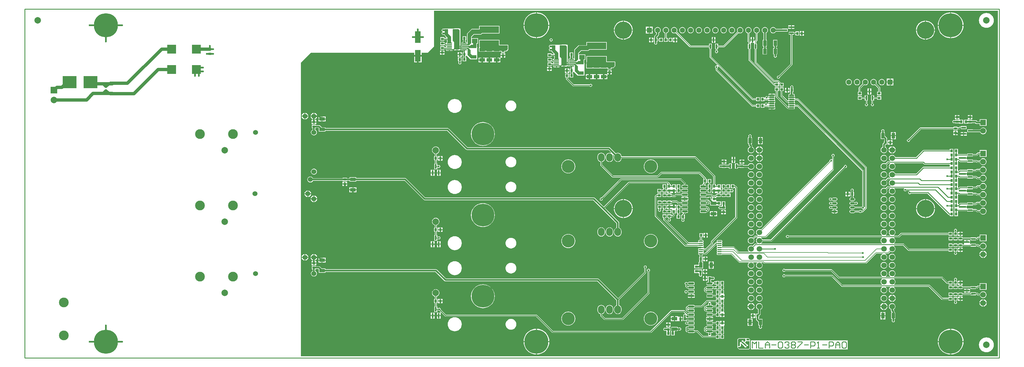
<source format=gtl>
G04 Layer_Physical_Order=1*
G04 Layer_Color=128*
%FSLAX43Y43*%
%MOMM*%
G71*
G01*
G75*
%ADD10R,2.700X2.700*%
%ADD11O,1.400X0.350*%
%ADD12R,6.000X2.000*%
%ADD13R,1.350X0.600*%
%ADD14O,1.450X0.650*%
%ADD15R,1.800X1.340*%
%ADD16R,0.900X0.800*%
G04:AMPARAMS|DCode=17|XSize=0.45mm|YSize=1.6mm|CornerRadius=0.05mm|HoleSize=0mm|Usage=FLASHONLY|Rotation=90.000|XOffset=0mm|YOffset=0mm|HoleType=Round|Shape=RoundedRectangle|*
%AMROUNDEDRECTD17*
21,1,0.450,1.501,0,0,90.0*
21,1,0.351,1.600,0,0,90.0*
1,1,0.099,0.750,0.175*
1,1,0.099,0.750,-0.175*
1,1,0.099,-0.750,-0.175*
1,1,0.099,-0.750,0.175*
%
%ADD17ROUNDEDRECTD17*%
%ADD18R,4.240X3.810*%
%ADD19R,0.800X0.900*%
%ADD20R,1.800X3.550*%
%ADD21C,2.000*%
G04:AMPARAMS|DCode=22|XSize=0.65mm|YSize=1.65mm|CornerRadius=0.049mm|HoleSize=0mm|Usage=FLASHONLY|Rotation=270.000|XOffset=0mm|YOffset=0mm|HoleType=Round|Shape=RoundedRectangle|*
%AMROUNDEDRECTD22*
21,1,0.650,1.552,0,0,270.0*
21,1,0.552,1.650,0,0,270.0*
1,1,0.098,-0.776,-0.276*
1,1,0.098,-0.776,0.276*
1,1,0.098,0.776,0.276*
1,1,0.098,0.776,-0.276*
%
%ADD22ROUNDEDRECTD22*%
%ADD23R,1.700X1.000*%
%ADD24R,1.000X1.700*%
G04:AMPARAMS|DCode=25|XSize=0.3mm|YSize=1.55mm|CornerRadius=0.05mm|HoleSize=0mm|Usage=FLASHONLY|Rotation=90.000|XOffset=0mm|YOffset=0mm|HoleType=Round|Shape=RoundedRectangle|*
%AMROUNDEDRECTD25*
21,1,0.300,1.451,0,0,90.0*
21,1,0.201,1.550,0,0,90.0*
1,1,0.099,0.726,0.101*
1,1,0.099,0.726,-0.101*
1,1,0.099,-0.726,-0.101*
1,1,0.099,-0.726,0.101*
%
%ADD25ROUNDEDRECTD25*%
G04:AMPARAMS|DCode=26|XSize=1.73mm|YSize=1.9mm|CornerRadius=0.052mm|HoleSize=0mm|Usage=FLASHONLY|Rotation=0.000|XOffset=0mm|YOffset=0mm|HoleType=Round|Shape=RoundedRectangle|*
%AMROUNDEDRECTD26*
21,1,1.730,1.796,0,0,0.0*
21,1,1.626,1.900,0,0,0.0*
1,1,0.104,0.813,-0.898*
1,1,0.104,-0.813,-0.898*
1,1,0.104,-0.813,0.898*
1,1,0.104,0.813,0.898*
%
%ADD26ROUNDEDRECTD26*%
%ADD27R,0.600X1.350*%
%ADD28C,0.200*%
%ADD29C,0.500*%
%ADD30C,0.150*%
%ADD31C,0.250*%
%ADD32C,1.000*%
%ADD33C,0.300*%
%ADD34C,0.400*%
%ADD35C,0.254*%
%ADD36O,2.000X2.500*%
%ADD37C,7.000*%
%ADD38C,1.524*%
%ADD39C,3.000*%
%ADD40C,1.600*%
%ADD41R,1.600X1.600*%
%ADD42C,7.400*%
%ADD43C,5.300*%
%ADD44C,1.700*%
%ADD45R,1.750X1.750*%
%ADD46C,1.750*%
%ADD47C,4.000*%
%ADD48R,2.000X2.000*%
%ADD49R,1.800X1.800*%
%ADD50C,1.800*%
%ADD51C,0.600*%
G36*
X299500Y500D02*
X85000D01*
Y91000D01*
X88000Y94000D01*
X119846D01*
Y93252D01*
X122154D01*
Y94000D01*
X124000D01*
X126000Y96000D01*
Y107000D01*
X299500D01*
Y500D01*
D02*
G37*
%LPC*%
G36*
X290954Y36254D02*
X290152D01*
Y35827D01*
X290954D01*
Y36254D01*
D02*
G37*
G36*
X126500Y43160D02*
X126200Y43120D01*
X125920Y43005D01*
X125680Y42820D01*
X125495Y42580D01*
X125380Y42300D01*
X125340Y42000D01*
X125380Y41700D01*
X125495Y41420D01*
X125680Y41180D01*
X125920Y40995D01*
X126200Y40880D01*
X126220Y40877D01*
Y40100D01*
X125950D01*
Y38900D01*
X126220D01*
Y37800D01*
X126050D01*
Y36150D01*
X126950D01*
Y36695D01*
X127121D01*
X127151Y36651D01*
X127299Y36551D01*
X127475Y36516D01*
X127651Y36551D01*
X127799Y36651D01*
X127899Y36799D01*
X127934Y36975D01*
X127899Y37151D01*
X127799Y37299D01*
X127651Y37399D01*
X127475Y37434D01*
X127299Y37399D01*
X127151Y37299D01*
X127121Y37255D01*
X126950D01*
Y37800D01*
X126780D01*
Y38900D01*
X127050D01*
Y40100D01*
X126780D01*
Y40877D01*
X126800Y40880D01*
X127080Y40995D01*
X127320Y41180D01*
X127505Y41420D01*
X127620Y41700D01*
X127660Y42000D01*
X127620Y42300D01*
X127505Y42580D01*
X127320Y42820D01*
X127080Y43005D01*
X126800Y43120D01*
X126500Y43160D01*
D02*
G37*
G36*
X126104Y35954D02*
X125677D01*
Y35152D01*
X126104D01*
Y35954D01*
D02*
G37*
G36*
X289898Y36254D02*
X289096D01*
Y35827D01*
X289898D01*
Y36254D01*
D02*
G37*
G36*
X210254Y37673D02*
X209727D01*
Y37096D01*
X210254D01*
Y37673D01*
D02*
G37*
G36*
X177450Y40210D02*
X177150Y40170D01*
X176870Y40055D01*
X176630Y39870D01*
X176445Y39630D01*
X176330Y39350D01*
X176290Y39050D01*
Y38550D01*
X176330Y38250D01*
X176445Y37970D01*
X176630Y37730D01*
X176870Y37545D01*
X177150Y37430D01*
X177450Y37390D01*
X177750Y37430D01*
X178030Y37545D01*
X178270Y37730D01*
X178455Y37970D01*
X178570Y38250D01*
X178610Y38550D01*
Y39050D01*
X178570Y39350D01*
X178455Y39630D01*
X178270Y39870D01*
X178030Y40055D01*
X177750Y40170D01*
X177450Y40210D01*
D02*
G37*
G36*
X296025Y38025D02*
X293975D01*
Y37280D01*
X293400D01*
X293293Y37259D01*
X293202Y37198D01*
X292975Y36972D01*
X292800Y37030D01*
Y37100D01*
X291150D01*
Y37080D01*
X288600D01*
Y37350D01*
X287400D01*
Y37080D01*
X287100D01*
Y37350D01*
X285900D01*
Y37080D01*
X285600D01*
Y37350D01*
X284400D01*
Y36250D01*
X285600D01*
Y36520D01*
X285900D01*
Y36250D01*
X287100D01*
Y36520D01*
X287400D01*
Y36250D01*
X288600D01*
Y36520D01*
X291150D01*
Y36200D01*
X292800D01*
Y36370D01*
X293050D01*
X293157Y36391D01*
X293248Y36452D01*
X293516Y36720D01*
X293975D01*
Y35975D01*
X296025D01*
Y38025D01*
D02*
G37*
G36*
X209473Y37673D02*
X208946D01*
Y37096D01*
X209473D01*
Y37673D01*
D02*
G37*
G36*
X128004Y34898D02*
X127577D01*
Y34096D01*
X128004D01*
Y34898D01*
D02*
G37*
G36*
X290954Y35573D02*
X290025D01*
X289096D01*
Y35155D01*
X289096Y35146D01*
X289073Y34980D01*
X288600D01*
Y35250D01*
X287400D01*
Y34980D01*
X287100D01*
Y35250D01*
X285900D01*
Y34980D01*
X285600D01*
Y35250D01*
X284400D01*
Y34150D01*
X285600D01*
Y34420D01*
X285900D01*
Y34150D01*
X287100D01*
Y34420D01*
X287400D01*
Y34150D01*
X288600D01*
Y34420D01*
X291150D01*
Y34300D01*
X292800D01*
Y34470D01*
X293234D01*
X293442Y34262D01*
X293533Y34201D01*
X293640Y34180D01*
X294007D01*
X294105Y33943D01*
X294269Y33729D01*
X294483Y33565D01*
X294732Y33461D01*
X295000Y33426D01*
X295268Y33461D01*
X295517Y33565D01*
X295731Y33729D01*
X295895Y33943D01*
X295999Y34192D01*
X296034Y34460D01*
X295999Y34728D01*
X295895Y34977D01*
X295731Y35191D01*
X295517Y35355D01*
X295268Y35459D01*
X295000Y35494D01*
X294732Y35459D01*
X294483Y35355D01*
X294269Y35191D01*
X294105Y34977D01*
X294007Y34740D01*
X293756D01*
X293548Y34948D01*
X293457Y35009D01*
X293350Y35030D01*
X292800D01*
Y35200D01*
X291150D01*
Y35004D01*
X291012Y34995D01*
X290957Y35148D01*
X290954Y35163D01*
Y35573D01*
D02*
G37*
G36*
X126104Y34898D02*
X125677D01*
Y34096D01*
X126104D01*
Y34898D01*
D02*
G37*
G36*
X127323D02*
X126896D01*
Y34096D01*
X127323D01*
Y34898D01*
D02*
G37*
G36*
X128004Y35954D02*
X127577D01*
Y35152D01*
X128004D01*
Y35954D01*
D02*
G37*
G36*
X125423Y34898D02*
X124996D01*
Y34096D01*
X125423D01*
Y34898D01*
D02*
G37*
G36*
Y35954D02*
X124996D01*
Y35152D01*
X125423D01*
Y35954D01*
D02*
G37*
G36*
X127323D02*
X126896D01*
Y35152D01*
X127323D01*
Y35954D01*
D02*
G37*
G36*
X180000Y40210D02*
X179700Y40170D01*
X179420Y40055D01*
X179180Y39870D01*
X178995Y39630D01*
X178880Y39350D01*
X178840Y39050D01*
Y38550D01*
X178880Y38250D01*
X178995Y37970D01*
X179180Y37730D01*
X179420Y37545D01*
X179700Y37430D01*
X180000Y37390D01*
X180300Y37430D01*
X180580Y37545D01*
X180820Y37730D01*
X181005Y37970D01*
X181120Y38250D01*
X181160Y38550D01*
Y39050D01*
X181120Y39350D01*
X181005Y39630D01*
X180820Y39870D01*
X180580Y40055D01*
X180300Y40170D01*
X180000Y40210D01*
D02*
G37*
G36*
X127773Y40204D02*
X127246D01*
Y39627D01*
X127773D01*
Y40204D01*
D02*
G37*
G36*
X128554D02*
X128027D01*
Y39627D01*
X128554D01*
Y40204D01*
D02*
G37*
G36*
X127773Y39373D02*
X127246D01*
Y38796D01*
X127773D01*
Y39373D01*
D02*
G37*
G36*
X128554D02*
X128027D01*
Y38796D01*
X128554D01*
Y39373D01*
D02*
G37*
G36*
X264460Y42249D02*
X264199Y42214D01*
X263956Y42113D01*
X263747Y41953D01*
X263586Y41744D01*
X263486Y41501D01*
X263451Y41240D01*
X263486Y40979D01*
X263586Y40736D01*
X263747Y40527D01*
X263956Y40367D01*
X264199Y40266D01*
X264460Y40231D01*
X264721Y40266D01*
X264964Y40367D01*
X265173Y40527D01*
X265333Y40736D01*
X265434Y40979D01*
X265469Y41240D01*
X265434Y41501D01*
X265333Y41744D01*
X265173Y41953D01*
X264964Y42113D01*
X264721Y42214D01*
X264460Y42249D01*
D02*
G37*
G36*
X267000D02*
X266739Y42214D01*
X266496Y42113D01*
X266287Y41953D01*
X266126Y41744D01*
X266026Y41501D01*
X265991Y41240D01*
X266026Y40979D01*
X266126Y40736D01*
X266287Y40527D01*
X266496Y40367D01*
X266739Y40266D01*
X267000Y40231D01*
X267261Y40266D01*
X267504Y40367D01*
X267713Y40527D01*
X267874Y40736D01*
X267974Y40979D01*
X268009Y41240D01*
X267974Y41501D01*
X267874Y41744D01*
X267713Y41953D01*
X267504Y42113D01*
X267261Y42214D01*
X267000Y42249D01*
D02*
G37*
G36*
X223560D02*
X223299Y42214D01*
X223056Y42113D01*
X222847Y41953D01*
X222686Y41744D01*
X222586Y41501D01*
X222551Y41240D01*
X222586Y40979D01*
X222686Y40736D01*
X222847Y40527D01*
X223056Y40367D01*
X223299Y40266D01*
X223560Y40231D01*
X223821Y40266D01*
X224064Y40367D01*
X224273Y40527D01*
X224433Y40736D01*
X224534Y40979D01*
X224569Y41240D01*
X224534Y41501D01*
X224433Y41744D01*
X224273Y41953D01*
X224064Y42113D01*
X223821Y42214D01*
X223560Y42249D01*
D02*
G37*
G36*
X226100D02*
X225839Y42214D01*
X225596Y42113D01*
X225387Y41953D01*
X225227Y41744D01*
X225126Y41501D01*
X225091Y41240D01*
X225126Y40979D01*
X225227Y40736D01*
X225387Y40527D01*
X225596Y40367D01*
X225839Y40266D01*
X226100Y40231D01*
X226361Y40266D01*
X226604Y40367D01*
X226813Y40527D01*
X226973Y40736D01*
X227074Y40979D01*
X227109Y41240D01*
X227074Y41501D01*
X226973Y41744D01*
X226813Y41953D01*
X226604Y42113D01*
X226361Y42214D01*
X226100Y42249D01*
D02*
G37*
G36*
X286500Y39759D02*
X286324Y39724D01*
X286176Y39624D01*
X286076Y39476D01*
X286041Y39300D01*
X286076Y39124D01*
X286176Y38976D01*
X286220Y38946D01*
Y38750D01*
X285900D01*
Y37650D01*
X287100D01*
Y38750D01*
X286780D01*
Y38946D01*
X286824Y38976D01*
X286924Y39124D01*
X286959Y39300D01*
X286924Y39476D01*
X286824Y39624D01*
X286676Y39724D01*
X286500Y39759D01*
D02*
G37*
G36*
X223560Y39709D02*
X223299Y39674D01*
X223056Y39573D01*
X222847Y39413D01*
X222686Y39204D01*
X222586Y38961D01*
X222551Y38700D01*
X222586Y38439D01*
X222686Y38196D01*
X222847Y37987D01*
X223056Y37826D01*
X223299Y37726D01*
X223560Y37691D01*
X223821Y37726D01*
X224064Y37826D01*
X224273Y37987D01*
X224433Y38196D01*
X224534Y38439D01*
X224569Y38700D01*
X224534Y38961D01*
X224433Y39204D01*
X224273Y39413D01*
X224064Y39573D01*
X223821Y39674D01*
X223560Y39709D01*
D02*
G37*
G36*
X287873Y38073D02*
X287296D01*
Y37546D01*
X287873D01*
Y38073D01*
D02*
G37*
G36*
X288704D02*
X288127D01*
Y37546D01*
X288704D01*
Y38073D01*
D02*
G37*
G36*
X287873Y38854D02*
X287296D01*
Y38327D01*
X287873D01*
Y38854D01*
D02*
G37*
G36*
X288704D02*
X288127D01*
Y38327D01*
X288704D01*
Y38854D01*
D02*
G37*
G36*
X209473Y38504D02*
X208946D01*
Y37927D01*
X209473D01*
Y38504D01*
D02*
G37*
G36*
X210254D02*
X209727D01*
Y37927D01*
X210254D01*
Y38504D01*
D02*
G37*
G36*
X87258Y30873D02*
X86377D01*
Y29992D01*
X86515Y30010D01*
X86762Y30113D01*
X86975Y30275D01*
X87137Y30488D01*
X87240Y30735D01*
X87258Y30873D01*
D02*
G37*
G36*
X267000Y32089D02*
X266739Y32054D01*
X266496Y31953D01*
X266287Y31793D01*
X266126Y31584D01*
X266026Y31341D01*
X265991Y31080D01*
X266026Y30819D01*
X266126Y30576D01*
X266287Y30367D01*
X266496Y30206D01*
X266739Y30106D01*
X267000Y30071D01*
X267261Y30106D01*
X267504Y30206D01*
X267713Y30367D01*
X267874Y30576D01*
X267974Y30819D01*
X268009Y31080D01*
X267974Y31341D01*
X267874Y31584D01*
X267713Y31793D01*
X267504Y31953D01*
X267261Y32054D01*
X267000Y32089D01*
D02*
G37*
G36*
X210154Y30373D02*
X209627D01*
Y29796D01*
X210154D01*
Y30373D01*
D02*
G37*
G36*
X86123Y30873D02*
X85242D01*
X85260Y30735D01*
X85363Y30488D01*
X85525Y30275D01*
X85738Y30113D01*
X85985Y30010D01*
X86123Y29992D01*
Y30873D01*
D02*
G37*
G36*
X209373Y31204D02*
X208846D01*
Y30627D01*
X209373D01*
Y31204D01*
D02*
G37*
G36*
X210154D02*
X209627D01*
Y30627D01*
X210154D01*
Y31204D01*
D02*
G37*
G36*
X91373Y30854D02*
X90396D01*
Y30227D01*
X91373D01*
Y30854D01*
D02*
G37*
G36*
X92604D02*
X91627D01*
Y30227D01*
X92604D01*
Y30854D01*
D02*
G37*
G36*
X209373Y30373D02*
X208846D01*
Y29796D01*
X209373D01*
Y30373D01*
D02*
G37*
G36*
X89704Y29073D02*
X89127D01*
Y28546D01*
X89704D01*
Y29073D01*
D02*
G37*
G36*
X211173Y29704D02*
X210546D01*
Y28727D01*
X211173D01*
Y29704D01*
D02*
G37*
G36*
X267000Y29549D02*
X266739Y29514D01*
X266496Y29413D01*
X266287Y29253D01*
X266126Y29044D01*
X266026Y28801D01*
X265991Y28540D01*
X266026Y28279D01*
X266126Y28036D01*
X266287Y27827D01*
X266496Y27667D01*
X266739Y27566D01*
X267000Y27531D01*
X267261Y27566D01*
X267504Y27667D01*
X267713Y27827D01*
X267874Y28036D01*
X267974Y28279D01*
X268009Y28540D01*
X267974Y28801D01*
X267874Y29044D01*
X267713Y29253D01*
X267504Y29413D01*
X267261Y29514D01*
X267000Y29549D01*
D02*
G37*
G36*
X88873Y29073D02*
X88296D01*
Y28546D01*
X88873D01*
Y29073D01*
D02*
G37*
G36*
X91373Y29973D02*
X90396D01*
Y29346D01*
X91373D01*
Y29973D01*
D02*
G37*
G36*
X92604D02*
X91627D01*
Y29346D01*
X92604D01*
Y29973D01*
D02*
G37*
G36*
X212054Y29704D02*
X211427D01*
Y28727D01*
X212054D01*
Y29704D01*
D02*
G37*
G36*
X90008Y30873D02*
X89000D01*
X87992D01*
X88010Y30735D01*
X88113Y30488D01*
X88275Y30275D01*
X88488Y30113D01*
X88689Y30029D01*
X88654Y29854D01*
X88296D01*
Y29327D01*
X89000D01*
X89704D01*
Y29854D01*
X89346D01*
X89311Y30029D01*
X89512Y30113D01*
X89725Y30275D01*
X89887Y30488D01*
X89990Y30735D01*
X90008Y30873D01*
D02*
G37*
G36*
X132350Y37510D02*
X131929Y37469D01*
X131523Y37346D01*
X131150Y37146D01*
X130822Y36878D01*
X130554Y36550D01*
X130354Y36177D01*
X130231Y35771D01*
X130190Y35350D01*
X130231Y34929D01*
X130354Y34523D01*
X130554Y34150D01*
X130822Y33822D01*
X131150Y33554D01*
X131523Y33354D01*
X131929Y33231D01*
X132350Y33190D01*
X132771Y33231D01*
X133177Y33354D01*
X133550Y33554D01*
X133878Y33822D01*
X134146Y34150D01*
X134346Y34523D01*
X134469Y34929D01*
X134510Y35350D01*
X134469Y35771D01*
X134346Y36177D01*
X134146Y36550D01*
X133878Y36878D01*
X133550Y37146D01*
X133177Y37346D01*
X132771Y37469D01*
X132350Y37510D01*
D02*
G37*
G36*
X287873Y33954D02*
X287296D01*
Y33427D01*
X287873D01*
Y33954D01*
D02*
G37*
G36*
Y33173D02*
X287296D01*
Y32646D01*
X287873D01*
Y33173D01*
D02*
G37*
G36*
X288704D02*
X288127D01*
Y32646D01*
X288704D01*
Y33173D01*
D02*
G37*
G36*
X167300Y38160D02*
X166879Y38119D01*
X166473Y37996D01*
X166100Y37796D01*
X165772Y37528D01*
X165504Y37200D01*
X165304Y36827D01*
X165181Y36421D01*
X165140Y36000D01*
X165181Y35579D01*
X165304Y35173D01*
X165504Y34800D01*
X165772Y34472D01*
X166100Y34204D01*
X166473Y34004D01*
X166879Y33881D01*
X167300Y33840D01*
X167721Y33881D01*
X168127Y34004D01*
X168500Y34204D01*
X168828Y34472D01*
X169096Y34800D01*
X169296Y35173D01*
X169419Y35579D01*
X169460Y36000D01*
X169419Y36421D01*
X169296Y36827D01*
X169096Y37200D01*
X168828Y37528D01*
X168500Y37796D01*
X168127Y37996D01*
X167721Y38119D01*
X167300Y38160D01*
D02*
G37*
G36*
X192700D02*
X192279Y38119D01*
X191873Y37996D01*
X191500Y37796D01*
X191172Y37528D01*
X190904Y37200D01*
X190704Y36827D01*
X190581Y36421D01*
X190540Y36000D01*
X190581Y35579D01*
X190704Y35173D01*
X190904Y34800D01*
X191172Y34472D01*
X191500Y34204D01*
X191873Y34004D01*
X192279Y33881D01*
X192700Y33840D01*
X193121Y33881D01*
X193527Y34004D01*
X193900Y34204D01*
X194228Y34472D01*
X194496Y34800D01*
X194696Y35173D01*
X194819Y35579D01*
X194860Y36000D01*
X194819Y36421D01*
X194696Y36827D01*
X194496Y37200D01*
X194228Y37528D01*
X193900Y37796D01*
X193527Y37996D01*
X193121Y38119D01*
X192700Y38160D01*
D02*
G37*
G36*
X288704Y33954D02*
X288127D01*
Y33427D01*
X288704D01*
Y33954D01*
D02*
G37*
G36*
X149650Y37008D02*
X149327Y36976D01*
X149016Y36882D01*
X148729Y36729D01*
X148478Y36522D01*
X148271Y36271D01*
X148118Y35984D01*
X148024Y35673D01*
X147992Y35350D01*
X148024Y35027D01*
X148118Y34716D01*
X148271Y34429D01*
X148478Y34178D01*
X148729Y33971D01*
X149016Y33818D01*
X149327Y33724D01*
X149650Y33692D01*
X149973Y33724D01*
X150284Y33818D01*
X150571Y33971D01*
X150822Y34178D01*
X151029Y34429D01*
X151182Y34716D01*
X151276Y35027D01*
X151308Y35350D01*
X151276Y35673D01*
X151182Y35984D01*
X151029Y36271D01*
X150822Y36522D01*
X150571Y36729D01*
X150284Y36882D01*
X149973Y36976D01*
X149650Y37008D01*
D02*
G37*
G36*
X295127Y33042D02*
Y32047D01*
X296122D01*
X296100Y32215D01*
X295986Y32489D01*
X295805Y32725D01*
X295569Y32906D01*
X295295Y33020D01*
X295127Y33042D01*
D02*
G37*
G36*
X88873Y32008D02*
X88735Y31990D01*
X88488Y31887D01*
X88275Y31725D01*
X88113Y31512D01*
X88010Y31265D01*
X87992Y31127D01*
X88873D01*
Y32008D01*
D02*
G37*
G36*
X86123D02*
X85985Y31990D01*
X85738Y31887D01*
X85525Y31725D01*
X85363Y31512D01*
X85260Y31265D01*
X85242Y31127D01*
X86123D01*
Y32008D01*
D02*
G37*
G36*
X294873Y31793D02*
X293878D01*
X293900Y31625D01*
X294014Y31351D01*
X294195Y31115D01*
X294431Y30934D01*
X294705Y30820D01*
X294873Y30798D01*
Y31793D01*
D02*
G37*
G36*
X296122D02*
X295127D01*
Y30798D01*
X295295Y30820D01*
X295569Y30934D01*
X295805Y31115D01*
X295986Y31351D01*
X296100Y31625D01*
X296122Y31793D01*
D02*
G37*
G36*
X287100Y33850D02*
X285900D01*
Y32750D01*
X286220D01*
Y32554D01*
X286176Y32524D01*
X286076Y32376D01*
X286041Y32200D01*
X286076Y32024D01*
X286176Y31876D01*
X286324Y31776D01*
X286500Y31741D01*
X286676Y31776D01*
X286824Y31876D01*
X286924Y32024D01*
X286959Y32200D01*
X286924Y32376D01*
X286824Y32524D01*
X286780Y32554D01*
Y32750D01*
X287100D01*
Y33850D01*
D02*
G37*
G36*
X294873Y33042D02*
X294705Y33020D01*
X294431Y32906D01*
X294195Y32725D01*
X294014Y32489D01*
X293900Y32215D01*
X293878Y32047D01*
X294873D01*
Y33042D01*
D02*
G37*
G36*
X86377Y32008D02*
Y31127D01*
X87258D01*
X87240Y31265D01*
X87137Y31512D01*
X86975Y31725D01*
X86762Y31887D01*
X86515Y31990D01*
X86377Y32008D01*
D02*
G37*
G36*
X89127Y32008D02*
Y31127D01*
X90008D01*
X89990Y31265D01*
X89887Y31512D01*
X89725Y31725D01*
X89512Y31887D01*
X89265Y31990D01*
X89127Y32008D01*
D02*
G37*
G36*
X141000Y47661D02*
X140427Y47616D01*
X139869Y47482D01*
X139338Y47262D01*
X138848Y46962D01*
X138411Y46589D01*
X138038Y46152D01*
X137738Y45662D01*
X137518Y45131D01*
X137384Y44573D01*
X137339Y44000D01*
X137384Y43427D01*
X137518Y42869D01*
X137738Y42338D01*
X138038Y41848D01*
X138411Y41411D01*
X138848Y41038D01*
X139338Y40738D01*
X139869Y40518D01*
X140427Y40384D01*
X141000Y40339D01*
X141573Y40384D01*
X142131Y40518D01*
X142662Y40738D01*
X143152Y41038D01*
X143589Y41411D01*
X143962Y41848D01*
X144262Y42338D01*
X144482Y42869D01*
X144616Y43427D01*
X144661Y44000D01*
X144616Y44573D01*
X144482Y45131D01*
X144262Y45662D01*
X143962Y46152D01*
X143589Y46589D01*
X143152Y46962D01*
X142662Y47262D01*
X142131Y47482D01*
X141573Y47616D01*
X141000Y47661D01*
D02*
G37*
G36*
X267000Y49869D02*
X266739Y49834D01*
X266496Y49733D01*
X266287Y49573D01*
X266126Y49364D01*
X266026Y49121D01*
X265991Y48860D01*
X266026Y48599D01*
X266126Y48356D01*
X266287Y48147D01*
X266496Y47986D01*
X266739Y47886D01*
X267000Y47851D01*
X267261Y47886D01*
X267504Y47986D01*
X267713Y48147D01*
X267874Y48356D01*
X267974Y48599D01*
X268009Y48860D01*
X267974Y49121D01*
X267874Y49364D01*
X267713Y49573D01*
X267504Y49733D01*
X267261Y49834D01*
X267000Y49869D01*
D02*
G37*
G36*
X249675Y48119D02*
X248875D01*
X248690Y48082D01*
X248550Y47989D01*
X248504Y47974D01*
X248359Y47959D01*
X248211Y48059D01*
X248035Y48094D01*
X247859Y48059D01*
X247711Y47959D01*
X247611Y47811D01*
X247576Y47635D01*
X247611Y47459D01*
X247711Y47311D01*
X247859Y47211D01*
X248035Y47176D01*
X248211Y47211D01*
X248359Y47311D01*
X248504Y47296D01*
X248550Y47281D01*
X248690Y47188D01*
X248875Y47151D01*
X249675D01*
X249860Y47188D01*
X250017Y47293D01*
X250122Y47450D01*
X250159Y47635D01*
X250122Y47820D01*
X250017Y47977D01*
X249860Y48082D01*
X249675Y48119D01*
D02*
G37*
G36*
X226100Y49869D02*
X225839Y49834D01*
X225596Y49733D01*
X225387Y49573D01*
X225227Y49364D01*
X225126Y49121D01*
X225091Y48860D01*
X225126Y48599D01*
X225227Y48356D01*
X225387Y48147D01*
X225596Y47986D01*
X225839Y47886D01*
X226100Y47851D01*
X226361Y47886D01*
X226604Y47986D01*
X226813Y48147D01*
X226973Y48356D01*
X227074Y48599D01*
X227109Y48860D01*
X227074Y49121D01*
X226973Y49364D01*
X226813Y49573D01*
X226604Y49733D01*
X226361Y49834D01*
X226100Y49869D01*
D02*
G37*
G36*
X264460D02*
X264199Y49834D01*
X263956Y49733D01*
X263747Y49573D01*
X263586Y49364D01*
X263486Y49121D01*
X263451Y48860D01*
X263486Y48599D01*
X263586Y48356D01*
X263747Y48147D01*
X263956Y47986D01*
X264199Y47886D01*
X264460Y47851D01*
X264721Y47886D01*
X264964Y47986D01*
X265173Y48147D01*
X265333Y48356D01*
X265434Y48599D01*
X265469Y48860D01*
X265434Y49121D01*
X265333Y49364D01*
X265173Y49573D01*
X264964Y49733D01*
X264721Y49834D01*
X264460Y49869D01*
D02*
G37*
G36*
X200700Y48480D02*
X199500D01*
X199393Y48459D01*
X199302Y48398D01*
X199175Y48272D01*
X199000Y48344D01*
Y48450D01*
X197800D01*
Y48180D01*
X197500D01*
Y48450D01*
X196300D01*
Y48180D01*
X196000D01*
Y48450D01*
X194800D01*
Y47350D01*
X196000D01*
Y47620D01*
X196300D01*
Y47350D01*
X197500D01*
Y47620D01*
X197800D01*
Y47350D01*
X199000D01*
Y47620D01*
X199200D01*
X199307Y47641D01*
X199398Y47702D01*
X199616Y47920D01*
X200584D01*
X200972Y47532D01*
X201063Y47471D01*
X201170Y47450D01*
X202197D01*
X202212Y47376D01*
X202255Y47310D01*
X202321Y47267D01*
X202399Y47251D01*
X203951D01*
X204029Y47267D01*
X204095Y47310D01*
X204138Y47376D01*
X204154Y47454D01*
Y48006D01*
X204138Y48084D01*
X204095Y48150D01*
X204029Y48193D01*
X203951Y48209D01*
X202399D01*
X202321Y48193D01*
X202255Y48150D01*
X202212Y48084D01*
X202197Y48010D01*
X201286D01*
X200898Y48398D01*
X200807Y48459D01*
X200700Y48480D01*
D02*
G37*
G36*
X203048Y48873D02*
X202090D01*
Y48724D01*
X202114Y48606D01*
X202180Y48505D01*
X202281Y48439D01*
X202399Y48415D01*
X203048D01*
Y48873D01*
D02*
G37*
G36*
X90008Y48873D02*
X89127D01*
Y47992D01*
X89265Y48010D01*
X89512Y48113D01*
X89725Y48275D01*
X89887Y48488D01*
X89990Y48735D01*
X90008Y48873D01*
D02*
G37*
G36*
X88873D02*
X87992D01*
X88010Y48735D01*
X88113Y48488D01*
X88275Y48275D01*
X88488Y48113D01*
X88735Y48010D01*
X88873Y47992D01*
Y48873D01*
D02*
G37*
G36*
X223560Y49869D02*
X223299Y49834D01*
X223056Y49733D01*
X222847Y49573D01*
X222686Y49364D01*
X222586Y49121D01*
X222551Y48860D01*
X222586Y48599D01*
X222686Y48356D01*
X222847Y48147D01*
X223056Y47986D01*
X223299Y47886D01*
X223560Y47851D01*
X223821Y47886D01*
X224064Y47986D01*
X224273Y48147D01*
X224433Y48356D01*
X224534Y48599D01*
X224569Y48860D01*
X224534Y49121D01*
X224433Y49364D01*
X224273Y49573D01*
X224064Y49733D01*
X223821Y49834D01*
X223560Y49869D01*
D02*
G37*
G36*
X199927Y47204D02*
Y46627D01*
X200454D01*
Y47204D01*
X199927D01*
D02*
G37*
G36*
X198273Y47154D02*
X197696D01*
Y46627D01*
X198273D01*
Y47154D01*
D02*
G37*
G36*
X277397Y48903D02*
Y46127D01*
X280173D01*
X280147Y46456D01*
X280040Y46900D01*
X279865Y47322D01*
X279627Y47712D01*
X279330Y48060D01*
X278982Y48357D01*
X278592Y48595D01*
X278170Y48770D01*
X277726Y48877D01*
X277397Y48903D01*
D02*
G37*
G36*
X233600Y83350D02*
X232400D01*
Y82250D01*
X232720D01*
Y80700D01*
X232741Y80593D01*
X232802Y80502D01*
X234502Y78802D01*
X234593Y78741D01*
X234700Y78720D01*
X234870D01*
X234994Y78545D01*
X234990Y78525D01*
Y78477D01*
X236050D01*
X237110D01*
Y78525D01*
X237086Y78644D01*
X237019Y78744D01*
X236992Y78763D01*
X237004Y78825D01*
Y79175D01*
X236988Y79253D01*
X237084Y79421D01*
X237855D01*
X258671Y58605D01*
Y46448D01*
X258640Y46407D01*
X258615Y46406D01*
X258444Y46496D01*
X258344Y46644D01*
X258249Y46708D01*
Y57680D01*
X258249Y57680D01*
X258232Y57768D01*
X258182Y57842D01*
X238162Y77862D01*
X238088Y77912D01*
X238000Y77929D01*
X237212D01*
X237174Y77967D01*
X237096Y78104D01*
X237110Y78175D01*
Y78223D01*
X236050D01*
X234990D01*
Y78175D01*
X235014Y78056D01*
X235081Y77956D01*
X235108Y77937D01*
X235096Y77876D01*
Y77548D01*
X235041Y77506D01*
X234929Y77468D01*
X231780Y80616D01*
Y82250D01*
X232100D01*
Y83350D01*
X230900D01*
Y82250D01*
X231220D01*
Y80500D01*
X231241Y80393D01*
X231302Y80302D01*
X234752Y76852D01*
X234843Y76791D01*
X234950Y76770D01*
X235130D01*
X235156Y76731D01*
X235222Y76687D01*
X235299Y76671D01*
X236800D01*
X236878Y76687D01*
X236944Y76731D01*
X236988Y76797D01*
X237004Y76875D01*
Y77226D01*
X236988Y77303D01*
X237084Y77471D01*
X237905D01*
X257791Y57585D01*
Y46708D01*
X257696Y46644D01*
X257632Y46549D01*
X255573D01*
X255572Y46550D01*
X255467Y46707D01*
X255310Y46812D01*
X255125Y46849D01*
X254325D01*
X254140Y46812D01*
X253983Y46707D01*
X253878Y46550D01*
X253841Y46365D01*
X253878Y46180D01*
X253983Y46023D01*
X254140Y45918D01*
X254325Y45881D01*
X255125D01*
X255310Y45918D01*
X255467Y46023D01*
X255513Y46091D01*
X257632D01*
X257696Y45996D01*
X257844Y45896D01*
X257994Y45866D01*
X258042Y45784D01*
X258068Y45692D01*
X257740Y45364D01*
X257547Y45378D01*
X257519Y45419D01*
X257371Y45519D01*
X257195Y45554D01*
X257019Y45519D01*
X256871Y45419D01*
X256807Y45324D01*
X255543D01*
X255467Y45437D01*
X255310Y45542D01*
X255125Y45579D01*
X254325D01*
X254140Y45542D01*
X253983Y45437D01*
X253878Y45280D01*
X253841Y45095D01*
X253878Y44910D01*
X253983Y44753D01*
X254140Y44648D01*
X254325Y44611D01*
X255125D01*
X255310Y44648D01*
X255467Y44753D01*
X255543Y44866D01*
X256807D01*
X256871Y44771D01*
X257019Y44671D01*
X257195Y44636D01*
X257371Y44671D01*
X257519Y44771D01*
X257583Y44866D01*
X257795D01*
X257883Y44883D01*
X257957Y44933D01*
X259062Y46038D01*
X259112Y46112D01*
X259129Y46200D01*
Y58700D01*
X259129Y58700D01*
X259112Y58788D01*
X259062Y58862D01*
X238112Y79812D01*
X238038Y79862D01*
X237950Y79879D01*
X237212D01*
X237174Y79917D01*
X237096Y80054D01*
X237110Y80125D01*
Y80173D01*
X236050D01*
X234990D01*
Y80125D01*
X235014Y80006D01*
X235081Y79906D01*
X235108Y79887D01*
X235096Y79826D01*
Y79475D01*
X235100Y79455D01*
X235013Y79310D01*
X234979Y79280D01*
X234816D01*
X233280Y80816D01*
Y82250D01*
X233600D01*
Y83350D01*
D02*
G37*
G36*
X255125Y48119D02*
X254325D01*
X254140Y48082D01*
X253983Y47977D01*
X253878Y47820D01*
X253841Y47635D01*
X253878Y47450D01*
X253983Y47293D01*
X254140Y47188D01*
X254325Y47151D01*
X255125D01*
X255310Y47188D01*
X255460Y47287D01*
X255483Y47294D01*
X255641Y47311D01*
X255789Y47211D01*
X255965Y47176D01*
X256141Y47211D01*
X256289Y47311D01*
X256389Y47459D01*
X256424Y47635D01*
X256389Y47811D01*
X256289Y47959D01*
X256141Y48059D01*
X255965Y48094D01*
X255789Y48059D01*
X255641Y47959D01*
X255483Y47976D01*
X255460Y47983D01*
X255310Y48082D01*
X255125Y48119D01*
D02*
G37*
G36*
X209601Y48209D02*
X208049D01*
X207971Y48193D01*
X207905Y48150D01*
X207862Y48084D01*
X207846Y48006D01*
Y47454D01*
X207862Y47376D01*
X207905Y47310D01*
X207971Y47267D01*
X208049Y47251D01*
X209601D01*
X209679Y47267D01*
X209745Y47310D01*
X209772Y47351D01*
X209859Y47378D01*
X209884Y47383D01*
X209970Y47390D01*
X210094Y47306D01*
X210270Y47271D01*
X210446Y47306D01*
X210594Y47406D01*
X210694Y47554D01*
X210729Y47730D01*
X210694Y47906D01*
X210594Y48054D01*
X210446Y48154D01*
X210270Y48189D01*
X210094Y48154D01*
X209970Y48070D01*
X209884Y48077D01*
X209859Y48082D01*
X209772Y48109D01*
X209745Y48150D01*
X209679Y48193D01*
X209601Y48209D01*
D02*
G37*
G36*
X249675Y46849D02*
X248875D01*
X248690Y46812D01*
X248540Y46713D01*
X248517Y46706D01*
X248359Y46689D01*
X248211Y46789D01*
X248035Y46824D01*
X247859Y46789D01*
X247711Y46689D01*
X247611Y46541D01*
X247576Y46365D01*
X247611Y46189D01*
X247711Y46041D01*
X247859Y45941D01*
X248035Y45906D01*
X248211Y45941D01*
X248359Y46041D01*
X248517Y46024D01*
X248540Y46017D01*
X248690Y45918D01*
X248875Y45881D01*
X249675D01*
X249860Y45918D01*
X250017Y46023D01*
X250122Y46180D01*
X250159Y46365D01*
X250122Y46550D01*
X250017Y46707D01*
X249860Y46812D01*
X249675Y46849D01*
D02*
G37*
G36*
X215650Y48200D02*
X214550D01*
Y47000D01*
X214550Y47000D01*
X214550D01*
X214500Y46850D01*
X214421Y46708D01*
X214200D01*
X214176Y46724D01*
X214000Y46759D01*
X213824Y46724D01*
X213676Y46624D01*
X213576Y46476D01*
X213541Y46300D01*
X213576Y46124D01*
X213676Y45976D01*
X213824Y45876D01*
X214000Y45841D01*
X214176Y45876D01*
X214200Y45892D01*
X214500D01*
Y45750D01*
X215700D01*
Y46846D01*
X215700Y46850D01*
X215700D01*
X215650Y47000D01*
X215650Y47000D01*
Y48200D01*
D02*
G37*
G36*
X253173Y50373D02*
X252646D01*
Y49796D01*
X253173D01*
Y50373D01*
D02*
G37*
G36*
X253954D02*
X253427D01*
Y49796D01*
X253954D01*
Y50373D01*
D02*
G37*
G36*
X86993Y50443D02*
X86112D01*
X86130Y50305D01*
X86233Y50058D01*
X86395Y49845D01*
X86608Y49683D01*
X86855Y49580D01*
X86993Y49562D01*
Y50443D01*
D02*
G37*
G36*
X88128D02*
X87247D01*
Y49562D01*
X87385Y49580D01*
X87632Y49683D01*
X87845Y49845D01*
X88007Y50058D01*
X88110Y50305D01*
X88128Y50443D01*
D02*
G37*
G36*
X226100Y52409D02*
X225839Y52374D01*
X225596Y52273D01*
X225387Y52113D01*
X225227Y51904D01*
X225126Y51661D01*
X225091Y51400D01*
X225126Y51139D01*
X225227Y50896D01*
X225387Y50687D01*
X225596Y50527D01*
X225839Y50426D01*
X226100Y50391D01*
X226361Y50426D01*
X226604Y50527D01*
X226813Y50687D01*
X226973Y50896D01*
X227074Y51139D01*
X227109Y51400D01*
X227074Y51661D01*
X226973Y51904D01*
X226813Y52113D01*
X226604Y52273D01*
X226361Y52374D01*
X226100Y52409D01*
D02*
G37*
G36*
X132350Y54810D02*
X131929Y54769D01*
X131523Y54646D01*
X131150Y54446D01*
X130822Y54178D01*
X130554Y53850D01*
X130354Y53477D01*
X130231Y53071D01*
X130190Y52650D01*
X130231Y52229D01*
X130354Y51823D01*
X130554Y51450D01*
X130822Y51122D01*
X131150Y50854D01*
X131523Y50654D01*
X131929Y50531D01*
X132350Y50490D01*
X132771Y50531D01*
X133177Y50654D01*
X133550Y50854D01*
X133878Y51122D01*
X134146Y51450D01*
X134346Y51823D01*
X134469Y52229D01*
X134510Y52650D01*
X134469Y53071D01*
X134346Y53477D01*
X134146Y53850D01*
X133878Y54178D01*
X133550Y54446D01*
X133177Y54646D01*
X132771Y54769D01*
X132350Y54810D01*
D02*
G37*
G36*
X203951Y50749D02*
X202399D01*
X202321Y50733D01*
X202255Y50690D01*
X202212Y50624D01*
X202197Y50550D01*
X200570D01*
X200463Y50529D01*
X200372Y50468D01*
X200084Y50180D01*
X199516D01*
X199398Y50298D01*
X199307Y50359D01*
X199200Y50380D01*
X199000D01*
Y50650D01*
X197800D01*
Y50380D01*
X197500D01*
Y50650D01*
X196300D01*
Y49550D01*
X197500D01*
Y49820D01*
X197800D01*
Y49550D01*
X199000D01*
Y49656D01*
X199175Y49728D01*
X199202Y49702D01*
X199293Y49641D01*
X199400Y49620D01*
X200200D01*
X200307Y49641D01*
X200398Y49702D01*
X200686Y49990D01*
X202197D01*
X202212Y49916D01*
X202255Y49850D01*
X202321Y49807D01*
X202399Y49791D01*
X203951D01*
X204029Y49807D01*
X204095Y49850D01*
X204138Y49916D01*
X204154Y49994D01*
Y50546D01*
X204138Y50624D01*
X204095Y50690D01*
X204029Y50733D01*
X203951Y50749D01*
D02*
G37*
G36*
X223560Y52409D02*
X223299Y52374D01*
X223056Y52273D01*
X222847Y52113D01*
X222686Y51904D01*
X222586Y51661D01*
X222551Y51400D01*
X222586Y51139D01*
X222686Y50896D01*
X222847Y50687D01*
X223056Y50527D01*
X223299Y50426D01*
X223560Y50391D01*
X223821Y50426D01*
X224064Y50527D01*
X224273Y50687D01*
X224433Y50896D01*
X224534Y51139D01*
X224569Y51400D01*
X224534Y51661D01*
X224433Y51904D01*
X224273Y52113D01*
X224064Y52273D01*
X223821Y52374D01*
X223560Y52409D01*
D02*
G37*
G36*
X209601Y50749D02*
X208049D01*
X207971Y50733D01*
X207905Y50690D01*
X207862Y50624D01*
X207846Y50546D01*
Y49994D01*
X207862Y49916D01*
X207905Y49850D01*
X207971Y49807D01*
X208049Y49791D01*
X209601D01*
X209679Y49807D01*
X209745Y49850D01*
X209788Y49916D01*
X209803Y49990D01*
X211214D01*
X211546Y49657D01*
Y48947D01*
X211371Y48854D01*
X211350Y48868D01*
Y49600D01*
X210250D01*
Y49408D01*
X209752D01*
X209745Y49420D01*
X209679Y49463D01*
X209601Y49479D01*
X208049D01*
X207971Y49463D01*
X207905Y49420D01*
X207862Y49354D01*
X207846Y49276D01*
Y48724D01*
X207862Y48646D01*
X207905Y48580D01*
X207971Y48537D01*
X208049Y48521D01*
X209601D01*
X209679Y48537D01*
X209745Y48580D01*
X209752Y48592D01*
X210250D01*
Y48400D01*
X210523D01*
X211000Y47923D01*
Y46950D01*
X212996D01*
X213000Y46950D01*
Y46950D01*
X213150Y47000D01*
X213150Y47000D01*
X214250D01*
Y48200D01*
X213150D01*
Y48200D01*
X213000Y48250D01*
X212854Y48296D01*
Y48873D01*
X212200D01*
Y49127D01*
X212854D01*
Y49480D01*
X213000Y49550D01*
X214200D01*
Y49820D01*
X214500D01*
Y49550D01*
X215700D01*
Y49820D01*
X216000D01*
Y49550D01*
X217200D01*
Y50650D01*
X216000D01*
Y50380D01*
X215700D01*
Y50650D01*
X214500D01*
Y50380D01*
X214200D01*
Y50650D01*
X213000D01*
Y50380D01*
X212900D01*
X212793Y50359D01*
X212702Y50298D01*
X212484Y50080D01*
X211916D01*
X211528Y50468D01*
X211437Y50529D01*
X211330Y50550D01*
X209803D01*
X209788Y50624D01*
X209745Y50690D01*
X209679Y50733D01*
X209601Y50749D01*
D02*
G37*
G36*
X88873Y50008D02*
X88735Y49990D01*
X88488Y49887D01*
X88275Y49725D01*
X88113Y49512D01*
X88010Y49265D01*
X87992Y49127D01*
X88873D01*
Y50008D01*
D02*
G37*
G36*
X89127Y50008D02*
Y49127D01*
X90008D01*
X89990Y49265D01*
X89887Y49512D01*
X89725Y49725D01*
X89512Y49887D01*
X89265Y49990D01*
X89127Y50008D01*
D02*
G37*
G36*
X204260Y48873D02*
X203302D01*
Y48415D01*
X203951D01*
X204069Y48439D01*
X204170Y48505D01*
X204236Y48606D01*
X204260Y48724D01*
Y48873D01*
D02*
G37*
G36*
X254700Y52159D02*
X254524Y52124D01*
X254376Y52024D01*
X254276Y51876D01*
X254241Y51700D01*
X254276Y51524D01*
X254292Y51500D01*
Y51100D01*
X254150D01*
Y49900D01*
X254292D01*
Y49383D01*
X254140Y49352D01*
X253983Y49247D01*
X253878Y49090D01*
X253841Y48905D01*
X253878Y48720D01*
X253983Y48563D01*
X254140Y48458D01*
X254325Y48421D01*
X255125D01*
X255310Y48458D01*
X255467Y48563D01*
X255572Y48720D01*
X255609Y48905D01*
X255572Y49090D01*
X255467Y49247D01*
X255310Y49352D01*
X255125Y49389D01*
X255108D01*
Y49900D01*
X255250D01*
Y51100D01*
X255108D01*
Y51500D01*
X255124Y51524D01*
X255159Y51700D01*
X255124Y51876D01*
X255024Y52024D01*
X254876Y52124D01*
X254700Y52159D01*
D02*
G37*
G36*
X249675Y49389D02*
X248875D01*
X248690Y49352D01*
X248533Y49247D01*
X248525Y49236D01*
X248319Y49229D01*
X248171Y49329D01*
X247995Y49364D01*
X247819Y49329D01*
X247671Y49229D01*
X247571Y49081D01*
X247536Y48905D01*
X247571Y48729D01*
X247671Y48581D01*
X247819Y48481D01*
X247995Y48446D01*
X248171Y48481D01*
X248319Y48581D01*
X248525Y48574D01*
X248533Y48563D01*
X248690Y48458D01*
X248875Y48421D01*
X249675D01*
X249860Y48458D01*
X250017Y48563D01*
X250122Y48720D01*
X250159Y48905D01*
X250122Y49090D01*
X250017Y49247D01*
X249860Y49352D01*
X249675Y49389D01*
D02*
G37*
G36*
X195900Y50650D02*
X194700D01*
Y50380D01*
X194500D01*
X194393Y50359D01*
X194302Y50298D01*
X194002Y49998D01*
X193941Y49907D01*
X193920Y49800D01*
Y43800D01*
X193941Y43693D01*
X194002Y43602D01*
X203152Y34452D01*
X203243Y34391D01*
X203350Y34370D01*
X207121D01*
X207214Y34195D01*
X207196Y34167D01*
X207188Y34127D01*
X208125D01*
X209062D01*
X209054Y34167D01*
X208959Y34309D01*
X208957Y34311D01*
X208884Y34416D01*
X208956Y34523D01*
X208981Y34650D01*
X208956Y34777D01*
X208884Y34884D01*
Y35066D01*
X208956Y35173D01*
X208981Y35300D01*
X208956Y35427D01*
X208884Y35534D01*
Y35716D01*
X208956Y35823D01*
X208981Y35950D01*
X208956Y36077D01*
X208884Y36184D01*
X208777Y36256D01*
X208650Y36281D01*
X208405D01*
Y37200D01*
X208750D01*
Y38400D01*
X207650D01*
Y37200D01*
X207845D01*
Y36281D01*
X207600D01*
X207473Y36256D01*
X207366Y36184D01*
X207294Y36077D01*
X207269Y35950D01*
X207294Y35823D01*
X207339Y35755D01*
X207290Y35618D01*
X207262Y35580D01*
X204316D01*
X197180Y42716D01*
Y43150D01*
X197500D01*
Y44250D01*
X196300D01*
Y43150D01*
X196620D01*
Y42600D01*
X196641Y42493D01*
X196702Y42402D01*
X203998Y35105D01*
X203998Y35090D01*
X203943Y34930D01*
X203466D01*
X194480Y43916D01*
Y49558D01*
X194525Y49587D01*
X194700Y49550D01*
Y49550D01*
X195900D01*
Y50650D01*
D02*
G37*
G36*
X203048Y49585D02*
X202399D01*
X202281Y49561D01*
X202180Y49495D01*
X202114Y49394D01*
X202090Y49276D01*
Y49127D01*
X203048D01*
Y49585D01*
D02*
G37*
G36*
X203951D02*
X203302D01*
Y49127D01*
X204260D01*
Y49276D01*
X204236Y49394D01*
X204170Y49495D01*
X204069Y49561D01*
X203951Y49585D01*
D02*
G37*
G36*
Y45669D02*
X202399D01*
X202321Y45653D01*
X202255Y45610D01*
X202212Y45544D01*
X202196Y45466D01*
Y44914D01*
X202212Y44836D01*
X202255Y44770D01*
X202321Y44727D01*
X202399Y44711D01*
X202586D01*
X202653Y44549D01*
X202402Y44298D01*
X202341Y44207D01*
X202320Y44100D01*
X202050D01*
Y42900D01*
X202226D01*
X202276Y42725D01*
X202276Y42724D01*
X202176Y42576D01*
X202141Y42400D01*
X202176Y42224D01*
X202276Y42076D01*
X202424Y41976D01*
X202600Y41941D01*
X202776Y41976D01*
X202924Y42076D01*
X203024Y42224D01*
X203059Y42400D01*
X203024Y42576D01*
X202924Y42724D01*
X202924Y42725D01*
X202974Y42900D01*
X203150D01*
Y44100D01*
X203150D01*
X203105Y44209D01*
X203373Y44477D01*
X203434Y44568D01*
X203455Y44675D01*
Y44711D01*
X203951D01*
X204029Y44727D01*
X204095Y44770D01*
X204138Y44836D01*
X204154Y44914D01*
Y45466D01*
X204138Y45544D01*
X204095Y45610D01*
X204029Y45653D01*
X203951Y45669D01*
D02*
G37*
G36*
X214973Y44773D02*
X214396D01*
Y44246D01*
X214973D01*
Y44773D01*
D02*
G37*
G36*
X213104Y44273D02*
X212127D01*
Y43646D01*
X213104D01*
Y44273D01*
D02*
G37*
G36*
X199146Y47204D02*
X198992Y47154D01*
X198527D01*
Y46500D01*
Y45846D01*
X198992D01*
X199146Y45796D01*
X199250Y45664D01*
X199250Y45621D01*
Y44500D01*
X199520D01*
Y44116D01*
X199384Y43980D01*
X199000D01*
Y44250D01*
X197800D01*
Y43150D01*
X198120D01*
Y42854D01*
X198076Y42824D01*
X197976Y42676D01*
X197941Y42500D01*
X197976Y42324D01*
X198076Y42176D01*
X198224Y42076D01*
X198400Y42041D01*
X198576Y42076D01*
X198724Y42176D01*
X198824Y42324D01*
X198859Y42500D01*
X198824Y42676D01*
X198724Y42824D01*
X198680Y42854D01*
Y43150D01*
X199000D01*
Y43420D01*
X199500D01*
X199607Y43441D01*
X199698Y43502D01*
X199998Y43802D01*
X200059Y43893D01*
X200080Y44000D01*
Y44500D01*
X200350D01*
X200350Y45664D01*
X200454Y45796D01*
X200454Y45832D01*
Y46373D01*
X199800D01*
Y46500D01*
X199673D01*
Y47204D01*
X199175Y47204D01*
X199146D01*
D02*
G37*
G36*
X250240Y44968D02*
X249402D01*
Y44505D01*
X249675D01*
X249901Y44550D01*
X250092Y44678D01*
X250220Y44869D01*
X250240Y44968D01*
D02*
G37*
G36*
X211873Y45154D02*
X210896D01*
Y44527D01*
X211873D01*
Y45154D01*
D02*
G37*
G36*
X215804Y44773D02*
X215227D01*
Y44246D01*
X215804D01*
Y44773D01*
D02*
G37*
G36*
X249148Y44968D02*
X248310D01*
X248330Y44869D01*
X248458Y44678D01*
X248649Y44550D01*
X248875Y44505D01*
X249148D01*
Y44968D01*
D02*
G37*
G36*
X211873Y44273D02*
X210896D01*
Y43646D01*
X211873D01*
Y44273D01*
D02*
G37*
G36*
X264460Y44789D02*
X264199Y44754D01*
X263956Y44653D01*
X263747Y44493D01*
X263586Y44284D01*
X263486Y44041D01*
X263451Y43780D01*
X263486Y43519D01*
X263586Y43276D01*
X263747Y43067D01*
X263956Y42907D01*
X264199Y42806D01*
X264460Y42771D01*
X264721Y42806D01*
X264964Y42907D01*
X265173Y43067D01*
X265333Y43276D01*
X265434Y43519D01*
X265469Y43780D01*
X265434Y44041D01*
X265333Y44284D01*
X265173Y44493D01*
X264964Y44653D01*
X264721Y44754D01*
X264460Y44789D01*
D02*
G37*
G36*
X267000D02*
X266739Y44754D01*
X266496Y44653D01*
X266287Y44493D01*
X266126Y44284D01*
X266026Y44041D01*
X265991Y43780D01*
X266026Y43519D01*
X266126Y43276D01*
X266287Y43067D01*
X266496Y42907D01*
X266739Y42806D01*
X267000Y42771D01*
X267261Y42806D01*
X267504Y42907D01*
X267713Y43067D01*
X267874Y43276D01*
X267974Y43519D01*
X268009Y43780D01*
X267974Y44041D01*
X267874Y44284D01*
X267713Y44493D01*
X267504Y44653D01*
X267261Y44754D01*
X267000Y44789D01*
D02*
G37*
G36*
X223560D02*
X223299Y44754D01*
X223056Y44653D01*
X222847Y44493D01*
X222686Y44284D01*
X222586Y44041D01*
X222551Y43780D01*
X222586Y43519D01*
X222686Y43276D01*
X222847Y43067D01*
X223056Y42907D01*
X223299Y42806D01*
X223560Y42771D01*
X223821Y42806D01*
X224064Y42907D01*
X224273Y43067D01*
X224433Y43276D01*
X224534Y43519D01*
X224569Y43780D01*
X224534Y44041D01*
X224433Y44284D01*
X224273Y44493D01*
X224064Y44653D01*
X223821Y44754D01*
X223560Y44789D01*
D02*
G37*
G36*
X226100D02*
X225839Y44754D01*
X225596Y44653D01*
X225387Y44493D01*
X225227Y44284D01*
X225126Y44041D01*
X225091Y43780D01*
X225126Y43519D01*
X225227Y43276D01*
X225387Y43067D01*
X225596Y42907D01*
X225839Y42806D01*
X226100Y42771D01*
X226361Y42806D01*
X226604Y42907D01*
X226813Y43067D01*
X226973Y43276D01*
X227074Y43519D01*
X227109Y43780D01*
X227074Y44041D01*
X226973Y44284D01*
X226813Y44493D01*
X226604Y44653D01*
X226361Y44754D01*
X226100Y44789D01*
D02*
G37*
G36*
X277143Y45873D02*
X274367D01*
X274393Y45544D01*
X274500Y45100D01*
X274674Y44678D01*
X274913Y44288D01*
X275210Y43940D01*
X275558Y43643D01*
X275948Y43405D01*
X276370Y43230D01*
X276814Y43123D01*
X277143Y43097D01*
Y45873D01*
D02*
G37*
G36*
X280173D02*
X277397D01*
Y43097D01*
X277726Y43123D01*
X278170Y43230D01*
X278592Y43405D01*
X278982Y43643D01*
X279330Y43940D01*
X279627Y44288D01*
X279865Y44678D01*
X280040Y45100D01*
X280147Y45544D01*
X280173Y45873D01*
D02*
G37*
G36*
X184123D02*
X181347D01*
X181373Y45544D01*
X181480Y45100D01*
X181655Y44678D01*
X181893Y44288D01*
X182190Y43940D01*
X182538Y43643D01*
X182928Y43405D01*
X183350Y43230D01*
X183794Y43123D01*
X184123Y43097D01*
Y45873D01*
D02*
G37*
G36*
X187153D02*
X184377D01*
Y43097D01*
X184706Y43123D01*
X185150Y43230D01*
X185572Y43405D01*
X185962Y43643D01*
X186310Y43940D01*
X186607Y44288D01*
X186845Y44678D01*
X187020Y45100D01*
X187127Y45544D01*
X187153Y45873D01*
D02*
G37*
G36*
X209601Y46939D02*
X208049D01*
X207971Y46923D01*
X207905Y46880D01*
X207862Y46814D01*
X207846Y46736D01*
Y46184D01*
X207862Y46106D01*
X207905Y46040D01*
X207971Y45997D01*
X208049Y45981D01*
X209601D01*
X209679Y45997D01*
X209745Y46040D01*
X209783Y46098D01*
X209830Y46112D01*
X209972Y46132D01*
X210120Y45984D01*
Y45716D01*
X209964Y45560D01*
X209922Y45556D01*
X209753Y45597D01*
X209745Y45610D01*
X209679Y45653D01*
X209601Y45669D01*
X208049D01*
X207971Y45653D01*
X207905Y45610D01*
X207862Y45544D01*
X207846Y45466D01*
Y44914D01*
X207862Y44836D01*
X207905Y44770D01*
X207971Y44727D01*
X208049Y44711D01*
X209601D01*
X209679Y44727D01*
X209745Y44770D01*
X209788Y44836D01*
X209803Y44910D01*
X209990D01*
X210097Y44931D01*
X210188Y44992D01*
X210598Y45402D01*
X210659Y45493D01*
X210680Y45600D01*
Y46100D01*
X210659Y46207D01*
X210598Y46298D01*
X210238Y46658D01*
X210147Y46719D01*
X210040Y46740D01*
X209803D01*
X209788Y46814D01*
X209745Y46880D01*
X209679Y46923D01*
X209601Y46939D01*
D02*
G37*
G36*
X198273Y46373D02*
X197696D01*
Y45846D01*
X198273D01*
Y46373D01*
D02*
G37*
G36*
X264460Y47329D02*
X264199Y47294D01*
X263956Y47193D01*
X263747Y47033D01*
X263586Y46824D01*
X263486Y46581D01*
X263451Y46320D01*
X263486Y46059D01*
X263586Y45816D01*
X263747Y45607D01*
X263956Y45446D01*
X264199Y45346D01*
X264460Y45311D01*
X264721Y45346D01*
X264964Y45446D01*
X265173Y45607D01*
X265333Y45816D01*
X265434Y46059D01*
X265469Y46320D01*
X265434Y46581D01*
X265333Y46824D01*
X265173Y47033D01*
X264964Y47193D01*
X264721Y47294D01*
X264460Y47329D01*
D02*
G37*
G36*
X267000D02*
X266739Y47294D01*
X266496Y47193D01*
X266287Y47033D01*
X266126Y46824D01*
X266026Y46581D01*
X265991Y46320D01*
X266026Y46059D01*
X266126Y45816D01*
X266287Y45607D01*
X266496Y45446D01*
X266739Y45346D01*
X267000Y45311D01*
X267261Y45346D01*
X267504Y45446D01*
X267713Y45607D01*
X267874Y45816D01*
X267974Y46059D01*
X268009Y46320D01*
X267974Y46581D01*
X267874Y46824D01*
X267713Y47033D01*
X267504Y47193D01*
X267261Y47294D01*
X267000Y47329D01*
D02*
G37*
G36*
X184377Y48903D02*
Y46127D01*
X187153D01*
X187127Y46456D01*
X187020Y46900D01*
X186845Y47322D01*
X186607Y47712D01*
X186310Y48060D01*
X185962Y48357D01*
X185572Y48595D01*
X185150Y48770D01*
X184706Y48877D01*
X184377Y48903D01*
D02*
G37*
G36*
X277143D02*
X276814Y48877D01*
X276370Y48770D01*
X275948Y48595D01*
X275558Y48357D01*
X275210Y48060D01*
X274913Y47712D01*
X274674Y47322D01*
X274500Y46900D01*
X274393Y46456D01*
X274367Y46127D01*
X277143D01*
Y48903D01*
D02*
G37*
G36*
X201750Y47100D02*
X200650D01*
Y45900D01*
X200920D01*
Y45700D01*
X200650D01*
Y44500D01*
X200920D01*
Y44100D01*
X200650D01*
Y42900D01*
X201750D01*
Y44100D01*
X201480D01*
Y44500D01*
X201750D01*
Y45700D01*
X201480D01*
Y45900D01*
X201750D01*
Y46180D01*
X202197D01*
X202212Y46106D01*
X202255Y46040D01*
X202321Y45997D01*
X202399Y45981D01*
X203951D01*
X204029Y45997D01*
X204095Y46040D01*
X204138Y46106D01*
X204154Y46184D01*
Y46736D01*
X204138Y46814D01*
X204095Y46880D01*
X204029Y46923D01*
X203951Y46939D01*
X202399D01*
X202321Y46923D01*
X202255Y46880D01*
X202212Y46814D01*
X202197Y46740D01*
X201750D01*
Y47100D01*
D02*
G37*
G36*
X184123Y48903D02*
X183794Y48877D01*
X183350Y48770D01*
X182928Y48595D01*
X182538Y48357D01*
X182190Y48060D01*
X181893Y47712D01*
X181655Y47322D01*
X181480Y46900D01*
X181373Y46456D01*
X181347Y46127D01*
X184123D01*
Y48903D01*
D02*
G37*
G36*
X226100Y47329D02*
X225839Y47294D01*
X225596Y47193D01*
X225387Y47033D01*
X225227Y46824D01*
X225126Y46581D01*
X225091Y46320D01*
X225126Y46059D01*
X225227Y45816D01*
X225387Y45607D01*
X225596Y45446D01*
X225839Y45346D01*
X226100Y45311D01*
X226361Y45346D01*
X226604Y45446D01*
X226813Y45607D01*
X226973Y45816D01*
X227074Y46059D01*
X227109Y46320D01*
X227074Y46581D01*
X226973Y46824D01*
X226813Y47033D01*
X226604Y47193D01*
X226361Y47294D01*
X226100Y47329D01*
D02*
G37*
G36*
X214973Y45554D02*
X214396D01*
Y45027D01*
X214973D01*
Y45554D01*
D02*
G37*
G36*
X215804D02*
X215227D01*
Y45027D01*
X215804D01*
Y45554D01*
D02*
G37*
G36*
X213104Y45154D02*
X212127D01*
Y44527D01*
X213104D01*
Y45154D01*
D02*
G37*
G36*
X197500Y47050D02*
X196300D01*
Y45950D01*
X196620D01*
Y45650D01*
X196300D01*
Y44550D01*
X197500D01*
Y44820D01*
X197800D01*
Y44550D01*
X199000D01*
Y45650D01*
X197800D01*
Y45380D01*
X197500D01*
Y45650D01*
X197180D01*
Y45950D01*
X197500D01*
Y47050D01*
D02*
G37*
G36*
X249675Y45685D02*
X249402D01*
Y45222D01*
X250240D01*
X250220Y45321D01*
X250092Y45512D01*
X249901Y45640D01*
X249675Y45685D01*
D02*
G37*
G36*
X223560Y47329D02*
X223299Y47294D01*
X223056Y47193D01*
X222847Y47033D01*
X222686Y46824D01*
X222586Y46581D01*
X222551Y46320D01*
X222586Y46059D01*
X222686Y45816D01*
X222847Y45607D01*
X223056Y45446D01*
X223299Y45346D01*
X223560Y45311D01*
X223821Y45346D01*
X224064Y45446D01*
X224273Y45607D01*
X224433Y45816D01*
X224534Y46059D01*
X224569Y46320D01*
X224534Y46581D01*
X224433Y46824D01*
X224273Y47033D01*
X224064Y47193D01*
X223821Y47294D01*
X223560Y47329D01*
D02*
G37*
G36*
X196000Y47050D02*
X194800D01*
Y45950D01*
X194965D01*
X194979Y45934D01*
X195043Y45775D01*
X194976Y45676D01*
X194941Y45500D01*
X194976Y45324D01*
X195076Y45176D01*
X195224Y45076D01*
X195400Y45041D01*
X195576Y45076D01*
X195724Y45176D01*
X195824Y45324D01*
X195859Y45500D01*
X195824Y45676D01*
X195757Y45775D01*
X195821Y45934D01*
X195835Y45950D01*
X196000D01*
Y47050D01*
D02*
G37*
G36*
X249148Y45685D02*
X248875D01*
X248649Y45640D01*
X248458Y45512D01*
X248330Y45321D01*
X248310Y45222D01*
X249148D01*
Y45685D01*
D02*
G37*
G36*
X264460Y29549D02*
X264199Y29514D01*
X263956Y29413D01*
X263747Y29253D01*
X263586Y29044D01*
X263486Y28801D01*
X263451Y28540D01*
X263486Y28279D01*
X263586Y28036D01*
X263747Y27827D01*
X263956Y27667D01*
X264199Y27566D01*
X264460Y27531D01*
X264721Y27566D01*
X264964Y27667D01*
X265173Y27827D01*
X265333Y28036D01*
X265434Y28279D01*
X265469Y28540D01*
X265434Y28801D01*
X265333Y29044D01*
X265173Y29253D01*
X264964Y29413D01*
X264721Y29514D01*
X264460Y29549D01*
D02*
G37*
G36*
X210698Y12585D02*
X210049D01*
X209931Y12561D01*
X209830Y12495D01*
X209764Y12394D01*
X209740Y12276D01*
Y12127D01*
X210698D01*
Y12585D01*
D02*
G37*
G36*
X211601D02*
X210952D01*
Y12127D01*
X211910D01*
Y12276D01*
X211886Y12394D01*
X211820Y12495D01*
X211719Y12561D01*
X211601Y12585D01*
D02*
G37*
G36*
X128004Y12898D02*
X127577D01*
Y12096D01*
X128004D01*
Y12898D01*
D02*
G37*
G36*
X201927Y12704D02*
Y12127D01*
X202454D01*
Y12704D01*
X201927D01*
D02*
G37*
G36*
X224784Y12843D02*
X224257D01*
Y12266D01*
X224784D01*
Y12843D01*
D02*
G37*
G36*
X192000Y27459D02*
X191824Y27424D01*
X191676Y27324D01*
X191576Y27176D01*
X191541Y27000D01*
X191576Y26824D01*
X191676Y26676D01*
X191720Y26646D01*
Y20116D01*
X183884Y12280D01*
X178616D01*
X177730Y13166D01*
Y13527D01*
X177750Y13530D01*
X178030Y13645D01*
X178270Y13830D01*
X178455Y14070D01*
X178570Y14350D01*
X178610Y14650D01*
Y15150D01*
X178570Y15450D01*
X178455Y15730D01*
X178270Y15970D01*
X178030Y16155D01*
X177750Y16270D01*
X177450Y16310D01*
X177150Y16270D01*
X176870Y16155D01*
X176630Y15970D01*
X176445Y15730D01*
X176330Y15450D01*
X176290Y15150D01*
Y14650D01*
X176330Y14350D01*
X176445Y14070D01*
X176630Y13830D01*
X176870Y13645D01*
X177150Y13530D01*
X177170Y13527D01*
Y13050D01*
X177191Y12943D01*
X177252Y12852D01*
X178302Y11802D01*
X178393Y11741D01*
X178500Y11720D01*
X184000D01*
X184107Y11741D01*
X184198Y11802D01*
X192198Y19802D01*
X192259Y19893D01*
X192280Y20000D01*
Y26646D01*
X192324Y26676D01*
X192424Y26824D01*
X192459Y27000D01*
X192424Y27176D01*
X192324Y27324D01*
X192176Y27424D01*
X192000Y27459D01*
D02*
G37*
G36*
X199873Y12854D02*
X198896D01*
Y12227D01*
X199873D01*
Y12854D01*
D02*
G37*
G36*
X224003Y12843D02*
X223476D01*
Y12266D01*
X224003D01*
Y12843D01*
D02*
G37*
G36*
X127323Y12898D02*
X126896D01*
Y12096D01*
X127323D01*
Y12898D01*
D02*
G37*
G36*
X210698Y11873D02*
X209740D01*
Y11724D01*
X209764Y11606D01*
X209830Y11505D01*
X209931Y11439D01*
X210049Y11415D01*
X210698D01*
Y11873D01*
D02*
G37*
G36*
X211910D02*
X210952D01*
Y11415D01*
X211601D01*
X211719Y11439D01*
X211820Y11505D01*
X211886Y11606D01*
X211910Y11724D01*
Y11873D01*
D02*
G37*
G36*
X202454Y11873D02*
X201927D01*
Y11296D01*
X202454D01*
Y11873D01*
D02*
G37*
G36*
X199873Y11973D02*
X198896D01*
Y11346D01*
X199873D01*
Y11973D01*
D02*
G37*
G36*
X125423Y12898D02*
X124996D01*
Y12096D01*
X125423D01*
Y12898D01*
D02*
G37*
G36*
X126104D02*
X125677D01*
Y12096D01*
X126104D01*
Y12898D01*
D02*
G37*
G36*
X264003Y12843D02*
X263376D01*
Y11866D01*
X264003D01*
Y12843D01*
D02*
G37*
G36*
X264884D02*
X264257D01*
Y11866D01*
X264884D01*
Y12843D01*
D02*
G37*
G36*
X180000Y16310D02*
X179700Y16270D01*
X179420Y16155D01*
X179180Y15970D01*
X178995Y15730D01*
X178880Y15450D01*
X178840Y15150D01*
Y14650D01*
X178880Y14350D01*
X178995Y14070D01*
X179180Y13830D01*
X179420Y13645D01*
X179700Y13530D01*
X180000Y13490D01*
X180300Y13530D01*
X180580Y13645D01*
X180820Y13830D01*
X181005Y14070D01*
X181120Y14350D01*
X181160Y14650D01*
Y15150D01*
X181120Y15450D01*
X181005Y15730D01*
X180820Y15970D01*
X180580Y16155D01*
X180300Y16270D01*
X180000Y16310D01*
D02*
G37*
G36*
X213850Y15300D02*
X212750D01*
Y14100D01*
X213020D01*
Y13900D01*
X212750D01*
Y13550D01*
X211803D01*
X211788Y13624D01*
X211745Y13690D01*
X211679Y13733D01*
X211601Y13749D01*
X210049D01*
X209971Y13733D01*
X209905Y13690D01*
X209862Y13624D01*
X209846Y13546D01*
Y12994D01*
X209862Y12916D01*
X209905Y12850D01*
X209971Y12807D01*
X210049Y12791D01*
X211601D01*
X211679Y12807D01*
X211745Y12850D01*
X211788Y12916D01*
X211803Y12990D01*
X212750D01*
Y12700D01*
X213850D01*
Y13900D01*
X213580D01*
Y14100D01*
X213850D01*
Y15300D01*
D02*
G37*
G36*
X126104Y13954D02*
X125677D01*
Y13152D01*
X126104D01*
Y13954D01*
D02*
G37*
G36*
X215354Y18773D02*
X214700D01*
X214046D01*
X214046Y18196D01*
X214150Y18064D01*
X214150Y18021D01*
Y16900D01*
X214420D01*
Y16700D01*
X214150D01*
Y15500D01*
X214420D01*
Y15300D01*
X214150D01*
X214150Y14136D01*
X214046Y14004D01*
X214046Y13968D01*
Y13427D01*
X214700D01*
X215354D01*
X215354Y14004D01*
X215250Y14136D01*
X215250Y14179D01*
Y15300D01*
X214980D01*
Y15500D01*
X215250D01*
Y16700D01*
X214980D01*
Y16900D01*
X215250D01*
X215250Y18064D01*
X215354Y18196D01*
X215354Y18232D01*
Y18773D01*
D02*
G37*
G36*
X265557Y15713D02*
X264587D01*
Y14743D01*
X264748Y14764D01*
X265017Y14876D01*
X265247Y15053D01*
X265424Y15283D01*
X265536Y15552D01*
X265557Y15713D01*
D02*
G37*
G36*
X223433Y15713D02*
X222463D01*
X222484Y15552D01*
X222596Y15283D01*
X222773Y15053D01*
X223003Y14876D01*
X223272Y14764D01*
X223433Y14743D01*
Y15713D01*
D02*
G37*
G36*
X224657D02*
X223687D01*
Y14743D01*
X223848Y14764D01*
X224117Y14876D01*
X224347Y15053D01*
X224524Y15283D01*
X224636Y15552D01*
X224657Y15713D01*
D02*
G37*
G36*
X264333Y15713D02*
X263363D01*
X263384Y15552D01*
X263496Y15283D01*
X263673Y15053D01*
X263903Y14876D01*
X264172Y14764D01*
X264333Y14743D01*
Y15713D01*
D02*
G37*
G36*
X127323Y13954D02*
X126896D01*
Y13152D01*
X127323D01*
Y13954D01*
D02*
G37*
G36*
X126500Y21160D02*
X126200Y21120D01*
X125920Y21005D01*
X125680Y20820D01*
X125495Y20580D01*
X125380Y20300D01*
X125340Y20000D01*
X125380Y19700D01*
X125495Y19420D01*
X125680Y19180D01*
X125920Y18995D01*
X126200Y18880D01*
X126220Y18877D01*
Y18100D01*
X125950D01*
Y16900D01*
X126220D01*
Y15800D01*
X126050D01*
Y14150D01*
X126950D01*
Y14695D01*
X127221D01*
X127251Y14651D01*
X127399Y14551D01*
X127575Y14516D01*
X127627Y14527D01*
X128039Y14115D01*
X127952Y13954D01*
X127851Y13954D01*
X127577D01*
Y13152D01*
X128004D01*
Y13788D01*
X128004Y13902D01*
X128165Y13989D01*
X129352Y12802D01*
X129443Y12741D01*
X129550Y12720D01*
X157384D01*
X162302Y7802D01*
X162393Y7741D01*
X162500Y7720D01*
X192700D01*
X192807Y7741D01*
X192898Y7802D01*
X199216Y14120D01*
X202884D01*
X203283Y13721D01*
X203200Y13559D01*
X203024Y13524D01*
X202876Y13424D01*
X202776Y13276D01*
X202741Y13100D01*
X202776Y12924D01*
X202792Y12900D01*
Y12600D01*
X202650D01*
Y11400D01*
X203750D01*
Y11592D01*
X204248D01*
X204255Y11580D01*
X204321Y11537D01*
X204399Y11521D01*
X205951D01*
X206029Y11537D01*
X206095Y11580D01*
X206138Y11646D01*
X206154Y11724D01*
Y12276D01*
X206138Y12354D01*
X206095Y12420D01*
X206029Y12463D01*
X205951Y12479D01*
X204399D01*
X204321Y12463D01*
X204255Y12420D01*
X204248Y12408D01*
X203750D01*
Y12600D01*
X203608D01*
Y12900D01*
X203624Y12924D01*
X203659Y13100D01*
X203821Y13183D01*
X203932Y13072D01*
X204023Y13011D01*
X204130Y12990D01*
X204197D01*
X204212Y12916D01*
X204255Y12850D01*
X204321Y12807D01*
X204399Y12791D01*
X205951D01*
X206029Y12807D01*
X206095Y12850D01*
X206138Y12916D01*
X206154Y12994D01*
Y13546D01*
X206138Y13624D01*
X206095Y13690D01*
X206029Y13733D01*
X205951Y13749D01*
X204399D01*
X204321Y13733D01*
X204255Y13690D01*
X204070Y13727D01*
X203198Y14598D01*
X203107Y14659D01*
X203000Y14680D01*
X199100D01*
X198993Y14659D01*
X198902Y14598D01*
X192584Y8280D01*
X162616D01*
X157698Y13198D01*
X157607Y13259D01*
X157500Y13280D01*
X129666D01*
X128023Y14923D01*
X128034Y14975D01*
X127999Y15151D01*
X127899Y15299D01*
X127751Y15399D01*
X127575Y15434D01*
X127399Y15399D01*
X127251Y15299D01*
X127221Y15255D01*
X126950D01*
Y15800D01*
X126780D01*
Y16900D01*
X127050D01*
Y18100D01*
X126780D01*
Y18877D01*
X126800Y18880D01*
X127080Y18995D01*
X127320Y19180D01*
X127505Y19420D01*
X127620Y19700D01*
X127660Y20000D01*
X127620Y20300D01*
X127505Y20580D01*
X127320Y20820D01*
X127080Y21005D01*
X126800Y21120D01*
X126500Y21160D01*
D02*
G37*
G36*
X224003Y13674D02*
X223476D01*
Y13097D01*
X224003D01*
Y13674D01*
D02*
G37*
G36*
X214573Y13173D02*
X214046D01*
Y12596D01*
X214573D01*
Y13173D01*
D02*
G37*
G36*
X215354D02*
X214827D01*
Y12596D01*
X215354D01*
Y13173D01*
D02*
G37*
G36*
X264884Y14074D02*
X264257D01*
Y13097D01*
X264884D01*
Y14074D01*
D02*
G37*
G36*
X125423Y13954D02*
X124996D01*
Y13152D01*
X125423D01*
Y13954D01*
D02*
G37*
G36*
X224784Y13674D02*
X224257D01*
Y13097D01*
X224784D01*
Y13674D01*
D02*
G37*
G36*
X264003Y14074D02*
X263376D01*
Y13097D01*
X264003D01*
Y14074D01*
D02*
G37*
G36*
X221837Y6096D02*
X220035Y6095D01*
X220034Y6096D01*
X220033Y6095D01*
X220032D01*
X220024Y6092D01*
X220015Y6095D01*
X219884Y6081D01*
X219884Y6081D01*
X219883Y6082D01*
X219862Y6070D01*
X219838Y6070D01*
X219837Y6070D01*
X219721Y6022D01*
X219721Y6022D01*
X219720D01*
X219719Y6022D01*
X219708Y6010D01*
X219691Y6007D01*
X219590Y5939D01*
X219589Y5939D01*
X219589Y5938D01*
X219589Y5938D01*
X219574Y5916D01*
X219551Y5904D01*
X219479Y5814D01*
X219478Y5814D01*
X219478Y5813D01*
X219474Y5808D01*
X219469Y5790D01*
X219455Y5777D01*
X219399Y5664D01*
X219399Y5658D01*
X219395Y5654D01*
X219394Y5653D01*
X219394Y5648D01*
X219391Y5644D01*
X219392Y5628D01*
X219384Y5613D01*
X219368Y5501D01*
X219368Y5501D01*
X219368Y5500D01*
X219368Y5500D01*
X219371Y5488D01*
X219366Y5477D01*
X219366Y3654D01*
X219367Y3652D01*
X219366Y3650D01*
X219366Y3650D01*
X219373Y3629D01*
X219378Y3609D01*
X219378Y3591D01*
X219380Y3586D01*
X219380Y3510D01*
X219380Y3433D01*
X219378Y3428D01*
X219378Y3406D01*
X219377Y3400D01*
X219374Y3392D01*
X219366Y3366D01*
X219366Y3366D01*
X219366Y3366D01*
X219366Y3366D01*
X219366Y3169D01*
X219366Y3168D01*
X219366Y3166D01*
X219366Y3165D01*
X219371Y3155D01*
X219369Y3149D01*
X219378Y3130D01*
X219378Y3104D01*
X219380Y3099D01*
X219402Y3077D01*
X219412Y3052D01*
X219414Y3051D01*
X219414Y3051D01*
X219419Y3048D01*
X219424Y3038D01*
X219885Y2641D01*
X219885Y2641D01*
X219886Y2640D01*
X219886Y2640D01*
X219889Y2639D01*
X219891Y2636D01*
X219891Y2636D01*
X219913Y2630D01*
X219930Y2613D01*
X219932Y2612D01*
X219945Y2612D01*
X219955Y2605D01*
X219958Y2604D01*
X219958Y2604D01*
X219958Y2604D01*
X219976Y2599D01*
X219978Y2600D01*
X219979Y2598D01*
X219998Y2602D01*
X220016Y2594D01*
X222620Y2594D01*
X222621Y2594D01*
X222622Y2594D01*
X222623D01*
X222631Y2598D01*
X222640Y2595D01*
X222771Y2608D01*
X222772Y2609D01*
X222774Y2608D01*
X222776Y2609D01*
X222777Y2609D01*
X222778Y2609D01*
X222796Y2620D01*
X222817Y2620D01*
X222818Y2620D01*
X222934Y2667D01*
X222934Y2668D01*
X222935D01*
X222936Y2668D01*
X222951Y2683D01*
X222971Y2688D01*
X223074Y2765D01*
X223083Y2780D01*
X223100Y2789D01*
X223176Y2875D01*
X223176Y2876D01*
X223184Y2897D01*
X223200Y2911D01*
X223255Y3022D01*
X223255Y3022D01*
X223255Y3022D01*
X223255Y3022D01*
X223255Y3024D01*
X223257Y3026D01*
X223257Y3030D01*
X223260Y3032D01*
X223261Y3034D01*
Y3034D01*
X223261Y3035D01*
X223261Y3036D01*
X223262Y3036D01*
X223261Y3060D01*
X223272Y3080D01*
X223285Y3200D01*
X223285Y3201D01*
X223285Y3201D01*
X223285Y3204D01*
X223285Y3205D01*
X223285Y3206D01*
X223285Y3206D01*
X223283Y3213D01*
X223287Y3221D01*
X223286Y5104D01*
X223287Y5105D01*
X223274Y5135D01*
X223274Y5167D01*
X223274Y5167D01*
X223272Y5171D01*
X223272Y5171D01*
X223272Y5171D01*
X223272Y5171D01*
X223245Y5206D01*
X223239Y5219D01*
X223232Y5280D01*
X223231Y5381D01*
X223247Y5422D01*
X223251Y5429D01*
X223261Y5483D01*
X223276Y5536D01*
X223268Y5606D01*
X223254Y5631D01*
X223252Y5659D01*
X223197Y5772D01*
X223183Y5785D01*
X223177Y5803D01*
X223101Y5898D01*
X223079Y5910D01*
X223065Y5931D01*
X222962Y6000D01*
X222945Y6003D01*
X222933Y6015D01*
X222817Y6062D01*
X222793Y6062D01*
X222772Y6074D01*
X222640Y6087D01*
X222632Y6084D01*
X222624Y6088D01*
X222171Y6088D01*
X222132Y6072D01*
X222082Y6061D01*
X222018Y6051D01*
X221900Y6084D01*
X221900Y6084D01*
X221867Y6084D01*
X221837Y6096D01*
D02*
G37*
G36*
X132350Y12510D02*
X131929Y12469D01*
X131523Y12346D01*
X131150Y12146D01*
X130822Y11878D01*
X130554Y11550D01*
X130354Y11177D01*
X130231Y10771D01*
X130190Y10350D01*
X130231Y9929D01*
X130354Y9523D01*
X130554Y9150D01*
X130822Y8822D01*
X131150Y8554D01*
X131523Y8354D01*
X131929Y8231D01*
X132350Y8190D01*
X132771Y8231D01*
X133177Y8354D01*
X133550Y8554D01*
X133878Y8822D01*
X134146Y9150D01*
X134346Y9523D01*
X134469Y9929D01*
X134510Y10350D01*
X134469Y10771D01*
X134346Y11177D01*
X134146Y11550D01*
X133878Y11878D01*
X133550Y12146D01*
X133177Y12346D01*
X132771Y12469D01*
X132350Y12510D01*
D02*
G37*
G36*
X157627Y8956D02*
Y5127D01*
X161456D01*
X161417Y5620D01*
X161272Y6226D01*
X161034Y6801D01*
X160709Y7331D01*
X160305Y7805D01*
X159831Y8209D01*
X159301Y8534D01*
X158726Y8772D01*
X158120Y8917D01*
X157627Y8956D01*
D02*
G37*
G36*
X215354Y10573D02*
X214700D01*
X214046D01*
X214046Y9996D01*
X214150Y9864D01*
X214150Y9821D01*
Y8700D01*
X214420D01*
Y8500D01*
X214150D01*
Y7300D01*
X214420D01*
Y7100D01*
X214150D01*
Y5900D01*
X215250D01*
Y7100D01*
X214980D01*
Y7300D01*
X215250D01*
Y8500D01*
X214980D01*
Y8700D01*
X215250D01*
X215250Y9864D01*
X215354Y9996D01*
X215354Y10032D01*
Y10573D01*
D02*
G37*
G36*
X226100Y16849D02*
X225839Y16814D01*
X225596Y16713D01*
X225387Y16553D01*
X225227Y16344D01*
X225126Y16101D01*
X225091Y15840D01*
X225126Y15579D01*
X225227Y15336D01*
X225387Y15127D01*
X225596Y14967D01*
X225692Y14927D01*
Y13709D01*
X225553Y13570D01*
X224980D01*
Y12370D01*
X225122D01*
Y11870D01*
X225122Y11870D01*
X225153Y11714D01*
X225242Y11582D01*
X225780Y11043D01*
Y9970D01*
X226022D01*
Y9630D01*
X226006Y9606D01*
X225971Y9430D01*
X226006Y9254D01*
X226106Y9106D01*
X226254Y9006D01*
X226430Y8971D01*
X226606Y9006D01*
X226754Y9106D01*
X226854Y9254D01*
X226889Y9430D01*
X226854Y9606D01*
X226838Y9630D01*
Y9970D01*
X227080D01*
Y11970D01*
X226007D01*
X225938Y12039D01*
Y12370D01*
X226080D01*
Y12943D01*
X226388Y13252D01*
X226388Y13252D01*
X226477Y13384D01*
X226508Y13540D01*
Y14927D01*
X226604Y14967D01*
X226813Y15127D01*
X226973Y15336D01*
X227074Y15579D01*
X227109Y15840D01*
X227074Y16101D01*
X226973Y16344D01*
X226813Y16553D01*
X226604Y16713D01*
X226361Y16814D01*
X226100Y16849D01*
D02*
G37*
G36*
X211601Y9939D02*
X210049D01*
X209971Y9923D01*
X209905Y9880D01*
X209862Y9814D01*
X209847Y9740D01*
X209660D01*
X209553Y9719D01*
X209462Y9658D01*
X209202Y9398D01*
X209141Y9307D01*
X209120Y9200D01*
Y8400D01*
X209141Y8293D01*
X209202Y8202D01*
X209412Y7992D01*
X209503Y7931D01*
X209610Y7910D01*
X209847D01*
X209862Y7836D01*
X209905Y7770D01*
X209971Y7727D01*
X210049Y7711D01*
X210428D01*
X210476Y7603D01*
X210492Y7536D01*
X210401Y7401D01*
X210366Y7225D01*
X210401Y7049D01*
X210464Y6955D01*
X210392Y6786D01*
X210386Y6780D01*
X208816D01*
X207208Y8388D01*
X207117Y8449D01*
X207010Y8470D01*
X206153D01*
X206138Y8544D01*
X206095Y8610D01*
X206029Y8653D01*
X205951Y8669D01*
X204399D01*
X204321Y8653D01*
X204255Y8610D01*
X204212Y8544D01*
X204197Y8470D01*
X204026D01*
X203980Y8516D01*
Y9180D01*
X204197D01*
X204212Y9106D01*
X204255Y9040D01*
X204321Y8997D01*
X204399Y8981D01*
X205951D01*
X206029Y8997D01*
X206095Y9040D01*
X206138Y9106D01*
X206154Y9184D01*
Y9736D01*
X206138Y9814D01*
X206095Y9880D01*
X206029Y9923D01*
X205951Y9939D01*
X204399D01*
X204321Y9923D01*
X204255Y9880D01*
X204212Y9814D01*
X204197Y9740D01*
X203860D01*
X203753Y9719D01*
X203662Y9658D01*
X203502Y9498D01*
X203441Y9407D01*
X203420Y9300D01*
Y8400D01*
X203441Y8293D01*
X203502Y8202D01*
X203712Y7992D01*
X203803Y7931D01*
X203910Y7910D01*
X204197D01*
X204212Y7836D01*
X204255Y7770D01*
X204321Y7727D01*
X204399Y7711D01*
X205951D01*
X206029Y7727D01*
X206095Y7770D01*
X206138Y7836D01*
X206153Y7910D01*
X206894D01*
X208502Y6302D01*
X208593Y6241D01*
X208700Y6220D01*
X212750D01*
Y5900D01*
X213850D01*
Y7100D01*
X212750D01*
Y6780D01*
X211264D01*
X211258Y6786D01*
X211186Y6955D01*
X211249Y7049D01*
X211284Y7225D01*
X211249Y7401D01*
X211158Y7536D01*
X211174Y7603D01*
X211222Y7711D01*
X211601D01*
X211679Y7727D01*
X211745Y7770D01*
X211788Y7836D01*
X211803Y7910D01*
X212750D01*
Y7300D01*
X213850D01*
Y8500D01*
X212750D01*
Y8470D01*
X211803D01*
X211788Y8544D01*
X211745Y8610D01*
X211679Y8653D01*
X211601Y8669D01*
X210049D01*
X209971Y8653D01*
X209905Y8610D01*
X209880Y8571D01*
X209716Y8620D01*
X209680Y8650D01*
Y8929D01*
X209747Y8980D01*
X209905Y9040D01*
X209971Y8997D01*
X210049Y8981D01*
X211601D01*
X211679Y8997D01*
X211745Y9040D01*
X211788Y9106D01*
X211804Y9184D01*
Y9736D01*
X211788Y9814D01*
X211745Y9880D01*
X211679Y9923D01*
X211601Y9939D01*
D02*
G37*
G36*
X201000Y9550D02*
X199000D01*
Y8250D01*
X199000Y8250D01*
X198950Y8100D01*
X198950D01*
X198950Y8096D01*
Y6900D01*
X200050D01*
Y8100D01*
X200050D01*
X200110Y8250D01*
X201000D01*
Y8492D01*
X201400D01*
X201424Y8476D01*
X201600Y8441D01*
X201776Y8476D01*
X201924Y8576D01*
X202024Y8724D01*
X202059Y8900D01*
X202024Y9076D01*
X201924Y9224D01*
X201776Y9324D01*
X201600Y9359D01*
X201424Y9324D01*
X201400Y9308D01*
X201000D01*
Y9550D01*
D02*
G37*
G36*
X149650Y12008D02*
X149327Y11976D01*
X149016Y11882D01*
X148729Y11729D01*
X148478Y11522D01*
X148271Y11271D01*
X148118Y10984D01*
X148024Y10673D01*
X147992Y10350D01*
X148024Y10027D01*
X148118Y9716D01*
X148271Y9429D01*
X148478Y9178D01*
X148729Y8971D01*
X149016Y8818D01*
X149327Y8724D01*
X149650Y8692D01*
X149973Y8724D01*
X150284Y8818D01*
X150571Y8971D01*
X150822Y9178D01*
X151029Y9429D01*
X151182Y9716D01*
X151276Y10027D01*
X151308Y10350D01*
X151276Y10673D01*
X151182Y10984D01*
X151029Y11271D01*
X150822Y11522D01*
X150571Y11729D01*
X150284Y11882D01*
X149973Y11976D01*
X149650Y12008D01*
D02*
G37*
G36*
X157373Y8956D02*
X156880Y8917D01*
X156274Y8772D01*
X155699Y8534D01*
X155169Y8209D01*
X154695Y7805D01*
X154291Y7331D01*
X153966Y6801D01*
X153728Y6226D01*
X153583Y5620D01*
X153544Y5127D01*
X157373D01*
Y8956D01*
D02*
G37*
G36*
X161456Y4873D02*
X157627D01*
Y1044D01*
X158120Y1083D01*
X158726Y1228D01*
X159301Y1466D01*
X159831Y1791D01*
X160305Y2195D01*
X160709Y2669D01*
X161034Y3199D01*
X161272Y3774D01*
X161417Y4380D01*
X161456Y4873D01*
D02*
G37*
G36*
X157373D02*
X153544D01*
X153583Y4380D01*
X153728Y3774D01*
X153966Y3199D01*
X154291Y2669D01*
X154695Y2195D01*
X155169Y1791D01*
X155699Y1466D01*
X156274Y1228D01*
X156880Y1083D01*
X157373Y1044D01*
Y4873D01*
D02*
G37*
G36*
X284873Y4873D02*
X281044D01*
X281083Y4380D01*
X281228Y3774D01*
X281466Y3199D01*
X281791Y2669D01*
X282195Y2195D01*
X282669Y1791D01*
X283199Y1466D01*
X283774Y1228D01*
X284380Y1083D01*
X284873Y1044D01*
Y4873D01*
D02*
G37*
G36*
X288956D02*
X285127D01*
Y1044D01*
X285620Y1083D01*
X286226Y1228D01*
X286801Y1466D01*
X287331Y1791D01*
X287805Y2195D01*
X288209Y2669D01*
X288534Y3199D01*
X288772Y3774D01*
X288917Y4380D01*
X288956Y4873D01*
D02*
G37*
G36*
X284873Y8956D02*
X284380Y8917D01*
X283774Y8772D01*
X283199Y8534D01*
X282669Y8209D01*
X282195Y7805D01*
X281791Y7331D01*
X281466Y6801D01*
X281228Y6226D01*
X281083Y5620D01*
X281044Y5127D01*
X284873D01*
Y8956D01*
D02*
G37*
G36*
X285127Y8956D02*
Y5127D01*
X288956D01*
X288917Y5620D01*
X288772Y6226D01*
X288534Y6801D01*
X288209Y7331D01*
X287805Y7805D01*
X287331Y8209D01*
X286801Y8534D01*
X286226Y8772D01*
X285620Y8917D01*
X285127Y8956D01*
D02*
G37*
G36*
X296000Y6288D02*
X295554Y6244D01*
X295124Y6114D01*
X294729Y5902D01*
X294382Y5618D01*
X294098Y5271D01*
X293886Y4876D01*
X293756Y4446D01*
X293712Y4000D01*
X293756Y3554D01*
X293886Y3124D01*
X294098Y2729D01*
X294382Y2382D01*
X294729Y2098D01*
X295124Y1886D01*
X295554Y1756D01*
X296000Y1712D01*
X296446Y1756D01*
X296876Y1886D01*
X297271Y2098D01*
X297618Y2382D01*
X297902Y2729D01*
X298114Y3124D01*
X298244Y3554D01*
X298288Y4000D01*
X298244Y4446D01*
X298114Y4876D01*
X297902Y5271D01*
X297618Y5618D01*
X297271Y5902D01*
X296876Y6114D01*
X296446Y6244D01*
X296000Y6288D01*
D02*
G37*
G36*
X253295Y5403D02*
X223496D01*
Y2596D01*
X253295D01*
Y5403D01*
D02*
G37*
G36*
X267000Y16849D02*
X266739Y16814D01*
X266496Y16713D01*
X266287Y16553D01*
X266126Y16344D01*
X266026Y16101D01*
X265991Y15840D01*
X266026Y15579D01*
X266126Y15336D01*
X266287Y15127D01*
X266496Y14967D01*
X266592Y14927D01*
Y14600D01*
X266592Y14600D01*
X266623Y14444D01*
X266712Y14312D01*
X266878Y14145D01*
X266816Y13970D01*
X266680D01*
Y11970D01*
X266922D01*
Y11630D01*
X266906Y11606D01*
X266871Y11430D01*
X266906Y11254D01*
X267006Y11106D01*
X267154Y11006D01*
X267330Y10971D01*
X267506Y11006D01*
X267654Y11106D01*
X267754Y11254D01*
X267789Y11430D01*
X267754Y11606D01*
X267738Y11630D01*
Y11970D01*
X267980D01*
Y13970D01*
X267738D01*
Y14270D01*
X267738Y14270D01*
X267707Y14426D01*
X267618Y14558D01*
X267618Y14558D01*
X267412Y14765D01*
X267429Y14935D01*
X267504Y14967D01*
X267713Y15127D01*
X267874Y15336D01*
X267974Y15579D01*
X268009Y15840D01*
X267974Y16101D01*
X267874Y16344D01*
X267713Y16553D01*
X267504Y16713D01*
X267261Y16814D01*
X267000Y16849D01*
D02*
G37*
G36*
X213850Y11300D02*
X212750D01*
Y11010D01*
X211803D01*
X211788Y11084D01*
X211745Y11150D01*
X211679Y11193D01*
X211601Y11209D01*
X210049D01*
X209971Y11193D01*
X209905Y11150D01*
X209862Y11084D01*
X209846Y11006D01*
Y10454D01*
X209862Y10376D01*
X209905Y10310D01*
X209971Y10267D01*
X210049Y10251D01*
X211601D01*
X211679Y10267D01*
X211745Y10310D01*
X211788Y10376D01*
X211803Y10450D01*
X212750D01*
Y10100D01*
X213020D01*
Y9900D01*
X212750D01*
Y8700D01*
X213850D01*
Y9900D01*
X213580D01*
Y10100D01*
X213850D01*
Y11300D01*
D02*
G37*
G36*
X214573Y11404D02*
X214046D01*
Y10827D01*
X214573D01*
Y11404D01*
D02*
G37*
G36*
X215354D02*
X214827D01*
Y10827D01*
X215354D01*
Y11404D01*
D02*
G37*
G36*
X223984Y12074D02*
X223357D01*
Y11097D01*
X223984D01*
Y12074D01*
D02*
G37*
G36*
X201104Y12854D02*
X201086D01*
X201086Y12854D01*
X200127D01*
Y12100D01*
Y11346D01*
X200992D01*
X201146Y11296D01*
X201258Y11296D01*
X201673D01*
Y12000D01*
Y12704D01*
X201164Y12704D01*
X201162Y12709D01*
X201104Y12854D01*
D02*
G37*
G36*
X205951Y11209D02*
X204399D01*
X204321Y11193D01*
X204255Y11150D01*
X204228Y11109D01*
X204141Y11082D01*
X204116Y11077D01*
X204030Y11070D01*
X203906Y11154D01*
X203730Y11189D01*
X203554Y11154D01*
X203406Y11054D01*
X203306Y10906D01*
X203271Y10730D01*
X203306Y10554D01*
X203406Y10406D01*
X203554Y10306D01*
X203730Y10271D01*
X203906Y10306D01*
X204030Y10390D01*
X204116Y10383D01*
X204141Y10378D01*
X204228Y10351D01*
X204255Y10310D01*
X204321Y10267D01*
X204399Y10251D01*
X205951D01*
X206029Y10267D01*
X206095Y10310D01*
X206138Y10376D01*
X206154Y10454D01*
Y11006D01*
X206138Y11084D01*
X206095Y11150D01*
X206029Y11193D01*
X205951Y11209D01*
D02*
G37*
G36*
X223103Y12074D02*
X222476D01*
Y11097D01*
X223103D01*
Y12074D01*
D02*
G37*
G36*
X198804Y10854D02*
X198227D01*
Y10327D01*
X198804D01*
Y10854D01*
D02*
G37*
G36*
Y10073D02*
X198227D01*
Y9546D01*
X198804D01*
Y10073D01*
D02*
G37*
G36*
X223103Y10843D02*
X222476D01*
Y9866D01*
X223103D01*
Y10843D01*
D02*
G37*
G36*
X198700Y9350D02*
X197500D01*
Y9208D01*
X197200D01*
X197176Y9224D01*
X197000Y9259D01*
X196824Y9224D01*
X196676Y9124D01*
X196576Y8976D01*
X196541Y8800D01*
X196576Y8624D01*
X196676Y8476D01*
X196824Y8376D01*
X197000Y8341D01*
X197176Y8376D01*
X197200Y8392D01*
X197421D01*
X197500Y8250D01*
X197550Y8100D01*
X197550D01*
X197550Y8100D01*
Y6900D01*
X198650D01*
Y8100D01*
X198650Y8100D01*
X198700Y8250D01*
X198700D01*
X198700Y8254D01*
Y9350D01*
D02*
G37*
G36*
X197973Y10073D02*
X197396D01*
Y9546D01*
X197973D01*
Y10073D01*
D02*
G37*
G36*
X192700Y14260D02*
X192279Y14219D01*
X191873Y14096D01*
X191500Y13896D01*
X191172Y13628D01*
X190904Y13300D01*
X190704Y12927D01*
X190581Y12521D01*
X190540Y12100D01*
X190581Y11679D01*
X190704Y11273D01*
X190904Y10900D01*
X191172Y10572D01*
X191500Y10304D01*
X191873Y10104D01*
X192279Y9981D01*
X192700Y9940D01*
X193121Y9981D01*
X193527Y10104D01*
X193900Y10304D01*
X194228Y10572D01*
X194496Y10900D01*
X194696Y11273D01*
X194819Y11679D01*
X194860Y12100D01*
X194819Y12521D01*
X194696Y12927D01*
X194496Y13300D01*
X194228Y13628D01*
X193900Y13896D01*
X193527Y14096D01*
X193121Y14219D01*
X192700Y14260D01*
D02*
G37*
G36*
X197973Y10854D02*
X197396D01*
Y10327D01*
X197973D01*
Y10854D01*
D02*
G37*
G36*
X223984Y10843D02*
X223357D01*
Y9866D01*
X223984D01*
Y10843D01*
D02*
G37*
G36*
X167300Y14260D02*
X166879Y14219D01*
X166473Y14096D01*
X166100Y13896D01*
X165772Y13628D01*
X165504Y13300D01*
X165304Y12927D01*
X165181Y12521D01*
X165140Y12100D01*
X165181Y11679D01*
X165304Y11273D01*
X165504Y10900D01*
X165772Y10572D01*
X166100Y10304D01*
X166473Y10104D01*
X166879Y9981D01*
X167300Y9940D01*
X167721Y9981D01*
X168127Y10104D01*
X168500Y10304D01*
X168828Y10572D01*
X169096Y10900D01*
X169296Y11273D01*
X169419Y11679D01*
X169460Y12100D01*
X169419Y12521D01*
X169296Y12927D01*
X169096Y13300D01*
X168828Y13628D01*
X168500Y13896D01*
X168127Y14096D01*
X167721Y14219D01*
X167300Y14260D01*
D02*
G37*
G36*
X233700Y27459D02*
X233524Y27424D01*
X233376Y27324D01*
X233276Y27176D01*
X233241Y27000D01*
X233276Y26824D01*
X233376Y26676D01*
X233524Y26576D01*
X233700Y26541D01*
X233876Y26576D01*
X234024Y26676D01*
X234054Y26720D01*
X248184D01*
X250402Y24502D01*
X250493Y24441D01*
X250600Y24420D01*
X263780D01*
X263840Y24245D01*
X263747Y24173D01*
X263586Y23964D01*
X263486Y23721D01*
X263451Y23460D01*
X263486Y23199D01*
X263586Y22956D01*
X263747Y22747D01*
X263866Y22655D01*
X263807Y22480D01*
X251716D01*
X248698Y25498D01*
X248607Y25559D01*
X248500Y25580D01*
X234054D01*
X234024Y25624D01*
X233876Y25724D01*
X233700Y25759D01*
X233524Y25724D01*
X233376Y25624D01*
X233276Y25476D01*
X233241Y25300D01*
X233276Y25124D01*
X233376Y24976D01*
X233524Y24876D01*
X233700Y24841D01*
X233876Y24876D01*
X234024Y24976D01*
X234054Y25020D01*
X248384D01*
X251402Y22002D01*
X251493Y21941D01*
X251600Y21920D01*
X263833D01*
X263892Y21745D01*
X263747Y21633D01*
X263586Y21424D01*
X263486Y21181D01*
X263451Y20920D01*
X263486Y20659D01*
X263586Y20416D01*
X263747Y20207D01*
X263956Y20046D01*
X264199Y19946D01*
X264460Y19911D01*
X264721Y19946D01*
X264964Y20046D01*
X265173Y20207D01*
X265333Y20416D01*
X265434Y20659D01*
X265469Y20920D01*
X265434Y21181D01*
X265333Y21424D01*
X265173Y21633D01*
X265028Y21745D01*
X265087Y21920D01*
X266373D01*
X266432Y21745D01*
X266287Y21633D01*
X266126Y21424D01*
X266026Y21181D01*
X265991Y20920D01*
X266026Y20659D01*
X266126Y20416D01*
X266287Y20207D01*
X266496Y20046D01*
X266739Y19946D01*
X267000Y19911D01*
X267261Y19946D01*
X267504Y20046D01*
X267713Y20207D01*
X267874Y20416D01*
X267974Y20659D01*
X268009Y20920D01*
X267974Y21181D01*
X267874Y21424D01*
X267713Y21633D01*
X267568Y21745D01*
X267627Y21920D01*
X278284D01*
X282202Y18002D01*
X282293Y17941D01*
X282400Y17920D01*
X284400D01*
Y17650D01*
X285600D01*
Y18750D01*
X284400D01*
Y18480D01*
X282516D01*
X278598Y22398D01*
X278507Y22459D01*
X278400Y22480D01*
X267654D01*
X267594Y22655D01*
X267713Y22747D01*
X267874Y22956D01*
X267974Y23199D01*
X268009Y23460D01*
X267974Y23721D01*
X267874Y23964D01*
X267713Y24173D01*
X267620Y24245D01*
X267680Y24420D01*
X282284D01*
X283762Y22942D01*
X283853Y22881D01*
X283960Y22860D01*
X284400D01*
Y22590D01*
X285600D01*
Y23690D01*
X284400D01*
Y23420D01*
X284076D01*
X282598Y24898D01*
X282507Y24959D01*
X282400Y24980D01*
X267587D01*
X267581Y24990D01*
X267542Y25155D01*
X267713Y25287D01*
X267874Y25496D01*
X267974Y25739D01*
X268009Y26000D01*
X267974Y26261D01*
X267874Y26504D01*
X267713Y26713D01*
X267504Y26873D01*
X267261Y26974D01*
X267000Y27009D01*
X266739Y26974D01*
X266496Y26873D01*
X266287Y26713D01*
X266126Y26504D01*
X266026Y26261D01*
X265991Y26000D01*
X266026Y25739D01*
X266126Y25496D01*
X266287Y25287D01*
X266458Y25155D01*
X266419Y24990D01*
X266413Y24980D01*
X265047D01*
X265041Y24990D01*
X265002Y25155D01*
X265173Y25287D01*
X265333Y25496D01*
X265434Y25739D01*
X265469Y26000D01*
X265434Y26261D01*
X265333Y26504D01*
X265173Y26713D01*
X264964Y26873D01*
X264721Y26974D01*
X264460Y27009D01*
X264199Y26974D01*
X263956Y26873D01*
X263747Y26713D01*
X263586Y26504D01*
X263486Y26261D01*
X263451Y26000D01*
X263486Y25739D01*
X263586Y25496D01*
X263747Y25287D01*
X263918Y25155D01*
X263879Y24990D01*
X263873Y24980D01*
X250716D01*
X248498Y27198D01*
X248407Y27259D01*
X248300Y27280D01*
X234054D01*
X234024Y27324D01*
X233876Y27424D01*
X233700Y27459D01*
D02*
G37*
G36*
X287873Y23013D02*
X287296D01*
Y22486D01*
X287873D01*
Y23013D01*
D02*
G37*
G36*
X223560Y24469D02*
X223299Y24434D01*
X223056Y24333D01*
X222847Y24173D01*
X222686Y23964D01*
X222586Y23721D01*
X222551Y23460D01*
X222586Y23199D01*
X222686Y22956D01*
X222847Y22747D01*
X223056Y22587D01*
X223299Y22486D01*
X223560Y22451D01*
X223821Y22486D01*
X224064Y22587D01*
X224273Y22747D01*
X224433Y22956D01*
X224534Y23199D01*
X224569Y23460D01*
X224534Y23721D01*
X224433Y23964D01*
X224273Y24173D01*
X224064Y24333D01*
X223821Y24434D01*
X223560Y24469D01*
D02*
G37*
G36*
X226100D02*
X225839Y24434D01*
X225596Y24333D01*
X225387Y24173D01*
X225227Y23964D01*
X225126Y23721D01*
X225091Y23460D01*
X225126Y23199D01*
X225227Y22956D01*
X225387Y22747D01*
X225596Y22587D01*
X225839Y22486D01*
X226100Y22451D01*
X226361Y22486D01*
X226604Y22587D01*
X226813Y22747D01*
X226973Y22956D01*
X227074Y23199D01*
X227109Y23460D01*
X227074Y23721D01*
X226973Y23964D01*
X226813Y24173D01*
X226604Y24333D01*
X226361Y24434D01*
X226100Y24469D01*
D02*
G37*
G36*
X205951Y23384D02*
X204399D01*
X204321Y23368D01*
X204255Y23325D01*
X204212Y23259D01*
X204197Y23185D01*
X203951D01*
X203924Y23224D01*
X203776Y23324D01*
X203600Y23359D01*
X203424Y23324D01*
X203276Y23224D01*
X203176Y23076D01*
X203141Y22900D01*
X203176Y22724D01*
X203276Y22576D01*
X203320Y22546D01*
Y22100D01*
X203341Y21993D01*
X203402Y21902D01*
X203867Y21437D01*
X203958Y21376D01*
X204065Y21355D01*
X204197D01*
X204212Y21281D01*
X204255Y21215D01*
X204321Y21172D01*
X204399Y21156D01*
X205951D01*
X206029Y21172D01*
X206095Y21215D01*
X206138Y21281D01*
X206154Y21359D01*
Y21911D01*
X206138Y21989D01*
X206095Y22055D01*
X206029Y22098D01*
X205951Y22114D01*
X204399D01*
X204321Y22098D01*
X204255Y22055D01*
X204062Y22040D01*
X204053Y22043D01*
X203880Y22216D01*
Y22546D01*
X203924Y22576D01*
X203957Y22625D01*
X204197D01*
X204212Y22551D01*
X204255Y22485D01*
X204321Y22442D01*
X204399Y22426D01*
X205951D01*
X206029Y22442D01*
X206095Y22485D01*
X206138Y22551D01*
X206154Y22629D01*
Y23181D01*
X206138Y23259D01*
X206095Y23325D01*
X206029Y23368D01*
X205951Y23384D01*
D02*
G37*
G36*
X287873Y23794D02*
X287296D01*
Y23267D01*
X287873D01*
Y23794D01*
D02*
G37*
G36*
X288704Y23013D02*
X288127D01*
Y22486D01*
X288704D01*
Y23013D01*
D02*
G37*
G36*
X286500Y24659D02*
X286324Y24624D01*
X286176Y24524D01*
X286076Y24376D01*
X286041Y24200D01*
X286076Y24024D01*
X286176Y23876D01*
X286191Y23865D01*
X286176Y23690D01*
X285900D01*
Y22590D01*
X287100D01*
Y23690D01*
X286824D01*
X286809Y23865D01*
X286824Y23876D01*
X286924Y24024D01*
X286959Y24200D01*
X286924Y24376D01*
X286824Y24524D01*
X286676Y24624D01*
X286500Y24659D01*
D02*
G37*
G36*
X213850Y22300D02*
X212750D01*
Y22070D01*
X212734Y22056D01*
X212575Y21992D01*
X212476Y22059D01*
X212300Y22094D01*
X212124Y22059D01*
X211976Y21959D01*
X211973Y21956D01*
X211792Y21970D01*
X211788Y21989D01*
X211745Y22055D01*
X211679Y22098D01*
X211601Y22114D01*
X210049D01*
X209971Y22098D01*
X209905Y22055D01*
X209862Y21989D01*
X209847Y21915D01*
X209635D01*
X209528Y21894D01*
X209437Y21833D01*
X209202Y21598D01*
X209141Y21507D01*
X209120Y21400D01*
Y20700D01*
X209141Y20593D01*
X209202Y20502D01*
X209537Y20167D01*
X209628Y20106D01*
X209735Y20085D01*
X209847D01*
X209862Y20011D01*
X209905Y19945D01*
X209971Y19902D01*
X210049Y19886D01*
X211601D01*
X211679Y19902D01*
X211745Y19945D01*
X211788Y20011D01*
X211804Y20089D01*
Y20641D01*
X211788Y20719D01*
X211745Y20785D01*
X211679Y20828D01*
X211601Y20844D01*
X210049D01*
X209971Y20828D01*
X209905Y20785D01*
X209710Y20786D01*
X209680Y20816D01*
Y21111D01*
X209691Y21138D01*
X209734Y21169D01*
X209905Y21215D01*
X209971Y21172D01*
X210049Y21156D01*
X211601D01*
X211679Y21172D01*
X211745Y21215D01*
X211788Y21281D01*
X211792Y21300D01*
X211973Y21314D01*
X211976Y21311D01*
X212124Y21211D01*
X212300Y21176D01*
X212476Y21211D01*
X212575Y21278D01*
X212734Y21214D01*
X212750Y21200D01*
Y21100D01*
X213850D01*
Y22300D01*
D02*
G37*
G36*
X289898Y20573D02*
X289096D01*
Y20146D01*
X289898D01*
Y20573D01*
D02*
G37*
G36*
X290954D02*
X290152D01*
Y20146D01*
X290954D01*
Y20573D01*
D02*
G37*
G36*
X223560Y21929D02*
X223299Y21894D01*
X223056Y21793D01*
X222847Y21633D01*
X222686Y21424D01*
X222586Y21181D01*
X222551Y20920D01*
X222586Y20659D01*
X222686Y20416D01*
X222847Y20207D01*
X223056Y20046D01*
X223299Y19946D01*
X223560Y19911D01*
X223821Y19946D01*
X224064Y20046D01*
X224273Y20207D01*
X224433Y20416D01*
X224534Y20659D01*
X224569Y20920D01*
X224534Y21181D01*
X224433Y21424D01*
X224273Y21633D01*
X224064Y21793D01*
X223821Y21894D01*
X223560Y21929D01*
D02*
G37*
G36*
X226100D02*
X225839Y21894D01*
X225596Y21793D01*
X225387Y21633D01*
X225227Y21424D01*
X225126Y21181D01*
X225091Y20920D01*
X225126Y20659D01*
X225227Y20416D01*
X225387Y20207D01*
X225596Y20046D01*
X225839Y19946D01*
X226100Y19911D01*
X226361Y19946D01*
X226604Y20046D01*
X226813Y20207D01*
X226973Y20416D01*
X227074Y20659D01*
X227109Y20920D01*
X227074Y21181D01*
X226973Y21424D01*
X226813Y21633D01*
X226604Y21793D01*
X226361Y21894D01*
X226100Y21929D01*
D02*
G37*
G36*
X290954Y21254D02*
X290152D01*
Y20827D01*
X290954D01*
Y21254D01*
D02*
G37*
G36*
X296025Y23025D02*
X293975D01*
Y22280D01*
X293400D01*
X293293Y22259D01*
X293202Y22198D01*
X292975Y21972D01*
X292800Y22030D01*
Y22100D01*
X291150D01*
Y22020D01*
X288600D01*
Y22290D01*
X287400D01*
Y22020D01*
X287100D01*
Y22290D01*
X285900D01*
Y22020D01*
X285600D01*
Y22290D01*
X284400D01*
Y21190D01*
X285600D01*
Y21460D01*
X285900D01*
Y21190D01*
X287100D01*
Y21460D01*
X287400D01*
Y21190D01*
X288600D01*
Y21460D01*
X291150D01*
Y21200D01*
X292800D01*
Y21370D01*
X293050D01*
X293157Y21391D01*
X293248Y21452D01*
X293516Y21720D01*
X293975D01*
Y20975D01*
X296025D01*
Y23025D01*
D02*
G37*
G36*
X205951Y20844D02*
X204399D01*
X204321Y20828D01*
X204255Y20785D01*
X204212Y20719D01*
X204197Y20645D01*
X203889D01*
X203859Y20689D01*
X203711Y20789D01*
X203535Y20824D01*
X203359Y20789D01*
X203211Y20689D01*
X203111Y20541D01*
X203076Y20365D01*
X203111Y20189D01*
X203211Y20041D01*
X203359Y19941D01*
X203535Y19906D01*
X203711Y19941D01*
X203859Y20041D01*
X203889Y20085D01*
X204197D01*
X204212Y20011D01*
X204255Y19945D01*
X204321Y19902D01*
X204399Y19886D01*
X205951D01*
X206029Y19902D01*
X206095Y19945D01*
X206138Y20011D01*
X206154Y20089D01*
Y20641D01*
X206138Y20719D01*
X206095Y20785D01*
X206029Y20828D01*
X205951Y20844D01*
D02*
G37*
G36*
X289898Y21254D02*
X289096D01*
Y20827D01*
X289898D01*
Y21254D01*
D02*
G37*
G36*
X210054Y26473D02*
X209527D01*
Y25896D01*
X210054D01*
Y26473D01*
D02*
G37*
G36*
X149650Y29308D02*
X149327Y29276D01*
X149016Y29182D01*
X148729Y29029D01*
X148478Y28822D01*
X148271Y28571D01*
X148118Y28284D01*
X148024Y27973D01*
X147992Y27650D01*
X148024Y27327D01*
X148118Y27016D01*
X148271Y26729D01*
X148478Y26478D01*
X148729Y26271D01*
X149016Y26118D01*
X149327Y26024D01*
X149650Y25992D01*
X149973Y26024D01*
X150284Y26118D01*
X150571Y26271D01*
X150822Y26478D01*
X151029Y26729D01*
X151182Y27016D01*
X151276Y27327D01*
X151308Y27650D01*
X151276Y27973D01*
X151182Y28284D01*
X151029Y28571D01*
X150822Y28822D01*
X150571Y29029D01*
X150284Y29182D01*
X149973Y29276D01*
X149650Y29308D01*
D02*
G37*
G36*
X132350Y29810D02*
X131929Y29769D01*
X131523Y29646D01*
X131150Y29446D01*
X130822Y29178D01*
X130554Y28850D01*
X130354Y28477D01*
X130231Y28071D01*
X130190Y27650D01*
X130231Y27229D01*
X130354Y26823D01*
X130554Y26450D01*
X130822Y26122D01*
X131150Y25854D01*
X131523Y25654D01*
X131929Y25531D01*
X132350Y25490D01*
X132771Y25531D01*
X133177Y25654D01*
X133550Y25854D01*
X133878Y26122D01*
X134146Y26450D01*
X134346Y26823D01*
X134469Y27229D01*
X134510Y27650D01*
X134469Y28071D01*
X134346Y28477D01*
X134146Y28850D01*
X133878Y29178D01*
X133550Y29446D01*
X133177Y29646D01*
X132771Y29769D01*
X132350Y29810D01*
D02*
G37*
G36*
X209273Y26473D02*
X208746D01*
Y25896D01*
X209273D01*
Y26473D01*
D02*
G37*
G36*
X211173Y28473D02*
X210546D01*
Y27496D01*
X211173D01*
Y28473D01*
D02*
G37*
G36*
X212054D02*
X211427D01*
Y27496D01*
X212054D01*
Y28473D01*
D02*
G37*
G36*
X209273Y27304D02*
X208746D01*
Y26727D01*
X209273D01*
Y27304D01*
D02*
G37*
G36*
X210054D02*
X209527D01*
Y26727D01*
X210054D01*
Y27304D01*
D02*
G37*
G36*
X207300Y27250D02*
Y27250D01*
X207296Y27250D01*
X206100D01*
Y26150D01*
X207300D01*
Y26150D01*
X207450Y26090D01*
Y26000D01*
X207592D01*
Y25700D01*
X207576Y25676D01*
X207541Y25500D01*
X207576Y25324D01*
X207676Y25176D01*
X207824Y25076D01*
X208000Y25041D01*
X208176Y25076D01*
X208324Y25176D01*
X208424Y25324D01*
X208459Y25500D01*
X208424Y25676D01*
X208408Y25700D01*
Y26000D01*
X208550D01*
Y27200D01*
X207450D01*
Y27200D01*
X207300Y27250D01*
D02*
G37*
G36*
X210054Y24373D02*
X209527D01*
Y23796D01*
X210054D01*
Y24373D01*
D02*
G37*
G36*
X211350Y25100D02*
X210250D01*
Y23900D01*
X210417D01*
Y23384D01*
X210049D01*
X209971Y23368D01*
X209905Y23325D01*
X209862Y23259D01*
X209846Y23181D01*
Y22629D01*
X209862Y22551D01*
X209905Y22485D01*
X209971Y22442D01*
X210049Y22426D01*
X211601D01*
X211679Y22442D01*
X211745Y22485D01*
X211788Y22551D01*
X211804Y22629D01*
Y22893D01*
X211976Y22924D01*
X212076Y22776D01*
X212224Y22676D01*
X212400Y22641D01*
X212576Y22676D01*
X212750Y22582D01*
Y22500D01*
X213850D01*
Y23700D01*
X212750D01*
Y23618D01*
X212576Y23524D01*
X212400Y23559D01*
X212224Y23524D01*
X212076Y23424D01*
X211976Y23276D01*
X211970Y23244D01*
X211791D01*
X211788Y23259D01*
X211745Y23325D01*
X211679Y23368D01*
X211601Y23384D01*
X211233D01*
Y23900D01*
X211350D01*
Y24092D01*
X211700D01*
X211724Y24076D01*
X211900Y24041D01*
X212076Y24076D01*
X212224Y24176D01*
X212324Y24324D01*
X212359Y24500D01*
X212324Y24676D01*
X212224Y24824D01*
X212076Y24924D01*
X211900Y24959D01*
X211724Y24924D01*
X211700Y24908D01*
X211350D01*
Y25100D01*
D02*
G37*
G36*
X288704Y23794D02*
X288127D01*
Y23267D01*
X288704D01*
Y23794D01*
D02*
G37*
G36*
X209273Y24373D02*
X208746D01*
Y23796D01*
X209273D01*
Y24373D01*
D02*
G37*
G36*
X223560Y27009D02*
X223299Y26974D01*
X223056Y26873D01*
X222847Y26713D01*
X222686Y26504D01*
X222586Y26261D01*
X222551Y26000D01*
X222586Y25739D01*
X222686Y25496D01*
X222847Y25287D01*
X223056Y25126D01*
X223299Y25026D01*
X223560Y24991D01*
X223821Y25026D01*
X224064Y25126D01*
X224273Y25287D01*
X224433Y25496D01*
X224534Y25739D01*
X224569Y26000D01*
X224534Y26261D01*
X224433Y26504D01*
X224273Y26713D01*
X224064Y26873D01*
X223821Y26974D01*
X223560Y27009D01*
D02*
G37*
G36*
X226100D02*
X225839Y26974D01*
X225596Y26873D01*
X225387Y26713D01*
X225227Y26504D01*
X225126Y26261D01*
X225091Y26000D01*
X225126Y25739D01*
X225227Y25496D01*
X225387Y25287D01*
X225596Y25126D01*
X225839Y25026D01*
X226100Y24991D01*
X226361Y25026D01*
X226604Y25126D01*
X226813Y25287D01*
X226973Y25496D01*
X227074Y25739D01*
X227109Y26000D01*
X227074Y26261D01*
X226973Y26504D01*
X226813Y26713D01*
X226604Y26873D01*
X226361Y26974D01*
X226100Y27009D01*
D02*
G37*
G36*
X209273Y25204D02*
X208746D01*
Y24627D01*
X209273D01*
Y25204D01*
D02*
G37*
G36*
X210054D02*
X209527D01*
Y24627D01*
X210054D01*
Y25204D01*
D02*
G37*
G36*
X294873Y18042D02*
X294705Y18020D01*
X294431Y17906D01*
X294195Y17725D01*
X294014Y17489D01*
X293900Y17215D01*
X293878Y17047D01*
X294873D01*
Y18042D01*
D02*
G37*
G36*
X295127Y18042D02*
Y17047D01*
X296122D01*
X296100Y17215D01*
X295986Y17489D01*
X295805Y17725D01*
X295569Y17906D01*
X295295Y18020D01*
X295127Y18042D01*
D02*
G37*
G36*
X128554Y17373D02*
X128027D01*
Y16796D01*
X128554D01*
Y17373D01*
D02*
G37*
G36*
X213850Y18100D02*
X212750D01*
Y17780D01*
X210000D01*
X209893Y17759D01*
X209802Y17698D01*
X208194Y16090D01*
X206153D01*
X206138Y16164D01*
X206095Y16230D01*
X206029Y16273D01*
X205951Y16289D01*
X204399D01*
X204321Y16273D01*
X204255Y16230D01*
X204212Y16164D01*
X204197Y16090D01*
X204110D01*
X204003Y16069D01*
X203912Y16008D01*
X203602Y15698D01*
X203541Y15607D01*
X203520Y15500D01*
Y14800D01*
X203541Y14693D01*
X203602Y14602D01*
X203862Y14342D01*
X203953Y14281D01*
X204060Y14260D01*
X204197D01*
X204212Y14186D01*
X204255Y14120D01*
X204321Y14077D01*
X204399Y14061D01*
X205951D01*
X206029Y14077D01*
X206095Y14120D01*
X206138Y14186D01*
X206154Y14264D01*
Y14816D01*
X206138Y14894D01*
X206095Y14960D01*
X206029Y15003D01*
X205951Y15019D01*
X204399D01*
X204321Y15003D01*
X204255Y14960D01*
X204255Y14959D01*
X204080Y15013D01*
Y15337D01*
X204215Y15389D01*
X204255Y15390D01*
X204321Y15347D01*
X204399Y15331D01*
X205951D01*
X206029Y15347D01*
X206095Y15390D01*
X206138Y15456D01*
X206153Y15530D01*
X208310D01*
X208417Y15551D01*
X208508Y15612D01*
X210116Y17220D01*
X210515D01*
X210568Y17045D01*
X210501Y16999D01*
X210401Y16851D01*
X210366Y16675D01*
X210401Y16499D01*
X210425Y16464D01*
X210331Y16289D01*
X210049D01*
X209971Y16273D01*
X209905Y16230D01*
X209862Y16164D01*
X209847Y16090D01*
X209610D01*
X209503Y16069D01*
X209412Y16008D01*
X209202Y15798D01*
X209141Y15707D01*
X209120Y15600D01*
Y14800D01*
X209141Y14693D01*
X209202Y14602D01*
X209462Y14342D01*
X209553Y14281D01*
X209660Y14260D01*
X209847D01*
X209862Y14186D01*
X209905Y14120D01*
X209971Y14077D01*
X210049Y14061D01*
X211601D01*
X211679Y14077D01*
X211745Y14120D01*
X211788Y14186D01*
X211804Y14264D01*
Y14816D01*
X211788Y14894D01*
X211745Y14960D01*
X211679Y15003D01*
X211601Y15019D01*
X210049D01*
X209971Y15003D01*
X209905Y14960D01*
X209747Y15020D01*
X209680Y15071D01*
Y15350D01*
X209716Y15380D01*
X209880Y15429D01*
X209905Y15390D01*
X209971Y15347D01*
X210049Y15331D01*
X211601D01*
X211679Y15347D01*
X211745Y15390D01*
X211788Y15456D01*
X211803Y15530D01*
X212750D01*
Y15500D01*
X213850D01*
Y16700D01*
X212750D01*
Y16090D01*
X211803D01*
X211788Y16164D01*
X211745Y16230D01*
X211679Y16273D01*
X211601Y16289D01*
X211319D01*
X211225Y16464D01*
X211249Y16499D01*
X211284Y16675D01*
X211249Y16851D01*
X211149Y16999D01*
X211082Y17045D01*
X211135Y17220D01*
X212750D01*
Y16900D01*
X213850D01*
Y18100D01*
D02*
G37*
G36*
X223560Y19389D02*
X223299Y19354D01*
X223056Y19253D01*
X222847Y19093D01*
X222686Y18884D01*
X222586Y18641D01*
X222551Y18380D01*
X222586Y18119D01*
X222686Y17876D01*
X222847Y17667D01*
X223056Y17507D01*
X223299Y17406D01*
X223560Y17371D01*
X223821Y17406D01*
X224064Y17507D01*
X224273Y17667D01*
X224433Y17876D01*
X224534Y18119D01*
X224569Y18380D01*
X224534Y18641D01*
X224433Y18884D01*
X224273Y19093D01*
X224064Y19253D01*
X223821Y19354D01*
X223560Y19389D01*
D02*
G37*
G36*
X226100D02*
X225839Y19354D01*
X225596Y19253D01*
X225387Y19093D01*
X225227Y18884D01*
X225126Y18641D01*
X225091Y18380D01*
X225126Y18119D01*
X225227Y17876D01*
X225387Y17667D01*
X225596Y17507D01*
X225839Y17406D01*
X226100Y17371D01*
X226361Y17406D01*
X226604Y17507D01*
X226813Y17667D01*
X226973Y17876D01*
X227074Y18119D01*
X227109Y18380D01*
X227074Y18641D01*
X226973Y18884D01*
X226813Y19093D01*
X226604Y19253D01*
X226361Y19354D01*
X226100Y19389D01*
D02*
G37*
G36*
X266873Y18253D02*
X265903D01*
X265924Y18092D01*
X266036Y17823D01*
X266213Y17593D01*
X266443Y17416D01*
X266712Y17304D01*
X266873Y17283D01*
Y18253D01*
D02*
G37*
G36*
X268097D02*
X267127D01*
Y17283D01*
X267288Y17304D01*
X267557Y17416D01*
X267787Y17593D01*
X267964Y17823D01*
X268076Y18092D01*
X268097Y18253D01*
D02*
G37*
G36*
X127773Y17373D02*
X127246D01*
Y16796D01*
X127773D01*
Y17373D01*
D02*
G37*
G36*
X296122Y16793D02*
X295127D01*
Y15798D01*
X295295Y15820D01*
X295569Y15934D01*
X295805Y16115D01*
X295986Y16351D01*
X296100Y16625D01*
X296122Y16793D01*
D02*
G37*
G36*
X264333Y16937D02*
X264172Y16916D01*
X263903Y16804D01*
X263673Y16627D01*
X263496Y16397D01*
X263384Y16128D01*
X263363Y15967D01*
X264333D01*
Y16937D01*
D02*
G37*
G36*
X141000Y22661D02*
X140427Y22616D01*
X139869Y22482D01*
X139338Y22262D01*
X138848Y21962D01*
X138411Y21589D01*
X138038Y21152D01*
X137738Y20662D01*
X137518Y20131D01*
X137384Y19573D01*
X137339Y19000D01*
X137384Y18427D01*
X137518Y17869D01*
X137738Y17338D01*
X138038Y16848D01*
X138411Y16411D01*
X138848Y16038D01*
X139338Y15738D01*
X139869Y15518D01*
X140427Y15384D01*
X141000Y15339D01*
X141573Y15384D01*
X142131Y15518D01*
X142662Y15738D01*
X143152Y16038D01*
X143589Y16411D01*
X143962Y16848D01*
X144262Y17338D01*
X144482Y17869D01*
X144616Y18427D01*
X144661Y19000D01*
X144616Y19573D01*
X144482Y20131D01*
X144262Y20662D01*
X143962Y21152D01*
X143589Y21589D01*
X143152Y21962D01*
X142662Y22262D01*
X142131Y22482D01*
X141573Y22616D01*
X141000Y22661D01*
D02*
G37*
G36*
X294873Y16793D02*
X293878D01*
X293900Y16625D01*
X294014Y16351D01*
X294195Y16115D01*
X294431Y15934D01*
X294705Y15820D01*
X294873Y15798D01*
Y16793D01*
D02*
G37*
G36*
X223687Y16937D02*
Y15967D01*
X224657D01*
X224636Y16128D01*
X224524Y16397D01*
X224347Y16627D01*
X224117Y16804D01*
X223848Y16916D01*
X223687Y16937D01*
D02*
G37*
G36*
X287100Y18750D02*
X285900D01*
Y17650D01*
X286220D01*
Y17454D01*
X286176Y17424D01*
X286076Y17276D01*
X286041Y17100D01*
X286076Y16924D01*
X286176Y16776D01*
X286324Y16676D01*
X286500Y16641D01*
X286676Y16676D01*
X286824Y16776D01*
X286924Y16924D01*
X286959Y17100D01*
X286924Y17276D01*
X286824Y17424D01*
X286780Y17454D01*
Y17650D01*
X287100D01*
Y18750D01*
D02*
G37*
G36*
X264587Y16937D02*
Y15967D01*
X265557D01*
X265536Y16128D01*
X265424Y16397D01*
X265247Y16627D01*
X265017Y16804D01*
X264748Y16916D01*
X264587Y16937D01*
D02*
G37*
G36*
X223433D02*
X223272Y16916D01*
X223003Y16804D01*
X222773Y16627D01*
X222596Y16397D01*
X222484Y16128D01*
X222463Y15967D01*
X223433D01*
Y16937D01*
D02*
G37*
G36*
X206260Y18968D02*
X205302D01*
Y18510D01*
X205951D01*
X206069Y18534D01*
X206170Y18600D01*
X206236Y18701D01*
X206260Y18819D01*
Y18968D01*
D02*
G37*
G36*
X215250Y23700D02*
X214150D01*
Y22500D01*
X214420D01*
Y22300D01*
X214150D01*
Y21100D01*
X214420D01*
Y20900D01*
X214150D01*
X214150Y19736D01*
X214046Y19604D01*
X214046Y19568D01*
Y19027D01*
X214700D01*
X215354D01*
X215354Y19604D01*
X215250Y19736D01*
X215250Y19779D01*
Y20900D01*
X214980D01*
Y21100D01*
X215250D01*
Y22300D01*
X214980D01*
Y22500D01*
X215250D01*
Y23700D01*
D02*
G37*
G36*
X267127Y19477D02*
Y18507D01*
X268097D01*
X268076Y18668D01*
X267964Y18937D01*
X267787Y19167D01*
X267557Y19344D01*
X267288Y19456D01*
X267127Y19477D01*
D02*
G37*
G36*
X205048Y18968D02*
X204090D01*
Y18819D01*
X204114Y18701D01*
X204180Y18600D01*
X204281Y18534D01*
X204399Y18510D01*
X205048D01*
Y18968D01*
D02*
G37*
G36*
X213850Y20900D02*
X212750D01*
Y19700D01*
X213020D01*
Y19500D01*
X212750D01*
Y19375D01*
X211803D01*
X211788Y19449D01*
X211745Y19515D01*
X211679Y19558D01*
X211601Y19574D01*
X210049D01*
X209971Y19558D01*
X209905Y19515D01*
X209862Y19449D01*
X209846Y19371D01*
Y18819D01*
X209862Y18741D01*
X209905Y18675D01*
X209971Y18632D01*
X210049Y18616D01*
X211601D01*
X211679Y18632D01*
X211745Y18675D01*
X211788Y18741D01*
X211803Y18815D01*
X212750D01*
Y18300D01*
X213850D01*
Y19500D01*
X213580D01*
Y19700D01*
X213850D01*
Y20900D01*
D02*
G37*
G36*
X295000Y20494D02*
X294732Y20459D01*
X294483Y20355D01*
X294269Y20191D01*
X294105Y19977D01*
X294007Y19740D01*
X293656D01*
X293448Y19948D01*
X293357Y20009D01*
X293250Y20030D01*
X292800D01*
Y20200D01*
X291150D01*
Y19880D01*
X288600D01*
Y20150D01*
X287400D01*
Y19880D01*
X287100D01*
Y20150D01*
X285900D01*
Y19880D01*
X285600D01*
Y20150D01*
X284400D01*
Y19050D01*
X285600D01*
Y19320D01*
X285900D01*
Y19050D01*
X287100D01*
Y19320D01*
X287400D01*
Y19050D01*
X288600D01*
Y19320D01*
X291150D01*
Y19300D01*
X292800D01*
Y19470D01*
X293134D01*
X293342Y19262D01*
X293433Y19201D01*
X293540Y19180D01*
X294007D01*
X294105Y18943D01*
X294269Y18729D01*
X294483Y18565D01*
X294732Y18461D01*
X295000Y18426D01*
X295268Y18461D01*
X295517Y18565D01*
X295731Y18729D01*
X295895Y18943D01*
X295999Y19192D01*
X296034Y19460D01*
X295999Y19728D01*
X295895Y19977D01*
X295731Y20191D01*
X295517Y20355D01*
X295268Y20459D01*
X295000Y20494D01*
D02*
G37*
G36*
X205048Y19680D02*
X204399D01*
X204281Y19656D01*
X204180Y19590D01*
X204114Y19489D01*
X204090Y19371D01*
Y19222D01*
X205048D01*
Y19680D01*
D02*
G37*
G36*
X205951D02*
X205302D01*
Y19222D01*
X206260D01*
Y19371D01*
X206236Y19489D01*
X206170Y19590D01*
X206069Y19656D01*
X205951Y19680D01*
D02*
G37*
G36*
X266873Y19477D02*
X266712Y19456D01*
X266443Y19344D01*
X266213Y19167D01*
X266036Y18937D01*
X265924Y18668D01*
X265903Y18507D01*
X266873D01*
Y19477D01*
D02*
G37*
G36*
X288704Y18073D02*
X288127D01*
Y17546D01*
X288704D01*
Y18073D01*
D02*
G37*
G36*
X127773Y18204D02*
X127246D01*
Y17627D01*
X127773D01*
Y18204D01*
D02*
G37*
G36*
X264460Y19389D02*
X264199Y19354D01*
X263956Y19253D01*
X263747Y19093D01*
X263586Y18884D01*
X263486Y18641D01*
X263451Y18380D01*
X263486Y18119D01*
X263586Y17876D01*
X263747Y17667D01*
X263956Y17507D01*
X264199Y17406D01*
X264460Y17371D01*
X264721Y17406D01*
X264964Y17507D01*
X265173Y17667D01*
X265333Y17876D01*
X265434Y18119D01*
X265469Y18380D01*
X265434Y18641D01*
X265333Y18884D01*
X265173Y19093D01*
X264964Y19253D01*
X264721Y19354D01*
X264460Y19389D01*
D02*
G37*
G36*
X287873Y18073D02*
X287296D01*
Y17546D01*
X287873D01*
Y18073D01*
D02*
G37*
G36*
X288704Y18854D02*
X288127D01*
Y18327D01*
X288704D01*
Y18854D01*
D02*
G37*
G36*
X191000Y28459D02*
X190824Y28424D01*
X190676Y28324D01*
X190576Y28176D01*
X190541Y28000D01*
X190576Y27824D01*
X190676Y27676D01*
X190720Y27646D01*
Y26466D01*
X182640Y18387D01*
X176738Y24288D01*
X176606Y24377D01*
X176450Y24408D01*
X176450Y24408D01*
X129669D01*
X126888Y27188D01*
X126756Y27277D01*
X126600Y27308D01*
X126600Y27308D01*
X92500D01*
Y27550D01*
X91427D01*
X90888Y28088D01*
X90756Y28177D01*
X90600Y28208D01*
X90600Y28208D01*
X89600D01*
Y28350D01*
X88400D01*
Y27250D01*
X88592D01*
Y26818D01*
X88540Y26797D01*
X88350Y26650D01*
X88203Y26460D01*
X88111Y26238D01*
X88080Y26000D01*
X88111Y25762D01*
X88203Y25540D01*
X88350Y25350D01*
X88540Y25203D01*
X88762Y25111D01*
X89000Y25080D01*
X89238Y25111D01*
X89460Y25203D01*
X89650Y25350D01*
X89797Y25540D01*
X89889Y25762D01*
X89920Y26000D01*
X89889Y26238D01*
X89797Y26460D01*
X89650Y26650D01*
X89460Y26797D01*
X89408Y26818D01*
Y27250D01*
X89600D01*
Y27392D01*
X90431D01*
X90500Y27323D01*
Y26250D01*
X92500D01*
Y26492D01*
X126431D01*
X129212Y23712D01*
X129212Y23712D01*
X129344Y23623D01*
X129500Y23592D01*
X129500Y23592D01*
X176281D01*
X182142Y17731D01*
Y16226D01*
X181970Y16155D01*
X181730Y15970D01*
X181545Y15730D01*
X181430Y15450D01*
X181390Y15150D01*
Y14650D01*
X181430Y14350D01*
X181545Y14070D01*
X181730Y13830D01*
X181970Y13645D01*
X182250Y13530D01*
X182550Y13490D01*
X182850Y13530D01*
X183130Y13645D01*
X183370Y13830D01*
X183555Y14070D01*
X183670Y14350D01*
X183710Y14650D01*
Y15150D01*
X183670Y15450D01*
X183555Y15730D01*
X183370Y15970D01*
X183130Y16155D01*
X182958Y16226D01*
Y17900D01*
X182956Y17909D01*
X191198Y26152D01*
X191259Y26243D01*
X191280Y26350D01*
Y27646D01*
X191324Y27676D01*
X191424Y27824D01*
X191459Y28000D01*
X191424Y28176D01*
X191324Y28324D01*
X191176Y28424D01*
X191000Y28459D01*
D02*
G37*
G36*
X128554Y18204D02*
X128027D01*
Y17627D01*
X128554D01*
Y18204D01*
D02*
G37*
G36*
X287873Y18854D02*
X287296D01*
Y18327D01*
X287873D01*
Y18854D01*
D02*
G37*
G36*
X167125Y90873D02*
X166127D01*
Y89790D01*
X166813D01*
X166932Y89814D01*
X167034Y89881D01*
X167101Y89983D01*
X167125Y90102D01*
Y90325D01*
X166800D01*
Y90675D01*
X167125D01*
Y90873D01*
D02*
G37*
G36*
X199870Y101958D02*
X199622Y101926D01*
X199391Y101830D01*
X199192Y101678D01*
X199040Y101479D01*
X198944Y101248D01*
X198912Y101000D01*
X198944Y100752D01*
X199040Y100521D01*
X199192Y100322D01*
X199391Y100170D01*
X199622Y100074D01*
X199870Y100042D01*
X200118Y100074D01*
X200342Y100167D01*
X204665Y95845D01*
X204747Y95790D01*
X204845Y95770D01*
X210600D01*
Y95200D01*
X210795D01*
Y92750D01*
X210814Y92652D01*
X210870Y92570D01*
X213201Y90238D01*
X213127Y90083D01*
X213116Y90076D01*
X212950Y90109D01*
X212774Y90074D01*
X212626Y89974D01*
X212526Y89826D01*
X212491Y89650D01*
X212526Y89474D01*
X212626Y89326D01*
X212695Y89279D01*
Y88750D01*
X212714Y88652D01*
X212770Y88570D01*
X223820Y77520D01*
X223902Y77465D01*
X224000Y77445D01*
X225150D01*
Y77100D01*
X226250D01*
Y78300D01*
X225150D01*
Y77955D01*
X224106D01*
X213205Y88856D01*
Y89279D01*
X213274Y89326D01*
X213374Y89474D01*
X213409Y89650D01*
X213376Y89816D01*
X213383Y89827D01*
X213538Y89901D01*
X223920Y79520D01*
X224002Y79465D01*
X224100Y79445D01*
X225150D01*
Y79100D01*
X226250D01*
Y80300D01*
X225150D01*
Y79955D01*
X224206D01*
X211305Y92856D01*
Y95200D01*
X211500D01*
Y96850D01*
X210600D01*
Y96280D01*
X204951D01*
X200703Y100528D01*
X200796Y100752D01*
X200828Y101000D01*
X200796Y101248D01*
X200700Y101479D01*
X200548Y101678D01*
X200349Y101830D01*
X200118Y101926D01*
X199870Y101958D01*
D02*
G37*
G36*
X162204Y89754D02*
X161627D01*
Y89227D01*
X162204D01*
Y89754D01*
D02*
G37*
G36*
X163548Y89873D02*
X162645D01*
X162664Y89781D01*
X162731Y89681D01*
X162831Y89614D01*
X162949Y89590D01*
X163548D01*
Y89873D01*
D02*
G37*
G36*
X142873Y92554D02*
X140927D01*
Y91800D01*
Y91046D01*
X142873D01*
Y91800D01*
Y92554D01*
D02*
G37*
G36*
X140673Y91673D02*
X139696D01*
Y91046D01*
X140673D01*
Y91673D01*
D02*
G37*
G36*
X134450Y92600D02*
X133350D01*
Y91400D01*
X133459D01*
X133485Y91372D01*
X133576Y91224D01*
X133476Y91076D01*
X133441Y90900D01*
X133476Y90724D01*
X133576Y90576D01*
X133724Y90476D01*
X133900Y90441D01*
X134076Y90476D01*
X134224Y90576D01*
X134324Y90724D01*
X134359Y90900D01*
X134324Y91076D01*
X134224Y91224D01*
X134315Y91372D01*
X134341Y91400D01*
X134450D01*
Y92600D01*
D02*
G37*
G36*
X144196Y92554D02*
X144021Y92554D01*
X143127D01*
Y91800D01*
Y91046D01*
X144021D01*
X144104Y91046D01*
X144279Y91046D01*
X145173D01*
Y91800D01*
Y92554D01*
X144279D01*
X144196Y92554D01*
D02*
G37*
G36*
X161373Y88973D02*
X160796D01*
Y88446D01*
X161373D01*
Y88973D01*
D02*
G37*
G36*
X162204D02*
X161627D01*
Y88446D01*
X162204D01*
Y88973D01*
D02*
G37*
G36*
X179873Y88654D02*
X179296D01*
Y88127D01*
X179873D01*
Y88654D01*
D02*
G37*
G36*
X180704D02*
X180127D01*
Y88127D01*
X180704D01*
Y88654D01*
D02*
G37*
G36*
X179150Y93000D02*
X172850D01*
Y91230D01*
X172838Y91200D01*
Y90550D01*
X172800D01*
Y89250D01*
X174800D01*
Y89338D01*
X175000D01*
Y89250D01*
X177000D01*
Y89338D01*
X177200D01*
Y89250D01*
X179200D01*
Y89338D01*
X179400D01*
Y88850D01*
X180600D01*
Y89338D01*
X181100D01*
X181215Y89385D01*
X181715Y89885D01*
X181762Y90000D01*
X181762Y91200D01*
X181715Y91315D01*
X181600Y91362D01*
X179150D01*
Y93000D01*
D02*
G37*
G36*
X161373Y89754D02*
X160796D01*
Y89227D01*
X161373D01*
Y89754D01*
D02*
G37*
G36*
X166773Y89204D02*
X166246D01*
Y88627D01*
X166773D01*
Y89204D01*
D02*
G37*
G36*
X167554D02*
X167027D01*
Y88627D01*
X167554D01*
Y89204D01*
D02*
G37*
G36*
X147073Y93854D02*
X146496D01*
Y93327D01*
X147073D01*
Y93854D01*
D02*
G37*
G36*
X147904D02*
X147327D01*
Y93327D01*
X147904D01*
Y93854D01*
D02*
G37*
G36*
X133773Y93373D02*
X133246D01*
Y92796D01*
X133773D01*
Y93373D01*
D02*
G37*
G36*
X134554D02*
X134027D01*
Y92796D01*
X134554D01*
Y93373D01*
D02*
G37*
G36*
X227810Y101958D02*
X227562Y101926D01*
X227331Y101830D01*
X227132Y101678D01*
X226980Y101479D01*
X226884Y101248D01*
X226852Y101000D01*
X226884Y100752D01*
X226980Y100521D01*
X227132Y100322D01*
X227331Y100170D01*
X227402Y100141D01*
Y98000D01*
X227150D01*
Y96000D01*
X227402D01*
Y95500D01*
X227150D01*
Y93500D01*
X228450D01*
Y95500D01*
X228218D01*
Y96000D01*
X228450D01*
Y98000D01*
X228218D01*
Y100141D01*
X228289Y100170D01*
X228488Y100322D01*
X228640Y100521D01*
X228736Y100752D01*
X228768Y101000D01*
X228736Y101248D01*
X228640Y101479D01*
X228488Y101678D01*
X228289Y101830D01*
X228058Y101926D01*
X227810Y101958D01*
D02*
G37*
G36*
X133773Y94204D02*
X133246D01*
Y93627D01*
X133773D01*
Y94204D01*
D02*
G37*
G36*
X128373Y93973D02*
X127796D01*
Y93446D01*
X128373D01*
Y93973D01*
D02*
G37*
G36*
X129204D02*
X128627D01*
Y93446D01*
X129204D01*
Y93973D01*
D02*
G37*
G36*
X122154Y92998D02*
X121127D01*
Y91096D01*
X122154D01*
Y92998D01*
D02*
G37*
G36*
X140673Y92554D02*
X139696D01*
Y91927D01*
X140673D01*
Y92554D01*
D02*
G37*
G36*
X146404Y91673D02*
X145427D01*
Y91046D01*
X146404D01*
Y91673D01*
D02*
G37*
G36*
X120873Y92998D02*
X119846D01*
Y91096D01*
X120873D01*
Y92998D01*
D02*
G37*
G36*
X147904Y93073D02*
X147327D01*
Y92546D01*
X147904D01*
Y93073D01*
D02*
G37*
G36*
X147073D02*
X146496D01*
Y92721D01*
X146496Y92691D01*
X146404Y92554D01*
X146291Y92554D01*
X145427D01*
Y91927D01*
X146404D01*
Y92379D01*
X146404Y92409D01*
X146496Y92546D01*
X146609Y92546D01*
X147073D01*
Y93073D01*
D02*
G37*
G36*
X179150Y97300D02*
X172850D01*
Y96362D01*
X170600D01*
X170570Y96350D01*
X170450D01*
Y96280D01*
X169185Y95015D01*
X169138Y94900D01*
Y92465D01*
X169051Y92304D01*
X168733D01*
Y92900D01*
X168850D01*
Y94100D01*
X167750D01*
Y92900D01*
X167917D01*
Y92304D01*
X167600D01*
X167522Y92288D01*
X167456Y92244D01*
X167412Y92178D01*
X167396Y92101D01*
Y91899D01*
X167412Y91822D01*
X167452Y91750D01*
X167412Y91678D01*
X167396Y91601D01*
Y91399D01*
X167412Y91322D01*
X167452Y91250D01*
X167412Y91178D01*
X167396Y91101D01*
Y90899D01*
X167408Y90838D01*
X167381Y90819D01*
X167314Y90719D01*
X167305Y90675D01*
X169425D01*
X170250Y89850D01*
X170250Y88750D01*
X170725Y88275D01*
X170725Y87300D01*
X170350Y87300D01*
X169300Y88350D01*
Y90175D01*
X169150Y90325D01*
X167305D01*
X167314Y90281D01*
X167381Y90181D01*
X167408Y90162D01*
X167396Y90101D01*
Y89899D01*
X167412Y89822D01*
X167456Y89756D01*
X167522Y89712D01*
X167600Y89696D01*
X168019D01*
Y89100D01*
X167750D01*
Y87900D01*
X168019D01*
Y87600D01*
X167750D01*
Y86400D01*
X168850D01*
Y87600D01*
X168631D01*
Y87900D01*
X168850D01*
Y88082D01*
X169025Y88117D01*
X170096Y87046D01*
Y87046D01*
X170096D01*
X170096Y87046D01*
X172304D01*
Y88550D01*
Y90801D01*
X172200Y90801D01*
Y91650D01*
X172156D01*
Y91850D01*
X172550D01*
Y93490D01*
X170537D01*
Y93908D01*
X171267Y94638D01*
X173400D01*
X173515Y94685D01*
X173830Y95000D01*
X179150D01*
Y97300D01*
D02*
G37*
G36*
X231650Y98000D02*
X230350D01*
Y96000D01*
X230592D01*
Y95500D01*
X230350D01*
Y93500D01*
X230592D01*
Y93200D01*
X230576Y93176D01*
X230541Y93000D01*
X230576Y92824D01*
X230676Y92676D01*
X230824Y92576D01*
X231000Y92541D01*
X231176Y92576D01*
X231324Y92676D01*
X231424Y92824D01*
X231459Y93000D01*
X231424Y93176D01*
X231408Y93200D01*
Y93500D01*
X231650D01*
Y95500D01*
X231408D01*
Y96000D01*
X231650D01*
Y98000D01*
D02*
G37*
G36*
X167554Y88373D02*
X167027D01*
Y87796D01*
X167554D01*
Y88373D01*
D02*
G37*
G36*
X235354Y82373D02*
X234827D01*
Y81796D01*
X235354D01*
Y82373D01*
D02*
G37*
G36*
X259873Y83004D02*
X259446D01*
Y82202D01*
X259873D01*
Y83004D01*
D02*
G37*
G36*
X260554Y81948D02*
X260127D01*
Y81146D01*
X260554D01*
Y81948D01*
D02*
G37*
G36*
X234573Y82373D02*
X234046D01*
Y81796D01*
X234573D01*
Y82373D01*
D02*
G37*
G36*
X235354Y83204D02*
X234827D01*
Y82627D01*
X235354D01*
Y83204D01*
D02*
G37*
G36*
X167450Y87600D02*
X166350D01*
Y86400D01*
X166620D01*
Y86000D01*
X166641Y85893D01*
X166702Y85802D01*
X168702Y83802D01*
X168793Y83741D01*
X168900Y83720D01*
X173846D01*
X173876Y83676D01*
X174024Y83576D01*
X174200Y83541D01*
X174376Y83576D01*
X174524Y83676D01*
X174624Y83824D01*
X174659Y84000D01*
X174624Y84176D01*
X174524Y84324D01*
X174376Y84424D01*
X174200Y84459D01*
X174024Y84424D01*
X173876Y84324D01*
X173846Y84280D01*
X169016D01*
X167180Y86116D01*
Y86400D01*
X167450D01*
Y87600D01*
D02*
G37*
G36*
X260554Y83004D02*
X260127D01*
Y82202D01*
X260554D01*
Y83004D01*
D02*
G37*
G36*
X234573Y83204D02*
X234046D01*
Y82627D01*
X234573D01*
Y83204D01*
D02*
G37*
G36*
X236100Y83959D02*
X235924Y83924D01*
X235776Y83824D01*
X235676Y83676D01*
X235641Y83500D01*
X235676Y83324D01*
X235692Y83300D01*
Y83100D01*
X235550D01*
Y81900D01*
X235642D01*
Y81329D01*
X235299D01*
X235222Y81313D01*
X235156Y81269D01*
X235112Y81203D01*
X235096Y81126D01*
Y80775D01*
X235108Y80713D01*
X235081Y80694D01*
X235014Y80594D01*
X234990Y80476D01*
Y80427D01*
X236050D01*
X237110D01*
Y80476D01*
X237086Y80594D01*
X237019Y80694D01*
X236992Y80713D01*
X237004Y80775D01*
Y81126D01*
X236988Y81203D01*
X236944Y81269D01*
X236878Y81313D01*
X236800Y81329D01*
X236458D01*
Y81900D01*
X236650D01*
Y83100D01*
X236508D01*
Y83300D01*
X236524Y83324D01*
X236559Y83500D01*
X236524Y83676D01*
X236424Y83824D01*
X236276Y83924D01*
X236100Y83959D01*
D02*
G37*
G36*
X231010Y80823D02*
X229950D01*
X228890D01*
Y80775D01*
X228904Y80704D01*
X228826Y80567D01*
X228788Y80529D01*
X228617D01*
X228476Y80624D01*
X228300Y80659D01*
X228124Y80624D01*
X227976Y80524D01*
X227876Y80376D01*
X227841Y80200D01*
X227843Y80189D01*
X227693Y80048D01*
X227650Y80060D01*
Y80300D01*
X226550D01*
Y79100D01*
X227650D01*
Y79395D01*
X228771D01*
X228800Y79374D01*
X228899Y79220D01*
X228890Y79175D01*
Y79127D01*
X229950D01*
X231010D01*
Y79175D01*
X230986Y79294D01*
X230919Y79394D01*
X230892Y79413D01*
X230904Y79475D01*
Y79826D01*
X230888Y79903D01*
X230848Y79975D01*
X230888Y80047D01*
X230904Y80125D01*
Y80476D01*
X230892Y80537D01*
X230919Y80556D01*
X230986Y80656D01*
X231010Y80775D01*
Y80823D01*
D02*
G37*
G36*
X261400Y80950D02*
X260500D01*
Y79300D01*
X260671D01*
Y78388D01*
X260576Y78324D01*
X260476Y78176D01*
X260441Y78000D01*
X260476Y77824D01*
X260576Y77675D01*
X260725Y77576D01*
X260900Y77541D01*
X261076Y77576D01*
X261225Y77675D01*
X261324Y77824D01*
X261359Y78000D01*
X261324Y78176D01*
X261225Y78324D01*
X261130Y78388D01*
Y79300D01*
X261400D01*
Y79896D01*
X262400D01*
Y79550D01*
X263600D01*
Y80650D01*
X262400D01*
Y80354D01*
X261400D01*
Y80950D01*
D02*
G37*
G36*
X259500D02*
X258600D01*
Y80354D01*
X257600D01*
Y80650D01*
X256400D01*
Y79550D01*
X257600D01*
Y79896D01*
X258600D01*
Y79300D01*
X258871D01*
Y78388D01*
X258776Y78324D01*
X258676Y78176D01*
X258641Y78000D01*
X258676Y77824D01*
X258776Y77675D01*
X258925Y77576D01*
X259100Y77541D01*
X259276Y77576D01*
X259425Y77675D01*
X259524Y77824D01*
X259559Y78000D01*
X259524Y78176D01*
X259425Y78324D01*
X259329Y78388D01*
Y79300D01*
X259500D01*
Y80950D01*
D02*
G37*
G36*
X230700Y81435D02*
X230077D01*
Y81077D01*
X231010D01*
Y81126D01*
X230986Y81244D01*
X230919Y81344D01*
X230819Y81411D01*
X230700Y81435D01*
D02*
G37*
G36*
X259873Y81948D02*
X259446D01*
Y81146D01*
X259873D01*
Y81948D01*
D02*
G37*
G36*
X261270Y85958D02*
X261022Y85926D01*
X260791Y85830D01*
X260592Y85678D01*
X260440Y85479D01*
X260344Y85248D01*
X260312Y85000D01*
X260344Y84752D01*
X260440Y84521D01*
X260592Y84322D01*
X260791Y84170D01*
X261022Y84074D01*
X261270Y84042D01*
X261518Y84074D01*
X261717Y84157D01*
X262720Y83154D01*
Y82050D01*
X262400D01*
Y80950D01*
X263600D01*
Y82050D01*
X263280D01*
Y83270D01*
X263259Y83377D01*
X263198Y83468D01*
X262113Y84553D01*
X262196Y84752D01*
X262228Y85000D01*
X262196Y85248D01*
X262100Y85479D01*
X261948Y85678D01*
X261749Y85830D01*
X261518Y85926D01*
X261270Y85958D01*
D02*
G37*
G36*
X229823Y81435D02*
X229199D01*
X229081Y81411D01*
X228981Y81344D01*
X228914Y81244D01*
X228890Y81126D01*
Y81077D01*
X229823D01*
Y81435D01*
D02*
G37*
G36*
X178073Y87454D02*
X176127Y87454D01*
Y86700D01*
Y85946D01*
X178073D01*
Y86700D01*
Y87454D01*
D02*
G37*
G36*
X179304Y86573D02*
X178327D01*
Y85946D01*
X179304D01*
Y86573D01*
D02*
G37*
G36*
X173673Y86573D02*
X172696D01*
Y85946D01*
X173673D01*
Y86573D01*
D02*
G37*
G36*
X175873Y87454D02*
X173927D01*
Y86700D01*
Y85946D01*
X175873D01*
Y86700D01*
Y87454D01*
D02*
G37*
G36*
X180704Y87873D02*
X180127D01*
Y87346D01*
X180704D01*
Y87873D01*
D02*
G37*
G36*
X166773Y88373D02*
X166246D01*
Y87796D01*
X166773D01*
Y88373D01*
D02*
G37*
G36*
X179873Y87873D02*
X179296D01*
Y87518D01*
X179296Y87454D01*
X179174Y87454D01*
X178327D01*
Y86827D01*
X179304D01*
Y87282D01*
X179304Y87346D01*
X179426Y87346D01*
X179873Y87346D01*
Y87873D01*
D02*
G37*
G36*
X173673Y87454D02*
X172696D01*
Y86827D01*
X173673D01*
Y87454D01*
D02*
G37*
G36*
X253650Y85958D02*
X253402Y85926D01*
X253171Y85830D01*
X252972Y85678D01*
X252820Y85479D01*
X252724Y85248D01*
X252692Y85000D01*
X252724Y84752D01*
X252820Y84521D01*
X252972Y84322D01*
X253171Y84170D01*
X253402Y84074D01*
X253650Y84042D01*
X253898Y84074D01*
X254129Y84170D01*
X254328Y84322D01*
X254480Y84521D01*
X254576Y84752D01*
X254608Y85000D01*
X254576Y85248D01*
X254480Y85479D01*
X254328Y85678D01*
X254129Y85830D01*
X253898Y85926D01*
X253650Y85958D01*
D02*
G37*
G36*
X256190D02*
X255942Y85926D01*
X255711Y85830D01*
X255512Y85678D01*
X255360Y85479D01*
X255264Y85248D01*
X255232Y85000D01*
X255264Y84752D01*
X255360Y84521D01*
X255512Y84322D01*
X255711Y84170D01*
X255942Y84074D01*
X256190Y84042D01*
X256438Y84074D01*
X256669Y84170D01*
X256868Y84322D01*
X257020Y84521D01*
X257116Y84752D01*
X257148Y85000D01*
X257116Y85248D01*
X257020Y85479D01*
X256868Y85678D01*
X256669Y85830D01*
X256438Y85926D01*
X256190Y85958D01*
D02*
G37*
G36*
X266223Y84873D02*
X265296D01*
Y83946D01*
X266223D01*
Y84873D01*
D02*
G37*
G36*
X267404D02*
X266477D01*
Y83946D01*
X267404D01*
Y84873D01*
D02*
G37*
G36*
X266223Y86054D02*
X265296D01*
Y85127D01*
X266223D01*
Y86054D01*
D02*
G37*
G36*
X267404D02*
X266477D01*
Y85127D01*
X267404D01*
Y86054D01*
D02*
G37*
G36*
X258730Y85958D02*
X258482Y85926D01*
X258251Y85830D01*
X258052Y85678D01*
X257900Y85479D01*
X257804Y85248D01*
X257772Y85000D01*
X257804Y84752D01*
X257887Y84553D01*
X256802Y83468D01*
X256741Y83377D01*
X256720Y83270D01*
Y82050D01*
X256400D01*
Y80950D01*
X257600D01*
Y82050D01*
X257280D01*
Y83154D01*
X258283Y84157D01*
X258482Y84074D01*
X258730Y84042D01*
X258978Y84074D01*
X259209Y84170D01*
X259408Y84322D01*
X259560Y84521D01*
X259656Y84752D01*
X259688Y85000D01*
X259656Y85248D01*
X259560Y85479D01*
X259408Y85678D01*
X259209Y85830D01*
X258978Y85926D01*
X258730Y85958D01*
D02*
G37*
G36*
X263810D02*
X263562Y85926D01*
X263331Y85830D01*
X263132Y85678D01*
X262980Y85479D01*
X262884Y85248D01*
X262852Y85000D01*
X262884Y84752D01*
X262980Y84521D01*
X263132Y84322D01*
X263331Y84170D01*
X263562Y84074D01*
X263810Y84042D01*
X264058Y84074D01*
X264289Y84170D01*
X264488Y84322D01*
X264640Y84521D01*
X264736Y84752D01*
X264768Y85000D01*
X264736Y85248D01*
X264640Y85479D01*
X264488Y85678D01*
X264289Y85830D01*
X264058Y85926D01*
X263810Y85958D01*
D02*
G37*
G36*
X134554Y94204D02*
X134027D01*
Y93627D01*
X134554D01*
Y94204D01*
D02*
G37*
G36*
X217650Y101958D02*
X217402Y101926D01*
X217171Y101830D01*
X216972Y101678D01*
X216820Y101479D01*
X216724Y101248D01*
X216692Y101000D01*
X216724Y100752D01*
X216820Y100521D01*
X216972Y100322D01*
X217171Y100170D01*
X217402Y100074D01*
X217650Y100042D01*
X217898Y100074D01*
X218129Y100170D01*
X218328Y100322D01*
X218480Y100521D01*
X218576Y100752D01*
X218608Y101000D01*
X218576Y101248D01*
X218480Y101479D01*
X218328Y101678D01*
X218129Y101830D01*
X217898Y101926D01*
X217650Y101958D01*
D02*
G37*
G36*
X220190D02*
X219942Y101926D01*
X219711Y101830D01*
X219512Y101678D01*
X219360Y101479D01*
X219264Y101248D01*
X219232Y101000D01*
X219264Y100752D01*
X219357Y100528D01*
X215109Y96280D01*
X213400D01*
Y96850D01*
X212500D01*
Y95200D01*
X212695D01*
Y94721D01*
X212626Y94674D01*
X212526Y94526D01*
X212491Y94350D01*
X212526Y94174D01*
X212626Y94026D01*
X212774Y93926D01*
X212950Y93891D01*
X213126Y93926D01*
X213274Y94026D01*
X213374Y94174D01*
X213409Y94350D01*
X213374Y94526D01*
X213274Y94674D01*
X213205Y94721D01*
Y95200D01*
X213400D01*
Y95770D01*
X215215D01*
X215313Y95790D01*
X215395Y95845D01*
X219718Y100167D01*
X219942Y100074D01*
X220190Y100042D01*
X220438Y100074D01*
X220669Y100170D01*
X220868Y100322D01*
X221020Y100521D01*
X221116Y100752D01*
X221148Y101000D01*
X221116Y101248D01*
X221020Y101479D01*
X220868Y101678D01*
X220669Y101830D01*
X220438Y101926D01*
X220190Y101958D01*
D02*
G37*
G36*
X212570D02*
X212322Y101926D01*
X212091Y101830D01*
X211892Y101678D01*
X211740Y101479D01*
X211644Y101248D01*
X211612Y101000D01*
X211644Y100752D01*
X211740Y100521D01*
X211892Y100322D01*
X212091Y100170D01*
X212322Y100074D01*
X212570Y100042D01*
X212818Y100074D01*
X213049Y100170D01*
X213248Y100322D01*
X213400Y100521D01*
X213496Y100752D01*
X213528Y101000D01*
X213496Y101248D01*
X213400Y101479D01*
X213248Y101678D01*
X213049Y101830D01*
X212818Y101926D01*
X212570Y101958D01*
D02*
G37*
G36*
X215110D02*
X214862Y101926D01*
X214631Y101830D01*
X214432Y101678D01*
X214280Y101479D01*
X214184Y101248D01*
X214152Y101000D01*
X214184Y100752D01*
X214280Y100521D01*
X214432Y100322D01*
X214631Y100170D01*
X214862Y100074D01*
X215110Y100042D01*
X215358Y100074D01*
X215589Y100170D01*
X215788Y100322D01*
X215940Y100521D01*
X216036Y100752D01*
X216068Y101000D01*
X216036Y101248D01*
X215940Y101479D01*
X215788Y101678D01*
X215589Y101830D01*
X215358Y101926D01*
X215110Y101958D01*
D02*
G37*
G36*
X238350Y100600D02*
X237250D01*
Y100330D01*
X236800D01*
Y100500D01*
X235150D01*
Y99600D01*
X235695D01*
Y90591D01*
X232052Y86948D01*
X232000Y86959D01*
X231824Y86924D01*
X231676Y86824D01*
X231576Y86676D01*
X231541Y86500D01*
X231576Y86324D01*
X231676Y86176D01*
X231824Y86076D01*
X232000Y86041D01*
X232176Y86076D01*
X232324Y86176D01*
X232424Y86324D01*
X232459Y86500D01*
X232448Y86552D01*
X236173Y90277D01*
X236234Y90368D01*
X236255Y90475D01*
Y99600D01*
X236800D01*
Y99770D01*
X237250D01*
Y99400D01*
X238350D01*
Y100600D01*
D02*
G37*
G36*
X230350Y101958D02*
X230102Y101926D01*
X229871Y101830D01*
X229672Y101678D01*
X229520Y101479D01*
X229424Y101248D01*
X229392Y101000D01*
X229424Y100752D01*
X229520Y100521D01*
X229672Y100322D01*
X229871Y100170D01*
X230102Y100074D01*
X230350Y100042D01*
X230598Y100074D01*
X230829Y100170D01*
X231028Y100322D01*
X231180Y100521D01*
X231209Y100592D01*
X233200D01*
Y100550D01*
X234850D01*
Y101450D01*
X233200D01*
Y101408D01*
X231209D01*
X231180Y101479D01*
X231028Y101678D01*
X230829Y101830D01*
X230598Y101926D01*
X230350Y101958D01*
D02*
G37*
G36*
X239073Y100704D02*
X238546D01*
Y100127D01*
X239073D01*
Y100704D01*
D02*
G37*
G36*
X239854D02*
X239327D01*
Y100127D01*
X239854D01*
Y100704D01*
D02*
G37*
G36*
X192123Y100873D02*
X191196D01*
Y99946D01*
X192123D01*
Y100873D01*
D02*
G37*
G36*
X193304D02*
X192377D01*
Y99946D01*
X193304D01*
Y100873D01*
D02*
G37*
G36*
X239073Y99873D02*
X238546D01*
Y99296D01*
X239073D01*
Y99873D01*
D02*
G37*
G36*
X239854D02*
X239327D01*
Y99296D01*
X239854D01*
Y99873D01*
D02*
G37*
G36*
X207490Y101958D02*
X207242Y101926D01*
X207011Y101830D01*
X206812Y101678D01*
X206660Y101479D01*
X206564Y101248D01*
X206532Y101000D01*
X206564Y100752D01*
X206660Y100521D01*
X206812Y100322D01*
X207011Y100170D01*
X207242Y100074D01*
X207490Y100042D01*
X207738Y100074D01*
X207969Y100170D01*
X208168Y100322D01*
X208320Y100521D01*
X208416Y100752D01*
X208448Y101000D01*
X208416Y101248D01*
X208320Y101479D01*
X208168Y101678D01*
X207969Y101830D01*
X207738Y101926D01*
X207490Y101958D01*
D02*
G37*
G36*
X210030D02*
X209782Y101926D01*
X209551Y101830D01*
X209352Y101678D01*
X209200Y101479D01*
X209104Y101248D01*
X209072Y101000D01*
X209104Y100752D01*
X209200Y100521D01*
X209352Y100322D01*
X209551Y100170D01*
X209782Y100074D01*
X210030Y100042D01*
X210278Y100074D01*
X210509Y100170D01*
X210708Y100322D01*
X210860Y100521D01*
X210956Y100752D01*
X210988Y101000D01*
X210956Y101248D01*
X210860Y101479D01*
X210708Y101678D01*
X210509Y101830D01*
X210278Y101926D01*
X210030Y101958D01*
D02*
G37*
G36*
X202410D02*
X202162Y101926D01*
X201931Y101830D01*
X201732Y101678D01*
X201580Y101479D01*
X201484Y101248D01*
X201452Y101000D01*
X201484Y100752D01*
X201580Y100521D01*
X201732Y100322D01*
X201931Y100170D01*
X202162Y100074D01*
X202410Y100042D01*
X202658Y100074D01*
X202889Y100170D01*
X203088Y100322D01*
X203240Y100521D01*
X203336Y100752D01*
X203368Y101000D01*
X203336Y101248D01*
X203240Y101479D01*
X203088Y101678D01*
X202889Y101830D01*
X202658Y101926D01*
X202410Y101958D01*
D02*
G37*
G36*
X204950D02*
X204702Y101926D01*
X204471Y101830D01*
X204272Y101678D01*
X204120Y101479D01*
X204024Y101248D01*
X203992Y101000D01*
X204024Y100752D01*
X204120Y100521D01*
X204272Y100322D01*
X204471Y100170D01*
X204702Y100074D01*
X204950Y100042D01*
X205198Y100074D01*
X205429Y100170D01*
X205628Y100322D01*
X205780Y100521D01*
X205876Y100752D01*
X205908Y101000D01*
X205876Y101248D01*
X205780Y101479D01*
X205628Y101678D01*
X205429Y101830D01*
X205198Y101926D01*
X204950Y101958D01*
D02*
G37*
G36*
X235848Y102504D02*
X235046D01*
Y102077D01*
X235848D01*
Y102504D01*
D02*
G37*
G36*
X236904D02*
X236102D01*
Y102077D01*
X236904D01*
Y102504D01*
D02*
G37*
G36*
X133754Y101604D02*
Y101604D01*
X132246D01*
Y101500D01*
X130453Y101497D01*
X130450Y101500D01*
Y101500D01*
X129150D01*
Y101474D01*
X128976Y101424D01*
X128800Y101459D01*
X128624Y101424D01*
X128476Y101324D01*
X128376Y101176D01*
X128341Y101000D01*
X128376Y100824D01*
X128476Y100676D01*
X128594Y100596D01*
X128610Y100507D01*
Y100493D01*
X128594Y100404D01*
X128476Y100324D01*
X128376Y100176D01*
X128341Y100000D01*
X128376Y99824D01*
X128476Y99676D01*
X128624Y99576D01*
X128800Y99541D01*
X128976Y99576D01*
X129150Y99526D01*
Y99500D01*
X129179D01*
X129232Y99372D01*
X129336Y99236D01*
X129817Y98755D01*
X129745Y98580D01*
X129100D01*
Y98850D01*
X127900D01*
Y97750D01*
X129100D01*
Y98020D01*
X129938D01*
Y97302D01*
X129872Y97288D01*
X129806Y97244D01*
X129762Y97178D01*
X129746Y97101D01*
Y96998D01*
X129571Y96925D01*
X129398Y97098D01*
X129307Y97159D01*
X129200Y97180D01*
X129100D01*
Y97450D01*
X127900D01*
Y96350D01*
X129100D01*
Y96375D01*
X129262Y96442D01*
X129402Y96302D01*
X129493Y96241D01*
X129595Y96221D01*
X129601Y96219D01*
X129746Y96101D01*
Y95899D01*
X129595Y95780D01*
X129100D01*
Y96050D01*
X127900D01*
Y94950D01*
X129100D01*
Y95220D01*
X129485D01*
X129606Y95127D01*
X130675D01*
Y95000D01*
X130802D01*
Y94590D01*
X131400D01*
X131519Y94614D01*
X131619Y94681D01*
X131686Y94781D01*
X131710Y94899D01*
Y94978D01*
X131710Y95035D01*
X131885Y95052D01*
X131899Y94983D01*
X131966Y94881D01*
X132068Y94814D01*
X132187Y94790D01*
X132873D01*
Y96000D01*
X133000D01*
Y96127D01*
X134125D01*
Y96898D01*
X134101Y97017D01*
X134090Y97035D01*
X134100Y97210D01*
X134100Y97210D01*
X134100Y97210D01*
X134100Y101504D01*
X133855Y101504D01*
X133754Y101604D01*
D02*
G37*
G36*
X296000Y106288D02*
X295554Y106244D01*
X295124Y106114D01*
X294729Y105902D01*
X294382Y105618D01*
X294098Y105271D01*
X293886Y104876D01*
X293756Y104446D01*
X293712Y104000D01*
X293756Y103554D01*
X293886Y103124D01*
X294098Y102729D01*
X294382Y102382D01*
X294729Y102098D01*
X295124Y101886D01*
X295554Y101756D01*
X296000Y101712D01*
X296446Y101756D01*
X296876Y101886D01*
X297271Y102098D01*
X297618Y102382D01*
X297902Y102729D01*
X298114Y103124D01*
X298244Y103554D01*
X298288Y104000D01*
X298244Y104446D01*
X298114Y104876D01*
X297902Y105271D01*
X297618Y105618D01*
X297271Y105902D01*
X296876Y106114D01*
X296446Y106244D01*
X296000Y106288D01*
D02*
G37*
G36*
X157627Y106456D02*
Y102627D01*
X161456D01*
X161417Y103120D01*
X161272Y103726D01*
X161034Y104301D01*
X160709Y104831D01*
X160305Y105305D01*
X159831Y105709D01*
X159301Y106034D01*
X158726Y106272D01*
X158120Y106417D01*
X157627Y106456D01*
D02*
G37*
G36*
X285127Y106456D02*
Y102627D01*
X288956D01*
X288917Y103120D01*
X288772Y103726D01*
X288534Y104301D01*
X288209Y104831D01*
X287805Y105305D01*
X287331Y105709D01*
X286801Y106034D01*
X286226Y106272D01*
X285620Y106417D01*
X285127Y106456D01*
D02*
G37*
G36*
X284873Y106456D02*
X284380Y106417D01*
X283774Y106272D01*
X283199Y106034D01*
X282669Y105709D01*
X282195Y105305D01*
X281791Y104831D01*
X281466Y104301D01*
X281228Y103726D01*
X281083Y103120D01*
X281044Y102627D01*
X284873D01*
Y106456D01*
D02*
G37*
G36*
X157373D02*
X156880Y106417D01*
X156274Y106272D01*
X155699Y106034D01*
X155169Y105709D01*
X154695Y105305D01*
X154291Y104831D01*
X153966Y104301D01*
X153728Y103726D01*
X153583Y103120D01*
X153544Y102627D01*
X157373D01*
Y106456D01*
D02*
G37*
G36*
X277123Y103903D02*
X276794Y103877D01*
X276350Y103770D01*
X275928Y103595D01*
X275538Y103357D01*
X275190Y103060D01*
X274893Y102712D01*
X274655Y102322D01*
X274480Y101900D01*
X274373Y101456D01*
X274347Y101127D01*
X277123D01*
Y103903D01*
D02*
G37*
G36*
X277377D02*
Y101127D01*
X280153D01*
X280127Y101456D01*
X280020Y101900D01*
X279845Y102322D01*
X279607Y102712D01*
X279310Y103060D01*
X278962Y103357D01*
X278572Y103595D01*
X278150Y103770D01*
X277706Y103877D01*
X277377Y103903D01*
D02*
G37*
G36*
X184123D02*
X183794Y103877D01*
X183350Y103770D01*
X182928Y103595D01*
X182538Y103357D01*
X182190Y103060D01*
X181893Y102712D01*
X181655Y102322D01*
X181480Y101900D01*
X181373Y101456D01*
X181347Y101127D01*
X184123D01*
Y103903D01*
D02*
G37*
G36*
X184377D02*
Y101127D01*
X187153D01*
X187127Y101456D01*
X187020Y101900D01*
X186845Y102322D01*
X186607Y102712D01*
X186310Y103060D01*
X185962Y103357D01*
X185572Y103595D01*
X185150Y103770D01*
X184706Y103877D01*
X184377Y103903D01*
D02*
G37*
G36*
X235848Y101823D02*
X235046D01*
Y101396D01*
X235848D01*
Y101823D01*
D02*
G37*
G36*
X236904D02*
X236102D01*
Y101396D01*
X236904D01*
Y101823D01*
D02*
G37*
G36*
X192123Y102054D02*
X191196D01*
Y101127D01*
X192123D01*
Y102054D01*
D02*
G37*
G36*
X193304D02*
X192377D01*
Y101127D01*
X193304D01*
Y102054D01*
D02*
G37*
G36*
X288956Y102373D02*
X285127D01*
Y98544D01*
X285620Y98583D01*
X286226Y98728D01*
X286801Y98966D01*
X287331Y99291D01*
X287805Y99695D01*
X288209Y100169D01*
X288534Y100699D01*
X288772Y101274D01*
X288917Y101880D01*
X288956Y102373D01*
D02*
G37*
G36*
X200073Y97873D02*
X199546D01*
Y97296D01*
X200073D01*
Y97873D01*
D02*
G37*
G36*
X200854D02*
X200327D01*
Y97296D01*
X200854D01*
Y97873D01*
D02*
G37*
G36*
X192673D02*
X192146D01*
Y97296D01*
X192673D01*
Y97873D01*
D02*
G37*
G36*
X193454D02*
X192927D01*
Y97296D01*
X193454D01*
Y97873D01*
D02*
G37*
G36*
X197330Y101958D02*
X197082Y101926D01*
X196851Y101830D01*
X196652Y101678D01*
X196500Y101479D01*
X196404Y101248D01*
X196372Y101000D01*
X196404Y100752D01*
X196500Y100521D01*
X196652Y100322D01*
X196851Y100170D01*
X197020Y100100D01*
Y98600D01*
X196750D01*
Y97400D01*
X197850D01*
Y97720D01*
X198250D01*
Y97400D01*
X199350D01*
Y98600D01*
X198250D01*
Y98280D01*
X197850D01*
Y98600D01*
X197580D01*
Y100075D01*
X197809Y100170D01*
X198008Y100322D01*
X198160Y100521D01*
X198256Y100752D01*
X198288Y101000D01*
X198256Y101248D01*
X198160Y101479D01*
X198008Y101678D01*
X197809Y101830D01*
X197578Y101926D01*
X197330Y101958D01*
D02*
G37*
G36*
X162000Y98459D02*
X161824Y98424D01*
X161676Y98324D01*
X161576Y98176D01*
X161541Y98000D01*
X161576Y97824D01*
X161676Y97676D01*
X161824Y97576D01*
X162000Y97541D01*
X162176Y97576D01*
X162324Y97676D01*
X162424Y97824D01*
X162459Y98000D01*
X162424Y98176D01*
X162324Y98324D01*
X162176Y98424D01*
X162000Y98459D01*
D02*
G37*
G36*
X146150Y102300D02*
X139850D01*
Y101362D01*
X137600D01*
X137570Y101350D01*
X137450D01*
Y101280D01*
X136185Y100015D01*
X136138Y99900D01*
Y97465D01*
X136051Y97304D01*
X135733D01*
Y97900D01*
X135850D01*
Y99100D01*
X134750D01*
Y97900D01*
X134917D01*
Y97304D01*
X134600D01*
X134522Y97288D01*
X134456Y97244D01*
X134412Y97178D01*
X134396Y97101D01*
Y96899D01*
X134412Y96822D01*
X134456Y96756D01*
Y96744D01*
X134412Y96678D01*
X134396Y96601D01*
Y96399D01*
X134412Y96322D01*
X134452Y96250D01*
X134412Y96178D01*
X134396Y96101D01*
Y95899D01*
X134408Y95838D01*
X134381Y95819D01*
X134314Y95719D01*
X134305Y95675D01*
X136425D01*
X137250Y94850D01*
X137250Y93750D01*
X137725Y93275D01*
X137725Y92300D01*
X137350Y92300D01*
X136300Y93350D01*
Y95175D01*
X136150Y95325D01*
X134305D01*
X134314Y95281D01*
X134381Y95181D01*
X134408Y95162D01*
X134396Y95101D01*
Y94899D01*
X134412Y94822D01*
X134456Y94756D01*
X134522Y94712D01*
X134600Y94696D01*
X135019D01*
Y94100D01*
X134750D01*
Y92900D01*
X134994D01*
Y92600D01*
X134750D01*
Y91400D01*
X135850D01*
Y92600D01*
X135606D01*
Y92900D01*
X135850D01*
Y93082D01*
X136025Y93117D01*
X137096Y92046D01*
X139304D01*
Y93550D01*
Y95801D01*
X139200Y95801D01*
Y96650D01*
X139156D01*
Y96850D01*
X139550D01*
Y98490D01*
X137537D01*
Y98908D01*
X138267Y99638D01*
X140400D01*
X140515Y99685D01*
X140830Y100000D01*
X146150D01*
Y102300D01*
D02*
G37*
G36*
X194790Y101958D02*
X194542Y101926D01*
X194311Y101830D01*
X194112Y101678D01*
X193960Y101479D01*
X193864Y101248D01*
X193832Y101000D01*
X193864Y100752D01*
X193960Y100521D01*
X194112Y100322D01*
X194311Y100170D01*
X194382Y100141D01*
Y99759D01*
X193912Y99288D01*
X193823Y99156D01*
X193792Y99000D01*
X193792Y99000D01*
Y98600D01*
X193650D01*
Y97400D01*
X193792D01*
Y97200D01*
X193776Y97176D01*
X193741Y97000D01*
X193776Y96824D01*
X193876Y96676D01*
X194024Y96576D01*
X194200Y96541D01*
X194376Y96576D01*
X194524Y96676D01*
X194624Y96824D01*
X194659Y97000D01*
X194624Y97176D01*
X194608Y97200D01*
Y97400D01*
X194750D01*
Y97720D01*
X195350D01*
Y97400D01*
X196450D01*
Y98600D01*
X195350D01*
Y98280D01*
X194750D01*
Y98600D01*
X194608D01*
Y98831D01*
X195078Y99302D01*
X195078Y99302D01*
X195167Y99434D01*
X195198Y99590D01*
X195198Y99590D01*
Y100141D01*
X195269Y100170D01*
X195468Y100322D01*
X195620Y100521D01*
X195716Y100752D01*
X195748Y101000D01*
X195716Y101248D01*
X195620Y101479D01*
X195468Y101678D01*
X195269Y101830D01*
X195038Y101926D01*
X194790Y101958D01*
D02*
G37*
G36*
X129204Y94754D02*
X128627D01*
Y94227D01*
X129204D01*
Y94754D01*
D02*
G37*
G36*
X130548Y94873D02*
X129645D01*
X129664Y94781D01*
X129731Y94681D01*
X129831Y94614D01*
X129949Y94590D01*
X130548D01*
Y94873D01*
D02*
G37*
G36*
X146150Y98000D02*
X139850D01*
Y95700D01*
X139800Y95650D01*
X139800D01*
Y94350D01*
X141800D01*
Y94438D01*
X142000D01*
Y94350D01*
X144000D01*
Y94438D01*
X144300D01*
Y94350D01*
X146300D01*
Y94438D01*
X146600Y94438D01*
Y94050D01*
X147800D01*
Y94438D01*
X148200D01*
X148315Y94485D01*
X148815Y94985D01*
X148862Y95100D01*
X148862Y96300D01*
X148815Y96415D01*
X148700Y96462D01*
X146150D01*
Y98000D01*
D02*
G37*
G36*
X128373Y94754D02*
X127796D01*
Y94227D01*
X128373D01*
Y94754D01*
D02*
G37*
G36*
X211873Y97848D02*
X211446D01*
Y97046D01*
X211873D01*
Y97848D01*
D02*
G37*
G36*
X212554D02*
X212127D01*
Y97046D01*
X212554D01*
Y97848D01*
D02*
G37*
G36*
X134125Y95873D02*
X133127D01*
Y94790D01*
X133813D01*
X133932Y94814D01*
X134034Y94881D01*
X134101Y94983D01*
X134125Y95102D01*
Y95325D01*
X133800D01*
Y95675D01*
X134125D01*
Y95873D01*
D02*
G37*
G36*
X166754Y96604D02*
Y96604D01*
X165246D01*
Y96500D01*
X163453Y96497D01*
X163450Y96500D01*
Y96500D01*
X162150D01*
Y96474D01*
X161976Y96424D01*
X161800Y96459D01*
X161624Y96424D01*
X161476Y96324D01*
X161376Y96176D01*
X161341Y96000D01*
X161376Y95824D01*
X161476Y95676D01*
X161594Y95596D01*
X161610Y95507D01*
Y95493D01*
X161594Y95404D01*
X161476Y95324D01*
X161376Y95176D01*
X161341Y95000D01*
X161376Y94824D01*
X161476Y94676D01*
X161624Y94576D01*
X161800Y94541D01*
X161976Y94576D01*
X162150Y94526D01*
Y94500D01*
X162179D01*
X162232Y94372D01*
X162336Y94236D01*
X162817Y93755D01*
X162745Y93580D01*
X162100D01*
Y93850D01*
X160900D01*
Y92750D01*
X162100D01*
Y93020D01*
X162938D01*
Y92302D01*
X162872Y92288D01*
X162806Y92244D01*
X162762Y92178D01*
X162746Y92101D01*
Y92098D01*
X162571Y92025D01*
X162498Y92098D01*
X162407Y92159D01*
X162300Y92180D01*
X162100D01*
Y92450D01*
X160900D01*
Y91350D01*
X162100D01*
Y91456D01*
X162275Y91528D01*
X162502Y91302D01*
X162593Y91241D01*
X162607Y91238D01*
X162746Y91101D01*
Y90899D01*
X162595Y90780D01*
X162100D01*
Y91050D01*
X160900D01*
Y89950D01*
X162100D01*
Y90220D01*
X162485D01*
X162606Y90127D01*
X163675D01*
Y90000D01*
X163802D01*
Y89590D01*
X164400D01*
X164519Y89614D01*
X164619Y89681D01*
X164686Y89781D01*
X164710Y89899D01*
Y89978D01*
X164710Y90035D01*
X164885Y90052D01*
X164899Y89983D01*
X164966Y89881D01*
X165068Y89814D01*
X165187Y89790D01*
X165873D01*
Y91000D01*
X166000D01*
Y91127D01*
X167125D01*
Y91898D01*
X167101Y92017D01*
X167090Y92035D01*
X167100Y92210D01*
X167100Y92210D01*
X167100Y92210D01*
X167100Y96504D01*
X166855Y96504D01*
X166754Y96604D01*
D02*
G37*
G36*
X200073Y98704D02*
X199546D01*
Y98127D01*
X200073D01*
Y98704D01*
D02*
G37*
G36*
X200854D02*
X200327D01*
Y98127D01*
X200854D01*
Y98704D01*
D02*
G37*
G36*
X212554Y98904D02*
X212127D01*
Y98102D01*
X212554D01*
Y98904D01*
D02*
G37*
G36*
X192673Y98704D02*
X192146D01*
Y98127D01*
X192673D01*
Y98704D01*
D02*
G37*
G36*
X161456Y102373D02*
X157627D01*
Y98544D01*
X158120Y98583D01*
X158726Y98728D01*
X159301Y98966D01*
X159831Y99291D01*
X160305Y99695D01*
X160709Y100169D01*
X161034Y100699D01*
X161272Y101274D01*
X161417Y101880D01*
X161456Y102373D01*
D02*
G37*
G36*
X157373D02*
X153544D01*
X153583Y101880D01*
X153728Y101274D01*
X153966Y100699D01*
X154291Y100169D01*
X154695Y99695D01*
X155169Y99291D01*
X155699Y98966D01*
X156274Y98728D01*
X156880Y98583D01*
X157373Y98544D01*
Y102373D01*
D02*
G37*
G36*
X193454Y98704D02*
X192927D01*
Y98127D01*
X193454D01*
Y98704D01*
D02*
G37*
G36*
X284873Y102373D02*
X281044D01*
X281083Y101880D01*
X281228Y101274D01*
X281466Y100699D01*
X281791Y100169D01*
X282195Y99695D01*
X282669Y99291D01*
X283199Y98966D01*
X283774Y98728D01*
X284380Y98583D01*
X284873Y98544D01*
Y102373D01*
D02*
G37*
G36*
X187153Y100873D02*
X184377D01*
Y98097D01*
X184706Y98123D01*
X185150Y98230D01*
X185572Y98405D01*
X185962Y98643D01*
X186310Y98940D01*
X186607Y99288D01*
X186845Y99678D01*
X187020Y100100D01*
X187127Y100544D01*
X187153Y100873D01*
D02*
G37*
G36*
X277123D02*
X274347D01*
X274373Y100544D01*
X274480Y100100D01*
X274655Y99678D01*
X274893Y99288D01*
X275190Y98940D01*
X275538Y98643D01*
X275928Y98405D01*
X276350Y98230D01*
X276794Y98123D01*
X277123Y98097D01*
Y100873D01*
D02*
G37*
G36*
X225270Y101958D02*
X225022Y101926D01*
X224791Y101830D01*
X224592Y101678D01*
X224440Y101479D01*
X224344Y101248D01*
X224312Y101000D01*
X224344Y100752D01*
X224440Y100521D01*
X224592Y100322D01*
X224791Y100170D01*
X225015Y100077D01*
Y98076D01*
X224770Y97830D01*
X224729Y97769D01*
X224646Y97769D01*
X224554Y97798D01*
Y97848D01*
X224127D01*
Y97046D01*
X224415D01*
X224545Y96893D01*
X224549Y96871D01*
X224543Y96850D01*
X224500D01*
Y95200D01*
X224695D01*
Y91050D01*
X224714Y90952D01*
X224770Y90870D01*
X230520Y85120D01*
X230602Y85065D01*
X230700Y85045D01*
X231794D01*
X231928Y84912D01*
X231861Y84750D01*
X230900D01*
Y84608D01*
X230725Y84535D01*
X223305Y91956D01*
Y95200D01*
X223500D01*
Y96850D01*
X223457D01*
X223451Y96871D01*
X223455Y96893D01*
X223585Y97046D01*
X223873D01*
Y97848D01*
X223446D01*
Y97398D01*
X223354Y97369D01*
X223271Y97369D01*
X223230Y97430D01*
X222985Y97676D01*
Y100077D01*
X223209Y100170D01*
X223408Y100322D01*
X223560Y100521D01*
X223656Y100752D01*
X223688Y101000D01*
X223656Y101248D01*
X223560Y101479D01*
X223408Y101678D01*
X223209Y101830D01*
X222978Y101926D01*
X222730Y101958D01*
X222482Y101926D01*
X222251Y101830D01*
X222052Y101678D01*
X221900Y101479D01*
X221804Y101248D01*
X221772Y101000D01*
X221804Y100752D01*
X221900Y100521D01*
X222052Y100322D01*
X222251Y100170D01*
X222475Y100077D01*
Y97570D01*
X222494Y97472D01*
X222550Y97390D01*
X222795Y97144D01*
Y96850D01*
X222600D01*
Y95200D01*
X222795D01*
Y91850D01*
X222814Y91752D01*
X222870Y91670D01*
X230520Y84020D01*
X230602Y83965D01*
X230700Y83945D01*
X230900D01*
Y83650D01*
X232100D01*
Y84511D01*
X232262Y84578D01*
X232400Y84440D01*
Y83650D01*
X233600D01*
Y84750D01*
X232810D01*
X232080Y85480D01*
X231998Y85535D01*
X231900Y85555D01*
X230806D01*
X225205Y91156D01*
Y95200D01*
X225400D01*
Y96850D01*
X225205D01*
Y97544D01*
X225450Y97790D01*
X225505Y97872D01*
X225525Y97970D01*
Y100077D01*
X225749Y100170D01*
X225948Y100322D01*
X226100Y100521D01*
X226196Y100752D01*
X226228Y101000D01*
X226196Y101248D01*
X226100Y101479D01*
X225948Y101678D01*
X225749Y101830D01*
X225518Y101926D01*
X225270Y101958D01*
D02*
G37*
G36*
X184123Y100873D02*
X181347D01*
X181373Y100544D01*
X181480Y100100D01*
X181655Y99678D01*
X181893Y99288D01*
X182190Y98940D01*
X182538Y98643D01*
X182928Y98405D01*
X183350Y98230D01*
X183794Y98123D01*
X184123Y98097D01*
Y100873D01*
D02*
G37*
G36*
X223873Y98904D02*
X223446D01*
Y98102D01*
X223873D01*
Y98904D01*
D02*
G37*
G36*
X224554D02*
X224127D01*
Y98102D01*
X224554D01*
Y98904D01*
D02*
G37*
G36*
X280153Y100873D02*
X277377D01*
Y98097D01*
X277706Y98123D01*
X278150Y98230D01*
X278572Y98405D01*
X278962Y98643D01*
X279310Y98940D01*
X279607Y99288D01*
X279845Y99678D01*
X280020Y100100D01*
X280127Y100544D01*
X280153Y100873D01*
D02*
G37*
G36*
X211873Y98904D02*
X211446D01*
Y98102D01*
X211873D01*
Y98904D01*
D02*
G37*
G36*
X231010Y78873D02*
X229950D01*
X228890D01*
Y78825D01*
X228904Y78754D01*
X228826Y78617D01*
X228788Y78579D01*
X228441D01*
X228375Y78624D01*
X228200Y78659D01*
X228024Y78624D01*
X227875Y78524D01*
X227787Y78392D01*
X227650Y78300D01*
X227600Y78300D01*
X226550D01*
Y77100D01*
X227650D01*
Y77395D01*
X228753D01*
X228890Y77226D01*
Y77177D01*
X229950D01*
X231010D01*
Y77226D01*
X230986Y77344D01*
X230919Y77444D01*
X230892Y77463D01*
X230904Y77525D01*
Y77876D01*
X230888Y77953D01*
X230844Y78019D01*
Y78031D01*
X230888Y78097D01*
X230904Y78175D01*
Y78525D01*
X230892Y78587D01*
X230919Y78606D01*
X230986Y78706D01*
X231010Y78825D01*
Y78873D01*
D02*
G37*
G36*
X223560Y60029D02*
X223299Y59994D01*
X223056Y59893D01*
X222847Y59733D01*
X222686Y59524D01*
X222647Y59428D01*
X221330D01*
Y59620D01*
X220130D01*
Y59478D01*
X219530D01*
Y59920D01*
X218630D01*
Y58270D01*
X219530D01*
Y58662D01*
X220130D01*
Y58520D01*
X221330D01*
Y58612D01*
X222647D01*
X222686Y58516D01*
X222847Y58307D01*
X223056Y58146D01*
X223299Y58046D01*
X223560Y58011D01*
X223821Y58046D01*
X224064Y58146D01*
X224273Y58307D01*
X224433Y58516D01*
X224534Y58759D01*
X224569Y59020D01*
X224534Y59281D01*
X224433Y59524D01*
X224273Y59733D01*
X224064Y59893D01*
X223821Y59994D01*
X223560Y60029D01*
D02*
G37*
G36*
X217630Y59920D02*
X216730D01*
Y59503D01*
X215830D01*
Y59620D01*
X214630D01*
Y59478D01*
X214330D01*
X214306Y59494D01*
X214130Y59529D01*
X213954Y59494D01*
X213806Y59394D01*
X213706Y59246D01*
X213671Y59070D01*
X213706Y58894D01*
X213806Y58746D01*
X213954Y58646D01*
X214130Y58611D01*
X214306Y58646D01*
X214330Y58662D01*
X214630D01*
Y58520D01*
X215830D01*
Y58687D01*
X216730D01*
Y58270D01*
X217630D01*
Y59920D01*
D02*
G37*
G36*
X126500Y65160D02*
X126200Y65120D01*
X125920Y65005D01*
X125680Y64820D01*
X125495Y64580D01*
X125380Y64300D01*
X125340Y64000D01*
X125380Y63700D01*
X125495Y63420D01*
X125680Y63180D01*
X125920Y62995D01*
X126200Y62880D01*
X126220Y62877D01*
Y62100D01*
X125950D01*
Y60900D01*
X126220D01*
Y59800D01*
X126050D01*
Y58150D01*
X126950D01*
Y58561D01*
X127026Y58606D01*
X127125Y58634D01*
X127249Y58551D01*
X127425Y58516D01*
X127601Y58551D01*
X127749Y58651D01*
X127849Y58799D01*
X127884Y58975D01*
X127849Y59151D01*
X127749Y59299D01*
X127601Y59399D01*
X127425Y59434D01*
X127249Y59399D01*
X127125Y59316D01*
X127026Y59344D01*
X126950Y59389D01*
Y59800D01*
X126780D01*
Y60900D01*
X127050D01*
Y62100D01*
X126780D01*
Y62877D01*
X126800Y62880D01*
X127080Y62995D01*
X127320Y63180D01*
X127505Y63420D01*
X127620Y63700D01*
X127660Y64000D01*
X127620Y64300D01*
X127505Y64580D01*
X127320Y64820D01*
X127080Y65005D01*
X126800Y65120D01*
X126500Y65160D01*
D02*
G37*
G36*
X149650Y62008D02*
X149327Y61976D01*
X149016Y61882D01*
X148729Y61729D01*
X148478Y61522D01*
X148271Y61271D01*
X148118Y60984D01*
X148024Y60673D01*
X147992Y60350D01*
X148024Y60027D01*
X148118Y59716D01*
X148271Y59429D01*
X148478Y59178D01*
X148729Y58971D01*
X149016Y58818D01*
X149327Y58724D01*
X149650Y58692D01*
X149973Y58724D01*
X150284Y58818D01*
X150571Y58971D01*
X150822Y59178D01*
X151029Y59429D01*
X151182Y59716D01*
X151276Y60027D01*
X151308Y60350D01*
X151276Y60673D01*
X151182Y60984D01*
X151029Y61271D01*
X150822Y61522D01*
X150571Y61729D01*
X150284Y61882D01*
X149973Y61976D01*
X149650Y62008D01*
D02*
G37*
G36*
X220603Y60343D02*
X220026D01*
Y59816D01*
X220603D01*
Y60343D01*
D02*
G37*
G36*
X221434D02*
X220857D01*
Y59816D01*
X221434D01*
Y60343D01*
D02*
G37*
G36*
X215103Y60343D02*
X214526D01*
Y59816D01*
X215103D01*
Y60343D01*
D02*
G37*
G36*
X215934D02*
X215357D01*
Y59816D01*
X215934D01*
Y60343D01*
D02*
G37*
G36*
X132350Y62510D02*
X131929Y62469D01*
X131523Y62346D01*
X131150Y62146D01*
X130822Y61878D01*
X130554Y61550D01*
X130354Y61177D01*
X130231Y60771D01*
X130190Y60350D01*
X130231Y59929D01*
X130354Y59523D01*
X130554Y59150D01*
X130822Y58822D01*
X131150Y58554D01*
X131523Y58354D01*
X131929Y58231D01*
X132350Y58190D01*
X132771Y58231D01*
X133177Y58354D01*
X133550Y58554D01*
X133878Y58822D01*
X134146Y59150D01*
X134346Y59523D01*
X134469Y59929D01*
X134510Y60350D01*
X134469Y60771D01*
X134346Y61177D01*
X134146Y61550D01*
X133878Y61878D01*
X133550Y62146D01*
X133177Y62346D01*
X132771Y62469D01*
X132350Y62510D01*
D02*
G37*
G36*
X192700Y61160D02*
X192279Y61119D01*
X191873Y60996D01*
X191500Y60796D01*
X191172Y60528D01*
X190904Y60200D01*
X190704Y59827D01*
X190581Y59421D01*
X190540Y59000D01*
X190581Y58579D01*
X190704Y58173D01*
X190904Y57800D01*
X191172Y57472D01*
X191500Y57204D01*
X191873Y57004D01*
X192279Y56881D01*
X192700Y56840D01*
X193121Y56881D01*
X193527Y57004D01*
X193900Y57204D01*
X194228Y57472D01*
X194496Y57800D01*
X194696Y58173D01*
X194819Y58579D01*
X194860Y59000D01*
X194819Y59421D01*
X194696Y59827D01*
X194496Y60200D01*
X194228Y60528D01*
X193900Y60796D01*
X193527Y60996D01*
X193121Y61119D01*
X192700Y61160D01*
D02*
G37*
G36*
X125423Y57954D02*
X124996D01*
Y57152D01*
X125423D01*
Y57954D01*
D02*
G37*
G36*
X89000Y58300D02*
X88762Y58269D01*
X88540Y58177D01*
X88350Y58030D01*
X88203Y57840D01*
X88111Y57618D01*
X88080Y57380D01*
X88111Y57142D01*
X88203Y56920D01*
X88350Y56730D01*
X88540Y56583D01*
X88762Y56491D01*
X89000Y56460D01*
X89238Y56491D01*
X89460Y56583D01*
X89650Y56730D01*
X89797Y56920D01*
X89889Y57142D01*
X89920Y57380D01*
X89889Y57618D01*
X89797Y57840D01*
X89650Y58030D01*
X89460Y58177D01*
X89238Y58269D01*
X89000Y58300D01*
D02*
G37*
G36*
X167300Y61160D02*
X166879Y61119D01*
X166473Y60996D01*
X166100Y60796D01*
X165772Y60528D01*
X165504Y60200D01*
X165304Y59827D01*
X165181Y59421D01*
X165140Y59000D01*
X165181Y58579D01*
X165304Y58173D01*
X165504Y57800D01*
X165772Y57472D01*
X166100Y57204D01*
X166473Y57004D01*
X166879Y56881D01*
X167300Y56840D01*
X167721Y56881D01*
X168127Y57004D01*
X168500Y57204D01*
X168828Y57472D01*
X169096Y57800D01*
X169296Y58173D01*
X169419Y58579D01*
X169460Y59000D01*
X169419Y59421D01*
X169296Y59827D01*
X169096Y60200D01*
X168828Y60528D01*
X168500Y60796D01*
X168127Y60996D01*
X167721Y61119D01*
X167300Y61160D01*
D02*
G37*
G36*
X126104Y57954D02*
X125677D01*
Y57152D01*
X126104D01*
Y57954D01*
D02*
G37*
G36*
X226100Y60029D02*
X225839Y59994D01*
X225596Y59893D01*
X225387Y59733D01*
X225227Y59524D01*
X225126Y59281D01*
X225091Y59020D01*
X225126Y58759D01*
X225227Y58516D01*
X225387Y58307D01*
X225596Y58146D01*
X225839Y58046D01*
X226100Y58011D01*
X226361Y58046D01*
X226604Y58146D01*
X226813Y58307D01*
X226973Y58516D01*
X227074Y58759D01*
X227109Y59020D01*
X227074Y59281D01*
X226973Y59524D01*
X226813Y59733D01*
X226604Y59893D01*
X226361Y59994D01*
X226100Y60029D01*
D02*
G37*
G36*
X127323Y57954D02*
X126896D01*
Y57152D01*
X127323D01*
Y57954D01*
D02*
G37*
G36*
X128004D02*
X127577D01*
Y57152D01*
X128004D01*
Y57954D01*
D02*
G37*
G36*
X128554Y61373D02*
X128027D01*
Y60796D01*
X128554D01*
Y61373D01*
D02*
G37*
G36*
X218003Y61974D02*
X217576D01*
Y61172D01*
X218003D01*
Y61974D01*
D02*
G37*
G36*
X215934Y61124D02*
X215357D01*
Y60597D01*
X215934D01*
Y61124D01*
D02*
G37*
G36*
X127773Y61373D02*
X127246D01*
Y60796D01*
X127773D01*
Y61373D01*
D02*
G37*
G36*
Y62204D02*
X127246D01*
Y61627D01*
X127773D01*
Y62204D01*
D02*
G37*
G36*
X128554D02*
X128027D01*
Y61627D01*
X128554D01*
Y62204D01*
D02*
G37*
G36*
X218684Y61974D02*
X218257D01*
Y61172D01*
X218684D01*
Y61974D01*
D02*
G37*
G36*
X248800Y62859D02*
X248624Y62824D01*
X248476Y62724D01*
X248376Y62576D01*
X248341Y62400D01*
X248376Y62224D01*
X248476Y62076D01*
X248571Y62012D01*
Y61304D01*
X248396Y61211D01*
X248376Y61224D01*
X248200Y61259D01*
X248024Y61224D01*
X247876Y61124D01*
X247776Y60976D01*
X247741Y60800D01*
X247763Y60688D01*
X226630Y39554D01*
X226604Y39573D01*
X226361Y39674D01*
X226100Y39709D01*
X225839Y39674D01*
X225596Y39573D01*
X225387Y39413D01*
X225227Y39204D01*
X225126Y38961D01*
X225091Y38700D01*
X225126Y38439D01*
X225227Y38196D01*
X225387Y37987D01*
X225596Y37826D01*
X225649Y37804D01*
X225614Y37629D01*
X224800D01*
X224800Y37629D01*
X224712Y37612D01*
X224638Y37562D01*
X224638Y37562D01*
X224090Y37014D01*
X224064Y37033D01*
X223821Y37134D01*
X223560Y37169D01*
X223299Y37134D01*
X223056Y37033D01*
X222847Y36873D01*
X222686Y36664D01*
X222586Y36421D01*
X222551Y36160D01*
X222586Y35899D01*
X222686Y35656D01*
X222847Y35447D01*
X223056Y35286D01*
X223299Y35186D01*
X223560Y35151D01*
X223821Y35186D01*
X224064Y35286D01*
X224273Y35447D01*
X224433Y35656D01*
X224534Y35899D01*
X224569Y36160D01*
X224534Y36421D01*
X224433Y36664D01*
X224414Y36690D01*
X224895Y37171D01*
X225487D01*
X225546Y36996D01*
X225387Y36873D01*
X225227Y36664D01*
X225126Y36421D01*
X225091Y36160D01*
X225126Y35899D01*
X225227Y35656D01*
X225387Y35447D01*
X225506Y35355D01*
X225447Y35180D01*
X224840D01*
X224733Y35159D01*
X224642Y35098D01*
X224045Y34501D01*
X223821Y34594D01*
X223560Y34629D01*
X223299Y34594D01*
X223056Y34493D01*
X222847Y34333D01*
X222686Y34124D01*
X222586Y33881D01*
X222551Y33620D01*
X222586Y33359D01*
X222686Y33116D01*
X222847Y32907D01*
X222850Y32904D01*
X222790Y32729D01*
X219895D01*
X218462Y34162D01*
X218388Y34212D01*
X218300Y34229D01*
X214671D01*
X214634Y34294D01*
Y34416D01*
X214706Y34523D01*
X214731Y34650D01*
X214706Y34777D01*
X214634Y34884D01*
Y35066D01*
X214706Y35173D01*
X214731Y35300D01*
X214706Y35427D01*
X214634Y35534D01*
Y35716D01*
X214706Y35823D01*
X214731Y35950D01*
X214706Y36077D01*
X214634Y36184D01*
X214527Y36256D01*
X214400Y36281D01*
X213350D01*
X213223Y36256D01*
X213116Y36184D01*
X213044Y36077D01*
X213019Y35950D01*
X213044Y35823D01*
X213089Y35755D01*
X213040Y35618D01*
X213012Y35580D01*
X212800D01*
X212693Y35559D01*
X212602Y35498D01*
X209434Y32330D01*
X208988D01*
X208960Y32368D01*
X208911Y32505D01*
X208956Y32573D01*
X208981Y32700D01*
X208956Y32827D01*
X208911Y32895D01*
X208960Y33032D01*
X208988Y33070D01*
X209650D01*
X209757Y33091D01*
X209848Y33152D01*
X211698Y35002D01*
X211759Y35093D01*
X211780Y35200D01*
Y35684D01*
X219198Y43102D01*
X219259Y43193D01*
X219280Y43300D01*
Y52500D01*
X219259Y52607D01*
X219198Y52698D01*
X218798Y53098D01*
X218707Y53159D01*
X218600Y53180D01*
X218450D01*
Y53500D01*
X217350D01*
Y52300D01*
X218450D01*
Y52351D01*
X218617Y52425D01*
X218720Y52344D01*
Y43416D01*
X211302Y35998D01*
X211241Y35907D01*
X211220Y35800D01*
Y35316D01*
X209534Y33630D01*
X209129D01*
X209036Y33805D01*
X209054Y33833D01*
X209062Y33873D01*
X208125D01*
X207188D01*
X207196Y33833D01*
X207291Y33691D01*
X207293Y33689D01*
X207366Y33584D01*
X207294Y33477D01*
X207269Y33350D01*
X207294Y33223D01*
X207366Y33116D01*
Y32934D01*
X207294Y32827D01*
X207269Y32700D01*
X207294Y32573D01*
X207366Y32466D01*
Y32284D01*
X207294Y32177D01*
X207269Y32050D01*
X207294Y31923D01*
X207366Y31816D01*
X207473Y31744D01*
X207600Y31719D01*
X207768D01*
Y31100D01*
X207550D01*
Y29900D01*
X207692D01*
Y29600D01*
X207450D01*
Y28710D01*
X207300Y28650D01*
Y28650D01*
X206100D01*
Y27550D01*
X207296D01*
X207300Y27550D01*
Y27550D01*
X207450Y27600D01*
X207450Y27600D01*
X208750D01*
Y29600D01*
X208508D01*
Y29900D01*
X208650D01*
Y31100D01*
X208482D01*
Y31719D01*
X208650D01*
X208777Y31744D01*
X208815Y31770D01*
X209550D01*
X209657Y31791D01*
X209748Y31852D01*
X212859Y34963D01*
X212926Y34970D01*
X212969Y34959D01*
X213044Y34777D01*
X213019Y34650D01*
X213044Y34523D01*
X213116Y34416D01*
Y34234D01*
X213044Y34127D01*
X213019Y34000D01*
X213044Y33873D01*
X213116Y33766D01*
Y33584D01*
X213044Y33477D01*
X213019Y33350D01*
X213044Y33223D01*
X213116Y33116D01*
Y32934D01*
X213044Y32827D01*
X213019Y32700D01*
X213044Y32573D01*
X213116Y32466D01*
Y32284D01*
X213044Y32177D01*
X213019Y32050D01*
X213044Y31923D01*
X213116Y31816D01*
X213223Y31744D01*
X213350Y31719D01*
X214400D01*
X214527Y31744D01*
X214634Y31816D01*
X214638Y31821D01*
X217455D01*
X219823Y29453D01*
X219897Y29403D01*
X219985Y29386D01*
X222753D01*
X222814Y29211D01*
X222686Y29044D01*
X222586Y28801D01*
X222551Y28540D01*
X222586Y28279D01*
X222686Y28036D01*
X222847Y27827D01*
X223056Y27667D01*
X223299Y27566D01*
X223560Y27531D01*
X223821Y27566D01*
X224064Y27667D01*
X224273Y27827D01*
X224433Y28036D01*
X224534Y28279D01*
X224569Y28540D01*
X224534Y28801D01*
X224433Y29044D01*
X224306Y29211D01*
X224367Y29386D01*
X225293D01*
X225354Y29211D01*
X225227Y29044D01*
X225126Y28801D01*
X225091Y28540D01*
X225126Y28279D01*
X225227Y28036D01*
X225387Y27827D01*
X225596Y27667D01*
X225839Y27566D01*
X226100Y27531D01*
X226361Y27566D01*
X226604Y27667D01*
X226813Y27827D01*
X226973Y28036D01*
X227074Y28279D01*
X227109Y28540D01*
X227074Y28801D01*
X226973Y29044D01*
X226846Y29211D01*
X226907Y29386D01*
X227290D01*
X227538Y29138D01*
X227612Y29088D01*
X227700Y29071D01*
X258900D01*
X258988Y29088D01*
X259062Y29138D01*
X262095Y32171D01*
X264023D01*
X264057Y31996D01*
X263956Y31953D01*
X263747Y31793D01*
X263586Y31584D01*
X263486Y31341D01*
X263451Y31080D01*
X263486Y30819D01*
X263586Y30576D01*
X263747Y30367D01*
X263956Y30206D01*
X264199Y30106D01*
X264460Y30071D01*
X264721Y30106D01*
X264964Y30206D01*
X265173Y30367D01*
X265333Y30576D01*
X265434Y30819D01*
X265469Y31080D01*
X265434Y31341D01*
X265333Y31584D01*
X265173Y31793D01*
X264964Y31953D01*
X264863Y31996D01*
X264897Y32171D01*
X265780D01*
X265868Y32188D01*
X265942Y32238D01*
X266470Y32766D01*
X266496Y32746D01*
X266739Y32646D01*
X267000Y32611D01*
X267261Y32646D01*
X267504Y32746D01*
X267713Y32907D01*
X267874Y33116D01*
X267974Y33359D01*
X268009Y33620D01*
X267974Y33881D01*
X267874Y34124D01*
X267713Y34333D01*
X267568Y34445D01*
X267627Y34620D01*
X270384D01*
X271902Y33102D01*
X271993Y33041D01*
X272100Y33020D01*
X284400D01*
Y32750D01*
X285600D01*
Y33850D01*
X284400D01*
Y33580D01*
X272216D01*
X270698Y35098D01*
X270607Y35159D01*
X270500Y35180D01*
X267654D01*
X267594Y35355D01*
X267713Y35447D01*
X267874Y35656D01*
X267974Y35899D01*
X268009Y36160D01*
X267974Y36421D01*
X267874Y36664D01*
X267713Y36873D01*
X267620Y36945D01*
X267680Y37120D01*
X269000D01*
X269107Y37141D01*
X269198Y37202D01*
X269916Y37920D01*
X284400D01*
Y37650D01*
X285600D01*
Y38750D01*
X284400D01*
Y38480D01*
X269800D01*
X269693Y38459D01*
X269602Y38398D01*
X268884Y37680D01*
X267587D01*
X267581Y37690D01*
X267542Y37855D01*
X267713Y37987D01*
X267874Y38196D01*
X267974Y38439D01*
X268009Y38700D01*
X267974Y38961D01*
X267874Y39204D01*
X267713Y39413D01*
X267504Y39573D01*
X267261Y39674D01*
X267000Y39709D01*
X266739Y39674D01*
X266496Y39573D01*
X266287Y39413D01*
X266126Y39204D01*
X266026Y38961D01*
X265991Y38700D01*
X266026Y38439D01*
X266126Y38196D01*
X266287Y37987D01*
X266458Y37855D01*
X266419Y37690D01*
X266413Y37680D01*
X265047D01*
X265041Y37690D01*
X265002Y37855D01*
X265173Y37987D01*
X265333Y38196D01*
X265434Y38439D01*
X265469Y38700D01*
X265434Y38961D01*
X265333Y39204D01*
X265173Y39413D01*
X264964Y39573D01*
X264721Y39674D01*
X264460Y39709D01*
X264199Y39674D01*
X263956Y39573D01*
X263747Y39413D01*
X263586Y39204D01*
X263486Y38961D01*
X263451Y38700D01*
X263486Y38439D01*
X263586Y38196D01*
X263747Y37987D01*
X263918Y37855D01*
X263879Y37690D01*
X263873Y37680D01*
X235114D01*
X235084Y37724D01*
X234936Y37824D01*
X234760Y37859D01*
X234584Y37824D01*
X234436Y37724D01*
X234336Y37576D01*
X234301Y37400D01*
X234336Y37224D01*
X234436Y37076D01*
X234584Y36976D01*
X234760Y36941D01*
X234936Y36976D01*
X235084Y37076D01*
X235114Y37120D01*
X263780D01*
X263840Y36945D01*
X263747Y36873D01*
X263586Y36664D01*
X263486Y36421D01*
X263451Y36160D01*
X263486Y35899D01*
X263586Y35656D01*
X263747Y35447D01*
X263866Y35355D01*
X263807Y35180D01*
X226753D01*
X226694Y35355D01*
X226813Y35447D01*
X226973Y35656D01*
X227066Y35880D01*
X229760D01*
X229867Y35901D01*
X229958Y35962D01*
X252548Y58552D01*
X252600Y58541D01*
X252776Y58576D01*
X252924Y58676D01*
X253024Y58824D01*
X253059Y59000D01*
X253024Y59176D01*
X252924Y59324D01*
X252776Y59424D01*
X252600Y59459D01*
X252424Y59424D01*
X252276Y59324D01*
X252176Y59176D01*
X252141Y59000D01*
X252152Y58948D01*
X229644Y36440D01*
X227066D01*
X226973Y36664D01*
X226813Y36873D01*
X226654Y36996D01*
X226713Y37171D01*
X228100D01*
X228188Y37188D01*
X228262Y37238D01*
X248962Y57938D01*
X249012Y58012D01*
X249029Y58100D01*
Y62012D01*
X249124Y62076D01*
X249224Y62224D01*
X249259Y62400D01*
X249224Y62576D01*
X249124Y62724D01*
X248976Y62824D01*
X248800Y62859D01*
D02*
G37*
G36*
X215103Y61124D02*
X214526D01*
Y60597D01*
X215103D01*
Y61124D01*
D02*
G37*
G36*
X227197Y61433D02*
X226227D01*
Y60463D01*
X226388Y60484D01*
X226657Y60596D01*
X226887Y60773D01*
X227064Y61003D01*
X227176Y61272D01*
X227197Y61433D01*
D02*
G37*
G36*
X225973D02*
X225003D01*
X225024Y61272D01*
X225136Y61003D01*
X225313Y60773D01*
X225543Y60596D01*
X225812Y60484D01*
X225973Y60463D01*
Y61433D01*
D02*
G37*
G36*
X218003Y60918D02*
X217576D01*
Y60116D01*
X218003D01*
Y60918D01*
D02*
G37*
G36*
X218684D02*
X218257D01*
Y60116D01*
X218684D01*
Y60918D01*
D02*
G37*
G36*
X220603Y61124D02*
X220026D01*
Y60597D01*
X220603D01*
Y61124D01*
D02*
G37*
G36*
X221434D02*
X220857D01*
Y60597D01*
X221434D01*
Y61124D01*
D02*
G37*
G36*
X223560Y62569D02*
X223299Y62534D01*
X223056Y62433D01*
X222847Y62273D01*
X222686Y62064D01*
X222586Y61821D01*
X222551Y61560D01*
X222586Y61299D01*
X222686Y61056D01*
X222847Y60847D01*
X223056Y60687D01*
X223299Y60586D01*
X223560Y60551D01*
X223821Y60586D01*
X224064Y60687D01*
X224273Y60847D01*
X224433Y61056D01*
X224534Y61299D01*
X224569Y61560D01*
X224534Y61821D01*
X224433Y62064D01*
X224273Y62273D01*
X224064Y62433D01*
X223821Y62534D01*
X223560Y62569D01*
D02*
G37*
G36*
X264460D02*
X264199Y62534D01*
X263956Y62433D01*
X263747Y62273D01*
X263586Y62064D01*
X263486Y61821D01*
X263451Y61560D01*
X263486Y61299D01*
X263586Y61056D01*
X263747Y60847D01*
X263956Y60687D01*
X264199Y60586D01*
X264460Y60551D01*
X264721Y60586D01*
X264964Y60687D01*
X265173Y60847D01*
X265333Y61056D01*
X265434Y61299D01*
X265469Y61560D01*
X265434Y61821D01*
X265333Y62064D01*
X265173Y62273D01*
X264964Y62433D01*
X264721Y62534D01*
X264460Y62569D01*
D02*
G37*
G36*
X100873Y51673D02*
X99896D01*
Y51046D01*
X100873D01*
Y51673D01*
D02*
G37*
G36*
X102104D02*
X101127D01*
Y51046D01*
X102104D01*
Y51673D01*
D02*
G37*
G36*
X149650Y54308D02*
X149327Y54276D01*
X149016Y54182D01*
X148729Y54029D01*
X148478Y53822D01*
X148271Y53571D01*
X148118Y53284D01*
X148024Y52973D01*
X147992Y52650D01*
X148024Y52327D01*
X148118Y52016D01*
X148271Y51729D01*
X148478Y51478D01*
X148729Y51271D01*
X149016Y51118D01*
X149327Y51024D01*
X149650Y50992D01*
X149973Y51024D01*
X150284Y51118D01*
X150571Y51271D01*
X150822Y51478D01*
X151029Y51729D01*
X151182Y52016D01*
X151276Y52327D01*
X151308Y52650D01*
X151276Y52973D01*
X151182Y53284D01*
X151029Y53571D01*
X150822Y53822D01*
X150571Y54029D01*
X150284Y54182D01*
X149973Y54276D01*
X149650Y54308D01*
D02*
G37*
G36*
X217200Y52050D02*
X216000D01*
Y50950D01*
X217200D01*
Y51126D01*
X217375Y51176D01*
X217376Y51176D01*
X217524Y51076D01*
X217700Y51041D01*
X217876Y51076D01*
X218024Y51176D01*
X218124Y51324D01*
X218159Y51500D01*
X218124Y51676D01*
X218024Y51824D01*
X217876Y51924D01*
X217700Y51959D01*
X217524Y51924D01*
X217376Y51824D01*
X217375Y51824D01*
X217200Y51874D01*
Y52050D01*
D02*
G37*
G36*
X211350Y55100D02*
X210250D01*
Y53900D01*
X210520D01*
Y53500D01*
X210250D01*
Y52300D01*
X210520D01*
Y52100D01*
X210250D01*
Y51820D01*
X209803D01*
X209788Y51894D01*
X209745Y51960D01*
X209679Y52003D01*
X209601Y52019D01*
X208049D01*
X207971Y52003D01*
X207905Y51960D01*
X207862Y51894D01*
X207846Y51816D01*
Y51264D01*
X207862Y51186D01*
X207905Y51120D01*
X207971Y51077D01*
X208049Y51061D01*
X209601D01*
X209679Y51077D01*
X209745Y51120D01*
X209788Y51186D01*
X209803Y51260D01*
X210250D01*
Y50900D01*
X211350D01*
Y52100D01*
X211080D01*
Y52300D01*
X211350D01*
Y53500D01*
X211080D01*
Y53900D01*
X211350D01*
Y55100D01*
D02*
G37*
G36*
X100873Y52554D02*
X99896D01*
Y51927D01*
X100873D01*
Y52554D01*
D02*
G37*
G36*
X201750Y53500D02*
X200650D01*
Y52300D01*
X200920D01*
Y52100D01*
X200650D01*
Y50900D01*
X201750D01*
Y51260D01*
X202197D01*
X202212Y51186D01*
X202255Y51120D01*
X202321Y51077D01*
X202399Y51061D01*
X203951D01*
X204029Y51077D01*
X204095Y51120D01*
X204138Y51186D01*
X204154Y51264D01*
Y51816D01*
X204138Y51894D01*
X204095Y51960D01*
X204029Y52003D01*
X203951Y52019D01*
X202399D01*
X202321Y52003D01*
X202255Y51960D01*
X202212Y51894D01*
X202197Y51820D01*
X201750D01*
Y52100D01*
X201480D01*
Y52300D01*
X201750D01*
Y53500D01*
D02*
G37*
G36*
X197450D02*
X196350D01*
Y52300D01*
X196620D01*
Y52050D01*
X196300D01*
Y51780D01*
X195900D01*
Y52050D01*
X194700D01*
Y50950D01*
X195900D01*
Y51220D01*
X196300D01*
Y50950D01*
X197500D01*
Y52050D01*
X197180D01*
Y52300D01*
X197450D01*
Y53500D01*
D02*
G37*
G36*
X214304Y51373D02*
X213727D01*
Y50846D01*
X214304D01*
Y51373D01*
D02*
G37*
G36*
X86993Y51578D02*
X86855Y51560D01*
X86608Y51457D01*
X86395Y51295D01*
X86233Y51082D01*
X86130Y50835D01*
X86112Y50697D01*
X86993D01*
Y51578D01*
D02*
G37*
G36*
X87247D02*
Y50697D01*
X88128D01*
X88110Y50835D01*
X88007Y51082D01*
X87845Y51295D01*
X87632Y51457D01*
X87385Y51560D01*
X87247Y51578D01*
D02*
G37*
G36*
X253173Y51204D02*
X252646D01*
Y50627D01*
X253173D01*
Y51204D01*
D02*
G37*
G36*
X253954D02*
X253427D01*
Y50627D01*
X253954D01*
Y51204D01*
D02*
G37*
G36*
X200454Y51373D02*
X199927D01*
Y50796D01*
X200454D01*
Y51373D01*
D02*
G37*
G36*
X198273Y51373D02*
X197696D01*
Y50846D01*
X198273D01*
Y51373D01*
D02*
G37*
G36*
X87880Y55890D02*
X87642Y55859D01*
X87420Y55767D01*
X87230Y55620D01*
X87083Y55430D01*
X86991Y55208D01*
X86960Y54970D01*
X86991Y54732D01*
X87083Y54510D01*
X87230Y54320D01*
X87420Y54173D01*
X87642Y54081D01*
X87880Y54050D01*
X88118Y54081D01*
X88340Y54173D01*
X88530Y54320D01*
X88677Y54510D01*
X88698Y54562D01*
X97900D01*
Y54450D01*
X99100D01*
Y54562D01*
X100000D01*
Y54350D01*
X102000D01*
Y54592D01*
X116931D01*
X122812Y48712D01*
X122812Y48712D01*
X122944Y48623D01*
X123100Y48592D01*
X175031D01*
X177812Y45812D01*
X177812Y45812D01*
X182142Y41481D01*
Y40126D01*
X181970Y40055D01*
X181730Y39870D01*
X181545Y39630D01*
X181430Y39350D01*
X181390Y39050D01*
Y38550D01*
X181430Y38250D01*
X181545Y37970D01*
X181730Y37730D01*
X181970Y37545D01*
X182250Y37430D01*
X182550Y37390D01*
X182850Y37430D01*
X183130Y37545D01*
X183370Y37730D01*
X183555Y37970D01*
X183670Y38250D01*
X183710Y38550D01*
Y39050D01*
X183670Y39350D01*
X183555Y39630D01*
X183370Y39870D01*
X183130Y40055D01*
X182958Y40126D01*
Y41650D01*
X182958Y41650D01*
X182927Y41806D01*
X182838Y41938D01*
X182838Y41938D01*
X178587Y46190D01*
X186116Y53720D01*
X197676D01*
X197717Y53661D01*
X197750Y53500D01*
X197750D01*
Y52329D01*
X197750Y52307D01*
X197696Y52154D01*
X197696Y52147D01*
Y51627D01*
X198400D01*
Y51500D01*
X198527D01*
Y50846D01*
X198992D01*
X199146Y50796D01*
X199258Y50796D01*
X199673D01*
Y51500D01*
X199800D01*
Y51627D01*
X200454D01*
X200454Y52204D01*
X200350Y52336D01*
X200350Y52379D01*
Y53500D01*
X199250D01*
Y53180D01*
X198850D01*
Y53500D01*
X198580D01*
Y53600D01*
X198559Y53707D01*
X198498Y53798D01*
X198098Y54198D01*
X198007Y54259D01*
X197900Y54280D01*
X186000D01*
X185893Y54259D01*
X185802Y54198D01*
X178190Y46587D01*
X175488Y49288D01*
X175356Y49377D01*
X175200Y49408D01*
X175200Y49408D01*
X123269D01*
X117388Y55288D01*
X117256Y55377D01*
X117100Y55408D01*
X117100Y55408D01*
X102000D01*
Y55650D01*
X100000D01*
Y55378D01*
X99100D01*
Y55550D01*
X97900D01*
Y55378D01*
X88698D01*
X88677Y55430D01*
X88530Y55620D01*
X88340Y55767D01*
X88118Y55859D01*
X87880Y55890D01*
D02*
G37*
G36*
X212073Y51373D02*
X211546D01*
Y50796D01*
X212073D01*
Y51373D01*
D02*
G37*
G36*
X226100Y57489D02*
X225839Y57454D01*
X225596Y57353D01*
X225387Y57193D01*
X225227Y56984D01*
X225126Y56741D01*
X225091Y56480D01*
X225126Y56219D01*
X225227Y55976D01*
X225387Y55767D01*
X225596Y55606D01*
X225839Y55506D01*
X226100Y55471D01*
X226361Y55506D01*
X226604Y55606D01*
X226813Y55767D01*
X226973Y55976D01*
X227074Y56219D01*
X227109Y56480D01*
X227074Y56741D01*
X226973Y56984D01*
X226813Y57193D01*
X226604Y57353D01*
X226361Y57454D01*
X226100Y57489D01*
D02*
G37*
G36*
X264460D02*
X264199Y57454D01*
X263956Y57353D01*
X263747Y57193D01*
X263586Y56984D01*
X263486Y56741D01*
X263451Y56480D01*
X263486Y56219D01*
X263586Y55976D01*
X263747Y55767D01*
X263956Y55606D01*
X264199Y55506D01*
X264460Y55471D01*
X264721Y55506D01*
X264964Y55606D01*
X265173Y55767D01*
X265333Y55976D01*
X265434Y56219D01*
X265469Y56480D01*
X265434Y56741D01*
X265333Y56984D01*
X265173Y57193D01*
X264964Y57353D01*
X264721Y57454D01*
X264460Y57489D01*
D02*
G37*
G36*
X177450Y63210D02*
X177150Y63170D01*
X176870Y63055D01*
X176630Y62870D01*
X176445Y62630D01*
X176330Y62350D01*
X176290Y62050D01*
Y61550D01*
X176330Y61250D01*
X176445Y60970D01*
X176630Y60730D01*
X176870Y60545D01*
X177150Y60430D01*
X177170Y60427D01*
Y59450D01*
X177191Y59343D01*
X177252Y59252D01*
X180802Y55702D01*
X180893Y55641D01*
X181000Y55620D01*
X194800D01*
X194907Y55641D01*
X194998Y55702D01*
X196016Y56720D01*
X207584D01*
X209028Y55275D01*
X208956Y55100D01*
X208850D01*
Y53900D01*
X208850D01*
X208895Y53791D01*
X208627Y53523D01*
X208566Y53432D01*
X208545Y53325D01*
Y53289D01*
X208049D01*
X207971Y53273D01*
X207905Y53230D01*
X207862Y53164D01*
X207846Y53086D01*
Y52534D01*
X207862Y52456D01*
X207905Y52390D01*
X207971Y52347D01*
X208049Y52331D01*
X209601D01*
X209679Y52347D01*
X209745Y52390D01*
X209788Y52456D01*
X209804Y52534D01*
Y53086D01*
X209788Y53164D01*
X209745Y53230D01*
X209679Y53273D01*
X209601Y53289D01*
X209414D01*
X209347Y53451D01*
X209598Y53702D01*
X209659Y53793D01*
X209680Y53900D01*
X209950D01*
Y55100D01*
X209680D01*
Y55300D01*
X209659Y55407D01*
X209598Y55498D01*
X207898Y57198D01*
X207807Y57259D01*
X207700Y57280D01*
X195900D01*
X195793Y57259D01*
X195702Y57198D01*
X194684Y56180D01*
X181116D01*
X177730Y59566D01*
Y60427D01*
X177750Y60430D01*
X178030Y60545D01*
X178270Y60730D01*
X178455Y60970D01*
X178570Y61250D01*
X178610Y61550D01*
Y62050D01*
X178570Y62350D01*
X178455Y62630D01*
X178270Y62870D01*
X178030Y63055D01*
X177750Y63170D01*
X177450Y63210D01*
D02*
G37*
G36*
X223560Y57489D02*
X223299Y57454D01*
X223056Y57353D01*
X222847Y57193D01*
X222686Y56984D01*
X222586Y56741D01*
X222551Y56480D01*
X222586Y56219D01*
X222686Y55976D01*
X222847Y55767D01*
X223056Y55606D01*
X223299Y55506D01*
X223560Y55471D01*
X223821Y55506D01*
X224064Y55606D01*
X224273Y55767D01*
X224433Y55976D01*
X224534Y56219D01*
X224569Y56480D01*
X224534Y56741D01*
X224433Y56984D01*
X224273Y57193D01*
X224064Y57353D01*
X223821Y57454D01*
X223560Y57489D01*
D02*
G37*
G36*
X127323Y56898D02*
X126896D01*
Y56096D01*
X127323D01*
Y56898D01*
D02*
G37*
G36*
X128004D02*
X127577D01*
Y56096D01*
X128004D01*
Y56898D01*
D02*
G37*
G36*
X125423D02*
X124996D01*
Y56096D01*
X125423D01*
Y56898D01*
D02*
G37*
G36*
X126104D02*
X125677D01*
Y56096D01*
X126104D01*
Y56898D01*
D02*
G37*
G36*
X99204Y54254D02*
X98627D01*
Y53727D01*
X99204D01*
Y54254D01*
D02*
G37*
G36*
X223560Y54949D02*
X223299Y54914D01*
X223056Y54813D01*
X222847Y54653D01*
X222686Y54444D01*
X222586Y54201D01*
X222551Y53940D01*
X222586Y53679D01*
X222686Y53436D01*
X222847Y53227D01*
X223056Y53067D01*
X223299Y52966D01*
X223560Y52931D01*
X223821Y52966D01*
X224064Y53067D01*
X224273Y53227D01*
X224433Y53436D01*
X224534Y53679D01*
X224569Y53940D01*
X224534Y54201D01*
X224433Y54444D01*
X224273Y54653D01*
X224064Y54813D01*
X223821Y54914D01*
X223560Y54949D01*
D02*
G37*
G36*
X226100D02*
X225839Y54914D01*
X225596Y54813D01*
X225387Y54653D01*
X225227Y54444D01*
X225126Y54201D01*
X225091Y53940D01*
X225126Y53679D01*
X225227Y53436D01*
X225387Y53227D01*
X225596Y53067D01*
X225839Y52966D01*
X226100Y52931D01*
X226361Y52966D01*
X226604Y53067D01*
X226813Y53227D01*
X226973Y53436D01*
X227074Y53679D01*
X227109Y53940D01*
X227074Y54201D01*
X226973Y54444D01*
X226813Y54653D01*
X226604Y54813D01*
X226361Y54914D01*
X226100Y54949D01*
D02*
G37*
G36*
X102104Y52554D02*
X101127D01*
Y51927D01*
X102104D01*
Y52554D01*
D02*
G37*
G36*
X202000Y55280D02*
X183500D01*
X183393Y55259D01*
X183302Y55198D01*
X177502Y49398D01*
X177450Y49409D01*
X177274Y49374D01*
X177126Y49274D01*
X177026Y49126D01*
X176991Y48950D01*
X177026Y48774D01*
X177126Y48626D01*
X177274Y48526D01*
X177450Y48491D01*
X177626Y48526D01*
X177774Y48626D01*
X177874Y48774D01*
X177909Y48950D01*
X177898Y49002D01*
X183616Y54720D01*
X201884D01*
X202895Y53709D01*
Y53289D01*
X202399D01*
X202321Y53273D01*
X202255Y53230D01*
X202212Y53164D01*
X202196Y53086D01*
Y52534D01*
X202212Y52456D01*
X202255Y52390D01*
X202321Y52347D01*
X202399Y52331D01*
X203951D01*
X204029Y52347D01*
X204095Y52390D01*
X204138Y52456D01*
X204154Y52534D01*
Y53086D01*
X204138Y53164D01*
X204095Y53230D01*
X204029Y53273D01*
X203951Y53289D01*
X203455D01*
Y53825D01*
X203434Y53932D01*
X203373Y54023D01*
X202198Y55198D01*
X202107Y55259D01*
X202000Y55280D01*
D02*
G37*
G36*
X217050Y53500D02*
X215950D01*
Y53180D01*
X215650D01*
Y53500D01*
X214550D01*
Y52300D01*
X214820D01*
Y52050D01*
X214500D01*
Y50950D01*
X215700D01*
Y52050D01*
X215380D01*
Y52300D01*
X215650D01*
Y52620D01*
X215950D01*
Y52300D01*
X217050D01*
Y53500D01*
D02*
G37*
G36*
X98373Y54254D02*
X97796D01*
Y53727D01*
X98373D01*
Y54254D01*
D02*
G37*
G36*
Y53473D02*
X97796D01*
Y52946D01*
X98373D01*
Y53473D01*
D02*
G37*
G36*
X99204D02*
X98627D01*
Y52946D01*
X99204D01*
Y53473D01*
D02*
G37*
G36*
X290873Y74073D02*
X290296D01*
Y73709D01*
X290296Y73583D01*
X290280Y73512D01*
X290238Y73424D01*
X290200Y73410D01*
X290232Y73413D01*
Y73413D01*
X290095Y73400D01*
X289150D01*
Y72200D01*
X290246D01*
X290250Y72200D01*
Y72200D01*
X290400Y72250D01*
X290400Y72250D01*
X291600D01*
Y72392D01*
X292531D01*
X292712Y72212D01*
X292712Y72212D01*
X292844Y72123D01*
X293000Y72092D01*
X293000Y72092D01*
X293975D01*
Y71475D01*
X296025D01*
Y73525D01*
X293975D01*
Y72908D01*
X293169D01*
X292988Y73088D01*
X292856Y73177D01*
X292700Y73208D01*
X292700Y73208D01*
X291600D01*
Y73350D01*
X290471D01*
X290410Y73430D01*
X290411Y73438D01*
X290501Y73546D01*
X290873D01*
Y74073D01*
D02*
G37*
G36*
X88873Y72573D02*
X88296D01*
Y72046D01*
X88873D01*
Y72573D01*
D02*
G37*
G36*
X295000Y70994D02*
X294732Y70959D01*
X294483Y70855D01*
X294269Y70691D01*
X294105Y70477D01*
X294059Y70368D01*
X291800D01*
Y70450D01*
X290150D01*
Y69550D01*
X291800D01*
Y69552D01*
X294059D01*
X294105Y69443D01*
X294269Y69229D01*
X294483Y69065D01*
X294732Y68961D01*
X295000Y68926D01*
X295268Y68961D01*
X295517Y69065D01*
X295731Y69229D01*
X295895Y69443D01*
X295999Y69692D01*
X296034Y69960D01*
X295999Y70228D01*
X295895Y70477D01*
X295731Y70691D01*
X295517Y70855D01*
X295268Y70959D01*
X295000Y70994D01*
D02*
G37*
G36*
X289850Y71400D02*
X288200D01*
Y71230D01*
X287750D01*
X287643Y71209D01*
X287552Y71148D01*
X287384Y70980D01*
X287100D01*
Y71250D01*
X285900D01*
Y70980D01*
X275700D01*
X275593Y70959D01*
X275502Y70898D01*
X272052Y67448D01*
X272000Y67459D01*
X271824Y67424D01*
X271676Y67324D01*
X271576Y67176D01*
X271541Y67000D01*
X271576Y66824D01*
X271676Y66676D01*
X271824Y66576D01*
X272000Y66541D01*
X272176Y66576D01*
X272324Y66676D01*
X272424Y66824D01*
X272459Y67000D01*
X272448Y67052D01*
X275816Y70420D01*
X285900D01*
Y70150D01*
X287100D01*
Y70420D01*
X287500D01*
X287607Y70441D01*
X287698Y70502D01*
X287866Y70670D01*
X288200D01*
Y70500D01*
X289850D01*
Y71400D01*
D02*
G37*
G36*
X89704Y72573D02*
X89127D01*
Y72046D01*
X89704D01*
Y72573D01*
D02*
G37*
G36*
X92604Y73473D02*
X91627D01*
Y72846D01*
X92604D01*
Y73473D01*
D02*
G37*
G36*
X287704Y74073D02*
X287127D01*
Y73546D01*
X287499D01*
X287589Y73438D01*
X287590Y73430D01*
X287529Y73350D01*
X286400D01*
Y73208D01*
X286200D01*
X286176Y73224D01*
X286000Y73259D01*
X285824Y73224D01*
X285676Y73124D01*
X285576Y72976D01*
X285541Y72800D01*
X285576Y72624D01*
X285676Y72476D01*
X285824Y72376D01*
X286000Y72341D01*
X286176Y72376D01*
X286200Y72392D01*
X286400D01*
Y72250D01*
X287600D01*
X287600Y72250D01*
X287750Y72200D01*
Y72200D01*
X287754Y72200D01*
X288850D01*
Y73400D01*
X287905D01*
X287768Y73413D01*
Y73413D01*
X287800Y73410D01*
X287762Y73424D01*
X287720Y73512D01*
X287704Y73583D01*
X287704Y73709D01*
Y74073D01*
D02*
G37*
G36*
X90008Y74373D02*
X89000D01*
X87992D01*
X88010Y74235D01*
X88113Y73988D01*
X88275Y73775D01*
X88488Y73613D01*
X88689Y73529D01*
X88654Y73354D01*
X88296D01*
Y72827D01*
X89000D01*
Y72700D01*
D01*
Y72827D01*
X89704D01*
Y73354D01*
X89346D01*
X89311Y73529D01*
X89512Y73613D01*
X89725Y73775D01*
X89887Y73988D01*
X89990Y74235D01*
X90008Y74373D01*
D02*
G37*
G36*
X91373Y73473D02*
X90396D01*
Y72846D01*
X91373D01*
Y73473D01*
D02*
G37*
G36*
X268084Y69574D02*
X267457D01*
Y68597D01*
X268084D01*
Y69574D01*
D02*
G37*
G36*
X286373Y69173D02*
X285796D01*
Y68646D01*
X286373D01*
Y69173D01*
D02*
G37*
G36*
X289954Y68923D02*
X289152D01*
Y68496D01*
X289954D01*
Y68923D01*
D02*
G37*
G36*
X267203Y69574D02*
X266576D01*
Y68597D01*
X267203D01*
Y69574D01*
D02*
G37*
G36*
X287204Y69173D02*
X286627D01*
Y68646D01*
X287204D01*
Y69173D01*
D02*
G37*
G36*
X286373Y69954D02*
X285796D01*
Y69427D01*
X286373D01*
Y69954D01*
D02*
G37*
G36*
X287204D02*
X286627D01*
Y69427D01*
X287204D01*
Y69954D01*
D02*
G37*
G36*
X288898Y69604D02*
X288096D01*
Y69177D01*
X288898D01*
Y69604D01*
D02*
G37*
G36*
X289954D02*
X289152D01*
Y69177D01*
X289954D01*
Y69604D01*
D02*
G37*
G36*
X86123Y75508D02*
X85985Y75490D01*
X85738Y75387D01*
X85525Y75225D01*
X85363Y75012D01*
X85260Y74765D01*
X85242Y74627D01*
X86123D01*
Y75508D01*
D02*
G37*
G36*
X86377D02*
Y74627D01*
X87258D01*
X87240Y74765D01*
X87137Y75012D01*
X86975Y75225D01*
X86762Y75387D01*
X86515Y75490D01*
X86377Y75508D01*
D02*
G37*
G36*
X287704Y74854D02*
X287127D01*
Y74327D01*
X287704D01*
Y74854D01*
D02*
G37*
G36*
X88873Y75508D02*
X88735Y75490D01*
X88488Y75387D01*
X88275Y75225D01*
X88113Y75012D01*
X88010Y74765D01*
X87992Y74627D01*
X88873D01*
Y75508D01*
D02*
G37*
G36*
X89127Y75508D02*
Y74627D01*
X90008D01*
X89990Y74765D01*
X89887Y75012D01*
X89725Y75225D01*
X89512Y75387D01*
X89265Y75490D01*
X89127Y75508D01*
D02*
G37*
G36*
X229823Y76923D02*
X228890D01*
Y76875D01*
X228914Y76756D01*
X228981Y76656D01*
X229081Y76589D01*
X229199Y76565D01*
X229823D01*
Y76923D01*
D02*
G37*
G36*
X231010D02*
X230077D01*
Y76565D01*
X230700D01*
X230819Y76589D01*
X230919Y76656D01*
X230986Y76756D01*
X231010Y76875D01*
Y76923D01*
D02*
G37*
G36*
X132350Y79810D02*
X131929Y79769D01*
X131523Y79646D01*
X131150Y79446D01*
X130822Y79178D01*
X130554Y78850D01*
X130354Y78477D01*
X130231Y78071D01*
X130190Y77650D01*
X130231Y77229D01*
X130354Y76823D01*
X130554Y76450D01*
X130822Y76122D01*
X131150Y75854D01*
X131523Y75654D01*
X131929Y75531D01*
X132350Y75490D01*
X132771Y75531D01*
X133177Y75654D01*
X133550Y75854D01*
X133878Y76122D01*
X134146Y76450D01*
X134346Y76823D01*
X134469Y77229D01*
X134510Y77650D01*
X134469Y78071D01*
X134346Y78477D01*
X134146Y78850D01*
X133878Y79178D01*
X133550Y79446D01*
X133177Y79646D01*
X132771Y79769D01*
X132350Y79810D01*
D02*
G37*
G36*
X149650Y79308D02*
X149327Y79276D01*
X149016Y79182D01*
X148729Y79029D01*
X148478Y78822D01*
X148271Y78571D01*
X148118Y78284D01*
X148024Y77973D01*
X147992Y77650D01*
X148024Y77327D01*
X148118Y77016D01*
X148271Y76729D01*
X148478Y76478D01*
X148729Y76271D01*
X149016Y76118D01*
X149327Y76024D01*
X149650Y75992D01*
X149973Y76024D01*
X150284Y76118D01*
X150571Y76271D01*
X150822Y76478D01*
X151029Y76729D01*
X151182Y77016D01*
X151276Y77327D01*
X151308Y77650D01*
X151276Y77973D01*
X151182Y78284D01*
X151029Y78571D01*
X150822Y78822D01*
X150571Y79029D01*
X150284Y79182D01*
X149973Y79276D01*
X149650Y79308D01*
D02*
G37*
G36*
X291704Y74073D02*
X291127D01*
Y73546D01*
X291704D01*
Y74073D01*
D02*
G37*
G36*
X286873Y74073D02*
X286296D01*
Y73546D01*
X286873D01*
Y74073D01*
D02*
G37*
G36*
X86123Y74373D02*
X85242D01*
X85260Y74235D01*
X85363Y73988D01*
X85525Y73775D01*
X85738Y73613D01*
X85985Y73510D01*
X86123Y73492D01*
Y74373D01*
D02*
G37*
G36*
X87258D02*
X86377D01*
Y73492D01*
X86515Y73510D01*
X86762Y73613D01*
X86975Y73775D01*
X87137Y73988D01*
X87240Y74235D01*
X87258Y74373D01*
D02*
G37*
G36*
X91373Y74354D02*
X90396D01*
Y73727D01*
X91373D01*
Y74354D01*
D02*
G37*
G36*
X291704Y74854D02*
X291127D01*
Y74327D01*
X291704D01*
Y74854D01*
D02*
G37*
G36*
X286873D02*
X286296D01*
Y74327D01*
X286873D01*
Y74854D01*
D02*
G37*
G36*
X92604Y74354D02*
X91627D01*
Y73727D01*
X92604D01*
Y74354D01*
D02*
G37*
G36*
X290873Y74854D02*
X290296D01*
Y74327D01*
X290873D01*
Y74854D01*
D02*
G37*
G36*
X288898Y68923D02*
X288096D01*
Y68496D01*
X288898D01*
Y68923D01*
D02*
G37*
G36*
X266873Y65197D02*
X266712Y65176D01*
X266443Y65064D01*
X266213Y64887D01*
X266036Y64657D01*
X265924Y64388D01*
X265903Y64227D01*
X266873D01*
Y65197D01*
D02*
G37*
G36*
X285850Y64400D02*
X284750D01*
Y64080D01*
X276700D01*
X276593Y64059D01*
X276502Y63998D01*
X274344Y61840D01*
X267966D01*
X267874Y62064D01*
X267713Y62273D01*
X267504Y62433D01*
X267261Y62534D01*
X267000Y62569D01*
X266739Y62534D01*
X266496Y62433D01*
X266287Y62273D01*
X266126Y62064D01*
X266026Y61821D01*
X265991Y61560D01*
X266026Y61299D01*
X266126Y61056D01*
X266287Y60847D01*
X266406Y60755D01*
X266346Y60580D01*
X265740D01*
X265633Y60559D01*
X265542Y60498D01*
X264945Y59902D01*
X264721Y59994D01*
X264460Y60029D01*
X264199Y59994D01*
X263956Y59893D01*
X263747Y59733D01*
X263586Y59524D01*
X263486Y59281D01*
X263451Y59020D01*
X263486Y58759D01*
X263586Y58516D01*
X263747Y58307D01*
X263956Y58146D01*
X264199Y58046D01*
X264460Y58011D01*
X264721Y58046D01*
X264964Y58146D01*
X265173Y58307D01*
X265333Y58516D01*
X265434Y58759D01*
X265469Y59020D01*
X265434Y59281D01*
X265341Y59505D01*
X265856Y60020D01*
X266373D01*
X266432Y59845D01*
X266287Y59733D01*
X266126Y59524D01*
X266026Y59281D01*
X265991Y59020D01*
X266026Y58759D01*
X266126Y58516D01*
X266287Y58307D01*
X266496Y58146D01*
X266739Y58046D01*
X267000Y58011D01*
X267261Y58046D01*
X267504Y58146D01*
X267713Y58307D01*
X267874Y58516D01*
X267974Y58759D01*
X268009Y59020D01*
X267974Y59281D01*
X267874Y59524D01*
X267713Y59733D01*
X267568Y59845D01*
X267627Y60020D01*
X276484D01*
X276802Y59702D01*
X276893Y59641D01*
X277000Y59620D01*
X284626D01*
X284750Y59496D01*
X284750Y59250D01*
X284750Y59125D01*
Y58880D01*
X276600D01*
X276493Y58859D01*
X276402Y58798D01*
X274364Y56760D01*
X267966D01*
X267874Y56984D01*
X267713Y57193D01*
X267504Y57353D01*
X267261Y57454D01*
X267000Y57489D01*
X266739Y57454D01*
X266496Y57353D01*
X266287Y57193D01*
X266126Y56984D01*
X266026Y56741D01*
X265991Y56480D01*
X266026Y56219D01*
X266126Y55976D01*
X266287Y55767D01*
X266432Y55655D01*
X266373Y55480D01*
X265720D01*
X265613Y55459D01*
X265522Y55398D01*
X264945Y54821D01*
X264721Y54914D01*
X264460Y54949D01*
X264199Y54914D01*
X263956Y54813D01*
X263747Y54653D01*
X263586Y54444D01*
X263486Y54201D01*
X263451Y53940D01*
X263486Y53679D01*
X263586Y53436D01*
X263747Y53227D01*
X263956Y53067D01*
X264199Y52966D01*
X264460Y52931D01*
X264721Y52966D01*
X264964Y53067D01*
X265173Y53227D01*
X265333Y53436D01*
X265434Y53679D01*
X265469Y53940D01*
X265434Y54201D01*
X265341Y54425D01*
X265836Y54920D01*
X266346D01*
X266406Y54745D01*
X266287Y54653D01*
X266126Y54444D01*
X266026Y54201D01*
X265991Y53940D01*
X266026Y53679D01*
X266126Y53436D01*
X266287Y53227D01*
X266496Y53067D01*
X266523Y53055D01*
X266488Y52880D01*
X265660D01*
X265553Y52859D01*
X265462Y52798D01*
X264945Y52282D01*
X264721Y52374D01*
X264460Y52409D01*
X264199Y52374D01*
X263956Y52273D01*
X263747Y52113D01*
X263586Y51904D01*
X263486Y51661D01*
X263451Y51400D01*
X263486Y51139D01*
X263586Y50896D01*
X263747Y50687D01*
X263956Y50527D01*
X264199Y50426D01*
X264460Y50391D01*
X264721Y50426D01*
X264964Y50527D01*
X265173Y50687D01*
X265333Y50896D01*
X265434Y51139D01*
X265469Y51400D01*
X265434Y51661D01*
X265341Y51885D01*
X265776Y52320D01*
X266268D01*
X266328Y52145D01*
X266287Y52113D01*
X266126Y51904D01*
X266026Y51661D01*
X265991Y51400D01*
X266026Y51139D01*
X266126Y50896D01*
X266287Y50687D01*
X266496Y50527D01*
X266739Y50426D01*
X267000Y50391D01*
X267261Y50426D01*
X267504Y50527D01*
X267713Y50687D01*
X267874Y50896D01*
X267974Y51139D01*
X268009Y51400D01*
X267974Y51661D01*
X267874Y51904D01*
X267713Y52113D01*
X267672Y52145D01*
X267732Y52320D01*
X270653D01*
X270706Y52145D01*
X270676Y52124D01*
X270576Y51976D01*
X270541Y51800D01*
X270576Y51624D01*
X270676Y51476D01*
X270824Y51376D01*
X271000Y51341D01*
X271176Y51376D01*
X271324Y51476D01*
X271354Y51520D01*
X272140D01*
X272312Y51512D01*
Y51512D01*
D01*
X272329Y51345D01*
X272304Y51340D01*
X272224Y51324D01*
X272076Y51224D01*
X271976Y51076D01*
X271941Y50900D01*
X271976Y50724D01*
X272076Y50576D01*
X272224Y50476D01*
X272400Y50441D01*
X272576Y50476D01*
X272724Y50576D01*
X272754Y50620D01*
X277884D01*
X284402Y44102D01*
X284493Y44041D01*
X284600Y44020D01*
X284750D01*
Y43700D01*
X285850D01*
Y44825D01*
X285850Y44950D01*
X285850Y45075D01*
Y46200D01*
X285850D01*
Y46300D01*
X285850D01*
Y47425D01*
X285850Y47550D01*
X285850Y47675D01*
Y48725D01*
X285850Y48850D01*
X285850Y48975D01*
Y50025D01*
X285850Y50150D01*
X285850Y50275D01*
Y51400D01*
X285850D01*
Y51500D01*
X285850D01*
Y52625D01*
X285850Y52750D01*
X285850Y52875D01*
Y54000D01*
X285850D01*
Y54100D01*
X285850D01*
Y55225D01*
X285850Y55350D01*
X285850Y55475D01*
Y56600D01*
X285850D01*
Y56700D01*
X285850D01*
Y57825D01*
X285850Y57950D01*
X285850Y58075D01*
Y59125D01*
X285850Y59250D01*
X285850Y59375D01*
Y60425D01*
X285850Y60550D01*
X285850Y60675D01*
Y61800D01*
X285850D01*
Y61900D01*
X285850D01*
Y63025D01*
X285850Y63150D01*
X285850Y63275D01*
Y64400D01*
D02*
G37*
G36*
X287250D02*
X286150D01*
Y63200D01*
X286150D01*
Y63100D01*
X286150D01*
Y61975D01*
X286150Y61850D01*
X286150Y61725D01*
Y60600D01*
X286150D01*
Y60500D01*
X286150D01*
Y59375D01*
X286150Y59250D01*
X286150Y59125D01*
Y58000D01*
X286150D01*
Y57900D01*
X286150D01*
Y56775D01*
X286150Y56650D01*
X286150Y56525D01*
Y55400D01*
X286150D01*
Y55300D01*
X286150D01*
Y54175D01*
X286150Y54050D01*
X286150Y53925D01*
Y52800D01*
X286150D01*
Y52700D01*
X286150D01*
Y51575D01*
X286150Y51450D01*
X286150Y51325D01*
Y50200D01*
X286150D01*
Y50100D01*
X286150D01*
Y48975D01*
X286150Y48850D01*
X286150Y48725D01*
Y47600D01*
X286150D01*
Y47500D01*
X286150D01*
Y46375D01*
X286150Y46250D01*
X286150Y46125D01*
Y45000D01*
X286150D01*
Y44900D01*
X286150D01*
Y43700D01*
X287250D01*
Y44900D01*
X287250D01*
Y45000D01*
X287250D01*
Y45270D01*
X290150D01*
Y45100D01*
X291800D01*
Y45270D01*
X292734D01*
X292982Y45022D01*
X293073Y44961D01*
X293180Y44940D01*
X293980D01*
X294083Y44690D01*
X294251Y44471D01*
X294470Y44303D01*
X294726Y44197D01*
X295000Y44161D01*
X295274Y44197D01*
X295530Y44303D01*
X295749Y44471D01*
X295917Y44690D01*
X296023Y44946D01*
X296059Y45220D01*
X296023Y45494D01*
X295917Y45750D01*
X295749Y45969D01*
X295530Y46137D01*
X295274Y46243D01*
X295000Y46279D01*
X294726Y46243D01*
X294470Y46137D01*
X294251Y45969D01*
X294083Y45750D01*
X293980Y45500D01*
X293296D01*
X293048Y45748D01*
X292957Y45809D01*
X292850Y45830D01*
X291800D01*
Y46000D01*
X290150D01*
Y46000D01*
X290129Y45991D01*
X290116Y45992D01*
X289954Y46108D01*
Y46373D01*
X289025D01*
Y46627D01*
X289954D01*
Y46892D01*
X290116Y47008D01*
X290129Y47009D01*
X290150Y47000D01*
Y47000D01*
X291800D01*
Y47170D01*
X292750D01*
X292857Y47191D01*
X292948Y47252D01*
X293176Y47480D01*
X293980D01*
X294083Y47230D01*
X294251Y47011D01*
X294470Y46843D01*
X294726Y46737D01*
X295000Y46701D01*
X295274Y46737D01*
X295530Y46843D01*
X295749Y47011D01*
X295917Y47230D01*
X296023Y47486D01*
X296059Y47760D01*
X296023Y48034D01*
X295917Y48290D01*
X295749Y48509D01*
X295530Y48677D01*
X295274Y48783D01*
X295000Y48819D01*
X294726Y48783D01*
X294470Y48677D01*
X294251Y48509D01*
X294083Y48290D01*
X293980Y48040D01*
X293060D01*
X292953Y48019D01*
X292862Y47958D01*
X292634Y47730D01*
X291800D01*
Y47900D01*
X290150D01*
Y47730D01*
X287937D01*
X287830Y47709D01*
X287739Y47648D01*
X287504Y47414D01*
X287294Y47441D01*
X287250Y47500D01*
Y47600D01*
X287250D01*
Y48725D01*
X287250Y48850D01*
X287250Y48975D01*
Y50100D01*
X287250D01*
Y50200D01*
X287250D01*
Y50420D01*
X287425Y50478D01*
X287552Y50352D01*
X287643Y50291D01*
X287750Y50270D01*
X290150D01*
Y50100D01*
X291800D01*
Y50270D01*
X292734D01*
X292902Y50102D01*
X292993Y50041D01*
X293100Y50020D01*
X293980D01*
X294083Y49770D01*
X294251Y49551D01*
X294470Y49383D01*
X294726Y49277D01*
X295000Y49241D01*
X295274Y49277D01*
X295530Y49383D01*
X295749Y49551D01*
X295917Y49770D01*
X296023Y50026D01*
X296059Y50300D01*
X296023Y50574D01*
X295917Y50830D01*
X295749Y51049D01*
X295530Y51217D01*
X295274Y51323D01*
X295000Y51359D01*
X294726Y51323D01*
X294470Y51217D01*
X294251Y51049D01*
X294083Y50830D01*
X293980Y50580D01*
X293216D01*
X293048Y50748D01*
X292957Y50809D01*
X292850Y50830D01*
X291800D01*
Y51000D01*
X290150D01*
Y51000D01*
X290129Y50991D01*
X290116Y50992D01*
X289954Y51108D01*
Y51373D01*
X289025D01*
Y51627D01*
X289954D01*
Y51892D01*
X290116Y52008D01*
X290129Y52009D01*
X290150Y52000D01*
Y52000D01*
X291800D01*
Y52170D01*
X292850D01*
X292957Y52191D01*
X293048Y52252D01*
X293356Y52560D01*
X293980D01*
X294083Y52310D01*
X294251Y52091D01*
X294470Y51923D01*
X294726Y51817D01*
X295000Y51781D01*
X295274Y51817D01*
X295530Y51923D01*
X295749Y52091D01*
X295917Y52310D01*
X296023Y52566D01*
X296059Y52840D01*
X296023Y53114D01*
X295917Y53370D01*
X295749Y53589D01*
X295530Y53757D01*
X295274Y53863D01*
X295000Y53899D01*
X294726Y53863D01*
X294470Y53757D01*
X294251Y53589D01*
X294083Y53370D01*
X293980Y53120D01*
X293240D01*
X293133Y53099D01*
X293042Y53038D01*
X292734Y52730D01*
X291800D01*
Y52900D01*
X290150D01*
Y52730D01*
X287850D01*
X287743Y52709D01*
X287652Y52648D01*
X287425Y52422D01*
X287250Y52480D01*
Y52700D01*
X287250D01*
Y52800D01*
X287250D01*
Y53925D01*
X287250Y54050D01*
X287250Y54175D01*
Y55300D01*
X287250D01*
Y55400D01*
X287250D01*
Y55620D01*
X287425Y55678D01*
X287552Y55552D01*
X287643Y55491D01*
X287750Y55470D01*
X290150D01*
Y55300D01*
X291800D01*
Y55470D01*
X292734D01*
X293022Y55182D01*
X293113Y55121D01*
X293220Y55100D01*
X293980D01*
X294083Y54850D01*
X294251Y54631D01*
X294470Y54463D01*
X294726Y54357D01*
X295000Y54321D01*
X295274Y54357D01*
X295530Y54463D01*
X295749Y54631D01*
X295917Y54850D01*
X296023Y55106D01*
X296059Y55380D01*
X296023Y55654D01*
X295917Y55910D01*
X295749Y56129D01*
X295530Y56297D01*
X295274Y56403D01*
X295000Y56439D01*
X294726Y56403D01*
X294470Y56297D01*
X294251Y56129D01*
X294083Y55910D01*
X293980Y55660D01*
X293336D01*
X293048Y55948D01*
X292957Y56009D01*
X292850Y56030D01*
X291800D01*
Y56200D01*
X290150D01*
Y56200D01*
X290129Y56191D01*
X290116Y56192D01*
X289954Y56308D01*
Y56573D01*
X289025D01*
Y56827D01*
X289954D01*
Y57092D01*
X290116Y57208D01*
X290129Y57209D01*
X290150Y57200D01*
Y57200D01*
X291800D01*
Y57370D01*
X292750D01*
X292857Y57391D01*
X292948Y57452D01*
X293136Y57640D01*
X293980D01*
X294083Y57390D01*
X294251Y57171D01*
X294470Y57003D01*
X294726Y56897D01*
X295000Y56861D01*
X295274Y56897D01*
X295530Y57003D01*
X295749Y57171D01*
X295917Y57390D01*
X296023Y57646D01*
X296059Y57920D01*
X296023Y58194D01*
X295917Y58450D01*
X295749Y58669D01*
X295530Y58837D01*
X295274Y58943D01*
X295000Y58979D01*
X294726Y58943D01*
X294470Y58837D01*
X294251Y58669D01*
X294083Y58450D01*
X293980Y58200D01*
X293020D01*
X292913Y58179D01*
X292822Y58118D01*
X292634Y57930D01*
X291800D01*
Y58100D01*
X290150D01*
Y57930D01*
X287850D01*
X287743Y57909D01*
X287652Y57848D01*
X287425Y57622D01*
X287250Y57680D01*
Y57900D01*
X287250D01*
Y58000D01*
X287250D01*
Y59125D01*
X287250Y59250D01*
X287250Y59375D01*
Y60500D01*
X287250D01*
Y60600D01*
X287294Y60659D01*
X287504Y60686D01*
X287739Y60452D01*
X287830Y60391D01*
X287937Y60370D01*
X290150D01*
Y60200D01*
X291800D01*
Y60370D01*
X292834D01*
X292942Y60262D01*
X293033Y60201D01*
X293140Y60180D01*
X293980D01*
X294083Y59930D01*
X294251Y59711D01*
X294470Y59543D01*
X294726Y59437D01*
X295000Y59401D01*
X295274Y59437D01*
X295530Y59543D01*
X295749Y59711D01*
X295917Y59930D01*
X296023Y60186D01*
X296059Y60460D01*
X296023Y60734D01*
X295917Y60990D01*
X295749Y61209D01*
X295530Y61377D01*
X295274Y61483D01*
X295000Y61519D01*
X294726Y61483D01*
X294470Y61377D01*
X294251Y61209D01*
X294083Y60990D01*
X293980Y60740D01*
X293256D01*
X293148Y60848D01*
X293057Y60909D01*
X292950Y60930D01*
X291800D01*
Y61100D01*
X290150D01*
Y61100D01*
X290129Y61091D01*
X290116Y61092D01*
X289954Y61208D01*
Y61473D01*
X289025D01*
Y61727D01*
X289954D01*
Y61992D01*
X290116Y62108D01*
X290129Y62109D01*
X290150Y62100D01*
Y62100D01*
X291800D01*
Y62270D01*
X292950D01*
X293057Y62291D01*
X293148Y62352D01*
X293516Y62720D01*
X293950D01*
Y61950D01*
X296050D01*
Y64050D01*
X293950D01*
Y63280D01*
X293400D01*
X293293Y63259D01*
X293202Y63198D01*
X292834Y62830D01*
X291800D01*
Y63000D01*
X290150D01*
Y62830D01*
X287250D01*
Y63100D01*
X287250D01*
Y63200D01*
X287250D01*
Y64400D01*
D02*
G37*
G36*
X226227Y65197D02*
Y64227D01*
X227197D01*
X227176Y64388D01*
X227064Y64657D01*
X226887Y64887D01*
X226657Y65064D01*
X226388Y65176D01*
X226227Y65197D01*
D02*
G37*
G36*
X225973Y65197D02*
X225812Y65176D01*
X225543Y65064D01*
X225313Y64887D01*
X225136Y64657D01*
X225024Y64388D01*
X225003Y64227D01*
X225973D01*
Y65197D01*
D02*
G37*
G36*
X267127D02*
Y64227D01*
X268097D01*
X268076Y64388D01*
X267964Y64657D01*
X267787Y64887D01*
X267557Y65064D01*
X267288Y65176D01*
X267127Y65197D01*
D02*
G37*
G36*
X89600Y71850D02*
X88400D01*
Y70750D01*
X88592D01*
Y70318D01*
X88540Y70297D01*
X88350Y70150D01*
X88203Y69960D01*
X88111Y69738D01*
X88080Y69500D01*
X88111Y69262D01*
X88203Y69040D01*
X88350Y68850D01*
X88540Y68703D01*
X88762Y68611D01*
X89000Y68580D01*
X89238Y68611D01*
X89460Y68703D01*
X89650Y68850D01*
X89797Y69040D01*
X89889Y69262D01*
X89920Y69500D01*
X89889Y69738D01*
X89797Y69960D01*
X89650Y70150D01*
X89460Y70297D01*
X89408Y70318D01*
Y70750D01*
X89600D01*
Y70892D01*
X90431D01*
X90500Y70823D01*
Y69750D01*
X92500D01*
Y69992D01*
X130031D01*
X135812Y64212D01*
X135812Y64212D01*
X135944Y64123D01*
X136100Y64092D01*
X179681D01*
X180493Y63280D01*
X180394Y63131D01*
X180300Y63170D01*
X180000Y63210D01*
X179700Y63170D01*
X179420Y63055D01*
X179180Y62870D01*
X178995Y62630D01*
X178880Y62350D01*
X178840Y62050D01*
Y61550D01*
X178880Y61250D01*
X178995Y60970D01*
X179180Y60730D01*
X179420Y60545D01*
X179700Y60430D01*
X180000Y60390D01*
X180300Y60430D01*
X180580Y60545D01*
X180820Y60730D01*
X181005Y60970D01*
X181120Y61250D01*
X181160Y61550D01*
Y62050D01*
X181120Y62350D01*
X181081Y62444D01*
X181230Y62543D01*
X181429Y62344D01*
X181390Y62050D01*
Y61550D01*
X181430Y61250D01*
X181545Y60970D01*
X181730Y60730D01*
X181970Y60545D01*
X182250Y60430D01*
X182550Y60390D01*
X182850Y60430D01*
X183130Y60545D01*
X183370Y60730D01*
X183555Y60970D01*
X183670Y61250D01*
X183706Y61520D01*
X206284D01*
X211920Y55884D01*
Y53500D01*
X211650D01*
X211650Y52336D01*
X211546Y52204D01*
X211546Y52168D01*
Y51627D01*
X212200D01*
Y51500D01*
X212327D01*
Y50796D01*
X212742D01*
X212854Y50796D01*
X213008Y50846D01*
X213473D01*
Y51500D01*
X213600D01*
Y51627D01*
X214304D01*
Y52147D01*
X214304Y52154D01*
X214250Y52307D01*
X214250Y52329D01*
Y53500D01*
X213150D01*
Y53180D01*
X212750D01*
Y53500D01*
X212480D01*
Y56000D01*
X212459Y56107D01*
X212398Y56198D01*
X206598Y61998D01*
X206507Y62059D01*
X206400Y62080D01*
X183706D01*
X183670Y62350D01*
X183555Y62630D01*
X183370Y62870D01*
X183130Y63055D01*
X182850Y63170D01*
X182550Y63210D01*
X182250Y63170D01*
X181970Y63055D01*
X181915Y63012D01*
X180138Y64788D01*
X180006Y64877D01*
X179850Y64908D01*
X179850Y64908D01*
X136269D01*
X130488Y70688D01*
X130356Y70777D01*
X130200Y70808D01*
X130200Y70808D01*
X92500D01*
Y71050D01*
X91427D01*
X90888Y71588D01*
X90756Y71677D01*
X90600Y71708D01*
X90600Y71708D01*
X89600D01*
Y71850D01*
D02*
G37*
G36*
X223230Y68889D02*
X223054Y68854D01*
X222906Y68754D01*
X222806Y68606D01*
X222771Y68430D01*
X222806Y68254D01*
X222822Y68230D01*
Y67970D01*
X222580D01*
Y65970D01*
X222822D01*
Y65670D01*
X222822Y65670D01*
X222853Y65514D01*
X222942Y65382D01*
X223148Y65175D01*
X223131Y65005D01*
X223056Y64973D01*
X222847Y64813D01*
X222686Y64604D01*
X222586Y64361D01*
X222551Y64100D01*
X222586Y63839D01*
X222686Y63596D01*
X222847Y63387D01*
X223056Y63227D01*
X223299Y63126D01*
X223560Y63091D01*
X223821Y63126D01*
X224064Y63227D01*
X224273Y63387D01*
X224433Y63596D01*
X224534Y63839D01*
X224569Y64100D01*
X224534Y64361D01*
X224433Y64604D01*
X224273Y64813D01*
X224064Y64973D01*
X223968Y65013D01*
Y65340D01*
X223968Y65340D01*
X223937Y65496D01*
X223848Y65628D01*
X223682Y65795D01*
X223744Y65970D01*
X223880D01*
Y67970D01*
X223638D01*
Y68230D01*
X223654Y68254D01*
X223689Y68430D01*
X223654Y68606D01*
X223554Y68754D01*
X223406Y68854D01*
X223230Y68889D01*
D02*
G37*
G36*
X268097Y63973D02*
X267127D01*
Y63003D01*
X267288Y63024D01*
X267557Y63136D01*
X267787Y63313D01*
X267964Y63543D01*
X268076Y63812D01*
X268097Y63973D01*
D02*
G37*
G36*
X225973Y63973D02*
X225003D01*
X225024Y63812D01*
X225136Y63543D01*
X225313Y63313D01*
X225543Y63136D01*
X225812Y63024D01*
X225973Y63003D01*
Y63973D01*
D02*
G37*
G36*
X227197D02*
X226227D01*
Y63003D01*
X226388Y63024D01*
X226657Y63136D01*
X226887Y63313D01*
X227064Y63543D01*
X227176Y63812D01*
X227197Y63973D01*
D02*
G37*
G36*
X264130Y70429D02*
X263954Y70394D01*
X263806Y70294D01*
X263706Y70146D01*
X263671Y69970D01*
X263706Y69794D01*
X263722Y69770D01*
Y69470D01*
X263480D01*
Y67470D01*
X264553D01*
X264622Y67401D01*
Y66970D01*
X264480D01*
Y66397D01*
X264172Y66088D01*
X264083Y65956D01*
X264052Y65800D01*
X264052Y65800D01*
Y65013D01*
X263956Y64973D01*
X263747Y64813D01*
X263586Y64604D01*
X263486Y64361D01*
X263451Y64100D01*
X263486Y63839D01*
X263586Y63596D01*
X263747Y63387D01*
X263956Y63227D01*
X264199Y63126D01*
X264460Y63091D01*
X264721Y63126D01*
X264964Y63227D01*
X265173Y63387D01*
X265333Y63596D01*
X265434Y63839D01*
X265469Y64100D01*
X265434Y64361D01*
X265333Y64604D01*
X265173Y64813D01*
X264964Y64973D01*
X264868Y65013D01*
Y65631D01*
X265007Y65770D01*
X265580D01*
Y66970D01*
X265438D01*
Y67570D01*
X265407Y67726D01*
X265318Y67858D01*
X265318Y67858D01*
X264780Y68397D01*
Y69470D01*
X264538D01*
Y69770D01*
X264554Y69794D01*
X264589Y69970D01*
X264554Y70146D01*
X264454Y70294D01*
X264306Y70394D01*
X264130Y70429D01*
D02*
G37*
G36*
X266873Y63973D02*
X265903D01*
X265924Y63812D01*
X266036Y63543D01*
X266213Y63313D01*
X266443Y63136D01*
X266712Y63024D01*
X266873Y63003D01*
Y63973D01*
D02*
G37*
G36*
X226303Y68074D02*
X225676D01*
Y67097D01*
X226303D01*
Y68074D01*
D02*
G37*
G36*
X267084Y67074D02*
X266557D01*
Y66497D01*
X267084D01*
Y67074D01*
D02*
G37*
G36*
X225973Y62657D02*
X225812Y62636D01*
X225543Y62524D01*
X225313Y62347D01*
X225136Y62117D01*
X225024Y61848D01*
X225003Y61687D01*
X225973D01*
Y62657D01*
D02*
G37*
G36*
X268084Y68343D02*
X267457D01*
Y67366D01*
X268084D01*
Y68343D01*
D02*
G37*
G36*
X267203D02*
X266576D01*
Y67366D01*
X267203D01*
Y68343D01*
D02*
G37*
G36*
X227184Y68074D02*
X226557D01*
Y67097D01*
X227184D01*
Y68074D01*
D02*
G37*
G36*
X266303Y67074D02*
X265776D01*
Y66497D01*
X266303D01*
Y67074D01*
D02*
G37*
G36*
X226227Y62657D02*
Y61687D01*
X227197D01*
X227176Y61848D01*
X227064Y62117D01*
X226887Y62347D01*
X226657Y62524D01*
X226388Y62636D01*
X226227Y62657D01*
D02*
G37*
G36*
X266303Y66243D02*
X265776D01*
Y65666D01*
X266303D01*
Y66243D01*
D02*
G37*
G36*
X141000Y72661D02*
X140427Y72616D01*
X139869Y72482D01*
X139338Y72262D01*
X138848Y71962D01*
X138411Y71589D01*
X138038Y71152D01*
X137738Y70662D01*
X137518Y70131D01*
X137384Y69573D01*
X137339Y69000D01*
X137384Y68427D01*
X137518Y67869D01*
X137738Y67338D01*
X138038Y66848D01*
X138411Y66411D01*
X138848Y66038D01*
X139338Y65738D01*
X139869Y65518D01*
X140427Y65384D01*
X141000Y65339D01*
X141573Y65384D01*
X142131Y65518D01*
X142662Y65738D01*
X143152Y66038D01*
X143589Y66411D01*
X143962Y66848D01*
X144262Y67338D01*
X144482Y67869D01*
X144616Y68427D01*
X144661Y69000D01*
X144616Y69573D01*
X144482Y70131D01*
X144262Y70662D01*
X143962Y71152D01*
X143589Y71589D01*
X143152Y71962D01*
X142662Y72262D01*
X142131Y72482D01*
X141573Y72616D01*
X141000Y72661D01*
D02*
G37*
G36*
X226303Y66843D02*
X225676D01*
Y65866D01*
X226303D01*
Y66843D01*
D02*
G37*
G36*
X267084Y66243D02*
X266557D01*
Y65666D01*
X267084D01*
Y66243D01*
D02*
G37*
G36*
X227184Y66843D02*
X226557D01*
Y65866D01*
X227184D01*
Y66843D01*
D02*
G37*
%LPD*%
G36*
X220978Y4943D02*
X220976Y4944D01*
Y4944D01*
X220978Y4943D01*
D02*
G37*
G36*
X220187Y3452D02*
X220187Y3452D01*
X220187Y3452D01*
X220187Y3452D01*
D02*
G37*
G36*
X220187Y3452D02*
X220187Y3452D01*
X220187Y3452D01*
X220187Y3452D01*
D01*
X220187Y3452D01*
X220187Y3452D01*
D02*
G37*
G36*
X220980Y4943D02*
X220979Y4942D01*
X220979Y4943D01*
X220978Y4943D01*
X220980Y4943D01*
D02*
G37*
G36*
X222756Y5912D02*
X222872Y5865D01*
X222974Y5796D01*
X223051Y5701D01*
X223106Y5588D01*
X223114Y5517D01*
X223032Y5390D01*
X222608D01*
X222461Y5398D01*
X222171D01*
Y5925D01*
X222624Y5925D01*
X222756Y5912D01*
D02*
G37*
G36*
X221842Y5932D02*
X221843Y5928D01*
X221843Y5928D01*
X221843Y5310D01*
X221842Y5306D01*
X221841Y5306D01*
X221841Y5306D01*
X221435Y4947D01*
X221432Y4946D01*
X221428Y4947D01*
X221428Y4948D01*
X221428Y4948D01*
X221212Y5140D01*
X221212Y5140D01*
X221211Y5140D01*
X221210Y5144D01*
X221210D01*
X221210Y5225D01*
X221179Y5302D01*
X221125Y5367D01*
X221058Y5414D01*
X220975Y5437D01*
X220882Y5437D01*
X220799Y5408D01*
X220729Y5359D01*
X220670Y5279D01*
X220644Y5187D01*
X220675Y5091D01*
X220737Y5011D01*
X220804Y4965D01*
X220889Y4944D01*
X220976Y4944D01*
X220976Y4944D01*
X220979Y4942D01*
X222112Y3940D01*
X222113Y3940D01*
X222113Y3940D01*
X222115Y3936D01*
X222114D01*
X222114Y3847D01*
X222145Y3775D01*
X222200Y3713D01*
X222267Y3666D01*
X222350Y3641D01*
X222443Y3643D01*
X222526Y3667D01*
X222595Y3713D01*
X222657Y3793D01*
X222678Y3889D01*
X222673Y3953D01*
X222640Y4007D01*
X222
... [44026 chars truncated]
</source>
